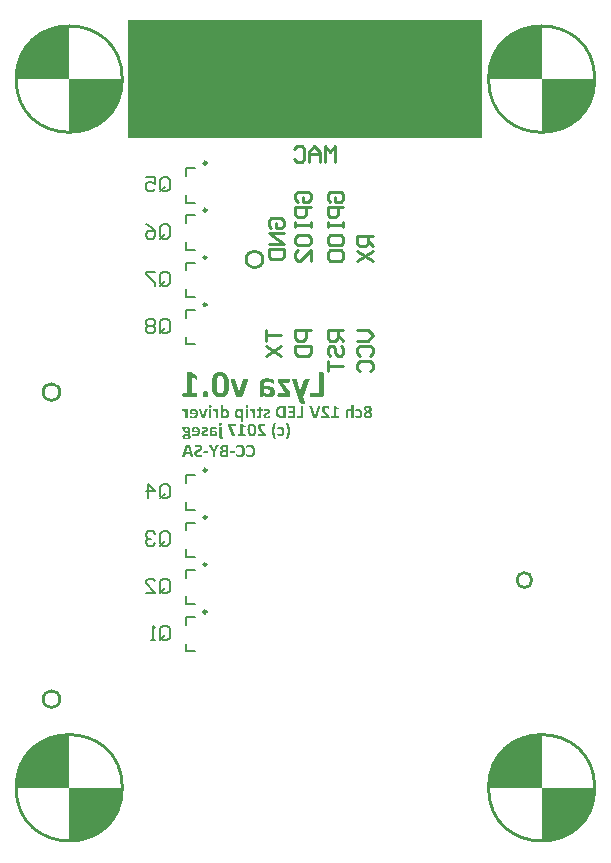
<source format=gbo>
G04 Layer_Color=32896*
%FSLAX25Y25*%
%MOIN*%
G70*
G01*
G75*
%ADD44C,0.01000*%
%ADD50C,0.00984*%
%ADD53C,0.00787*%
%ADD88R,1.18110X0.39370*%
G36*
X66772Y147164D02*
X66849Y147156D01*
X66910Y147141D01*
X66956Y147126D01*
X66995Y147103D01*
X67018Y147087D01*
X67033Y147080D01*
X67041Y147072D01*
X67071Y147033D01*
X67094Y146980D01*
X67118Y146872D01*
X67125Y146818D01*
X67133Y146780D01*
Y146749D01*
Y146742D01*
X67125Y146665D01*
X67118Y146596D01*
X67102Y146542D01*
X67087Y146496D01*
X67071Y146465D01*
X67056Y146442D01*
X67041Y146434D01*
Y146427D01*
X67002Y146396D01*
X66948Y146381D01*
X66826Y146350D01*
X66772D01*
X66726Y146342D01*
X66680D01*
X66588Y146350D01*
X66511Y146358D01*
X66449Y146373D01*
X66403Y146388D01*
X66365Y146404D01*
X66342Y146411D01*
X66326Y146427D01*
X66319D01*
X66288Y146465D01*
X66257Y146519D01*
X66234Y146626D01*
X66227Y146680D01*
X66219Y146719D01*
Y146749D01*
Y146757D01*
X66227Y146834D01*
X66234Y146903D01*
X66250Y146964D01*
X66265Y147003D01*
X66288Y147041D01*
X66303Y147064D01*
X66311Y147072D01*
X66319Y147080D01*
X66357Y147110D01*
X66411Y147133D01*
X66534Y147164D01*
X66588D01*
X66634Y147172D01*
X66680D01*
X66772Y147164D01*
D02*
G37*
G36*
X79014D02*
X79091Y147156D01*
X79152Y147141D01*
X79198Y147126D01*
X79237Y147103D01*
X79260Y147087D01*
X79275Y147080D01*
X79283Y147072D01*
X79313Y147033D01*
X79336Y146980D01*
X79359Y146872D01*
X79367Y146818D01*
X79375Y146780D01*
Y146749D01*
Y146742D01*
X79367Y146665D01*
X79359Y146596D01*
X79344Y146542D01*
X79329Y146496D01*
X79313Y146465D01*
X79298Y146442D01*
X79283Y146434D01*
Y146427D01*
X79244Y146396D01*
X79190Y146381D01*
X79067Y146350D01*
X79014D01*
X78968Y146342D01*
X78922D01*
X78829Y146350D01*
X78753Y146358D01*
X78691Y146373D01*
X78645Y146388D01*
X78607Y146404D01*
X78584Y146411D01*
X78568Y146427D01*
X78561D01*
X78530Y146465D01*
X78499Y146519D01*
X78476Y146626D01*
X78469Y146680D01*
X78461Y146719D01*
Y146749D01*
Y146757D01*
X78469Y146834D01*
X78476Y146903D01*
X78491Y146964D01*
X78507Y147003D01*
X78530Y147041D01*
X78545Y147064D01*
X78553Y147072D01*
X78561Y147080D01*
X78599Y147110D01*
X78653Y147133D01*
X78776Y147164D01*
X78829D01*
X78875Y147172D01*
X78922D01*
X79014Y147164D01*
D02*
G37*
G36*
X62832Y134053D02*
X62924Y134045D01*
X63001Y134030D01*
X63070Y134015D01*
X63116Y134007D01*
X63147Y133992D01*
X63162D01*
X63254Y133961D01*
X63331Y133930D01*
X63408Y133892D01*
X63469Y133861D01*
X63523Y133830D01*
X63562Y133800D01*
X63585Y133784D01*
X63592Y133777D01*
X63654Y133723D01*
X63715Y133661D01*
X63769Y133592D01*
X63807Y133538D01*
X63838Y133485D01*
X63861Y133446D01*
X63876Y133416D01*
X63884Y133408D01*
X63923Y133324D01*
X63946Y133231D01*
X63969Y133147D01*
X63976Y133070D01*
X63984Y133001D01*
X63992Y132940D01*
Y132909D01*
Y132893D01*
Y132801D01*
X63984Y132717D01*
X63969Y132640D01*
X63953Y132579D01*
X63946Y132525D01*
X63930Y132486D01*
X63923Y132463D01*
Y132456D01*
X63861Y132325D01*
X63823Y132271D01*
X63792Y132225D01*
X63769Y132187D01*
X63746Y132156D01*
X63731Y132141D01*
X63723Y132133D01*
X63631Y132041D01*
X63539Y131972D01*
X63500Y131941D01*
X63469Y131918D01*
X63454Y131910D01*
X63446Y131903D01*
X63331Y131841D01*
X63231Y131788D01*
X63193Y131764D01*
X63162Y131749D01*
X63139Y131734D01*
X63131D01*
X63016Y131680D01*
X62916Y131634D01*
X62870Y131611D01*
X62840Y131603D01*
X62824Y131588D01*
X62817D01*
X62709Y131542D01*
X62617Y131496D01*
X62586Y131480D01*
X62563Y131465D01*
X62548Y131450D01*
X62540D01*
X62456Y131388D01*
X62394Y131334D01*
X62356Y131288D01*
X62340Y131281D01*
Y131273D01*
X62294Y131196D01*
X62271Y131119D01*
X62264Y131081D01*
Y131058D01*
Y131043D01*
Y131035D01*
X62271Y130950D01*
X62287Y130881D01*
X62302Y130827D01*
X62310Y130820D01*
Y130812D01*
X62348Y130751D01*
X62394Y130697D01*
X62425Y130666D01*
X62433Y130651D01*
X62440D01*
X62510Y130613D01*
X62579Y130582D01*
X62602Y130566D01*
X62625Y130559D01*
X62640Y130551D01*
X62648D01*
X62740Y130536D01*
X62824Y130528D01*
X62855Y130520D01*
X62993D01*
X63070Y130528D01*
X63139Y130536D01*
X63201Y130543D01*
X63247Y130551D01*
X63285Y130559D01*
X63308Y130566D01*
X63316D01*
X63439Y130605D01*
X63485Y130628D01*
X63531Y130643D01*
X63569Y130658D01*
X63592Y130674D01*
X63608Y130682D01*
X63615D01*
X63700Y130728D01*
X63761Y130766D01*
X63807Y130789D01*
X63815Y130797D01*
X63823D01*
X63876Y130827D01*
X63915Y130843D01*
X63938Y130851D01*
X63969D01*
X63984Y130843D01*
X63992Y130835D01*
X63999Y130827D01*
X64015Y130812D01*
X64030Y130789D01*
X64038Y130774D01*
Y130766D01*
X64046Y130735D01*
X64053Y130697D01*
X64061Y130674D01*
Y130658D01*
Y130605D01*
Y130559D01*
Y130513D01*
Y130505D01*
Y130497D01*
Y130405D01*
X64053Y130336D01*
X64046Y130298D01*
Y130282D01*
X64030Y130228D01*
X64015Y130190D01*
X63999Y130167D01*
X63992Y130159D01*
X63953Y130129D01*
X63907Y130098D01*
X63869Y130075D01*
X63854Y130067D01*
X63777Y130029D01*
X63700Y129998D01*
X63669Y129983D01*
X63646Y129975D01*
X63631Y129967D01*
X63623D01*
X63516Y129937D01*
X63416Y129914D01*
X63370Y129906D01*
X63339Y129898D01*
X63316Y129891D01*
X63308D01*
X63170Y129867D01*
X63101Y129860D01*
X63039D01*
X62993Y129852D01*
X62801D01*
X62694Y129867D01*
X62594Y129875D01*
X62510Y129891D01*
X62433Y129906D01*
X62379Y129914D01*
X62348Y129929D01*
X62333D01*
X62233Y129967D01*
X62141Y130006D01*
X62064Y130044D01*
X61987Y130082D01*
X61933Y130121D01*
X61895Y130152D01*
X61864Y130167D01*
X61857Y130175D01*
X61780Y130236D01*
X61718Y130305D01*
X61657Y130374D01*
X61611Y130436D01*
X61572Y130490D01*
X61550Y130536D01*
X61534Y130566D01*
X61526Y130574D01*
X61488Y130666D01*
X61457Y130766D01*
X61434Y130866D01*
X61419Y130950D01*
X61411Y131027D01*
X61404Y131089D01*
Y131127D01*
Y131142D01*
Y131235D01*
X61419Y131311D01*
X61427Y131380D01*
X61442Y131450D01*
X61457Y131496D01*
X61465Y131534D01*
X61480Y131557D01*
Y131565D01*
X61542Y131695D01*
X61580Y131749D01*
X61611Y131795D01*
X61634Y131826D01*
X61657Y131857D01*
X61672Y131872D01*
X61680Y131880D01*
X61772Y131972D01*
X61864Y132049D01*
X61903Y132072D01*
X61933Y132095D01*
X61957Y132102D01*
X61964Y132110D01*
X62079Y132179D01*
X62179Y132233D01*
X62225Y132248D01*
X62256Y132264D01*
X62279Y132279D01*
X62287D01*
X62402Y132333D01*
X62510Y132379D01*
X62548Y132402D01*
X62579Y132410D01*
X62602Y132425D01*
X62609D01*
X62717Y132479D01*
X62801Y132525D01*
X62840Y132540D01*
X62863Y132555D01*
X62878Y132571D01*
X62886D01*
X62970Y132632D01*
X63032Y132686D01*
X63070Y132732D01*
X63086Y132740D01*
Y132747D01*
X63124Y132824D01*
X63147Y132901D01*
Y132940D01*
X63155Y132963D01*
Y132978D01*
Y132986D01*
X63147Y133047D01*
X63139Y133101D01*
X63131Y133139D01*
X63124Y133154D01*
X63093Y133208D01*
X63062Y133254D01*
X63032Y133285D01*
X63024Y133293D01*
X62970Y133331D01*
X62916Y133362D01*
X62870Y133377D01*
X62863Y133385D01*
X62855D01*
X62778Y133408D01*
X62701Y133416D01*
X62663Y133423D01*
X62617D01*
X62494Y133416D01*
X62440Y133408D01*
X62394Y133400D01*
X62356Y133393D01*
X62325Y133385D01*
X62310Y133377D01*
X62302D01*
X62202Y133339D01*
X62118Y133308D01*
X62087Y133300D01*
X62064Y133285D01*
X62056Y133277D01*
X62049D01*
X61972Y133247D01*
X61918Y133216D01*
X61880Y133193D01*
X61864Y133185D01*
X61811Y133162D01*
X61780Y133154D01*
X61757Y133147D01*
X61749D01*
X61711Y133154D01*
X61703Y133162D01*
X61688Y133178D01*
X61680Y133193D01*
X61672Y133208D01*
Y133216D01*
X61665Y133254D01*
X61657Y133285D01*
X61649Y133316D01*
Y133324D01*
X61642Y133377D01*
Y133423D01*
Y133462D01*
Y133477D01*
Y133531D01*
Y133577D01*
X61649Y133608D01*
Y133615D01*
Y133654D01*
Y133685D01*
X61657Y133700D01*
Y133707D01*
X61672Y133754D01*
X61680Y133761D01*
Y133769D01*
X61688Y133784D01*
X61703Y133807D01*
X61711Y133815D01*
X61718Y133823D01*
X61749Y133846D01*
X61795Y133877D01*
X61834Y133892D01*
X61841Y133899D01*
X61849D01*
X61926Y133930D01*
X61995Y133961D01*
X62026Y133969D01*
X62049Y133976D01*
X62064Y133984D01*
X62072D01*
X62164Y134007D01*
X62248Y134030D01*
X62287Y134038D01*
X62318D01*
X62333Y134045D01*
X62340D01*
X62448Y134061D01*
X62540Y134069D01*
X62632D01*
X62832Y134053D01*
D02*
G37*
G36*
X105295Y147041D02*
X105364Y147033D01*
X105418D01*
X105471Y147026D01*
X105510Y147018D01*
X105533Y147010D01*
X105541D01*
X105671Y146980D01*
X105725Y146964D01*
X105779Y146949D01*
X105817Y146941D01*
X105848Y146926D01*
X105871Y146918D01*
X105878D01*
X105986Y146880D01*
X106063Y146841D01*
X106094Y146826D01*
X106116Y146811D01*
X106132Y146803D01*
X106140D01*
X106201Y146765D01*
X106247Y146734D01*
X106278Y146719D01*
X106286Y146711D01*
X106308Y146688D01*
X106324Y146665D01*
X106339Y146649D01*
Y146642D01*
X106355Y146603D01*
X106362Y146588D01*
Y146580D01*
X106370Y146527D01*
X106378Y146503D01*
Y146496D01*
Y146457D01*
Y146419D01*
Y146388D01*
Y146373D01*
Y146296D01*
X106370Y146242D01*
Y146204D01*
Y146189D01*
X106362Y146143D01*
Y146104D01*
X106355Y146081D01*
Y146073D01*
X106339Y146043D01*
X106332Y146027D01*
X106324Y146012D01*
X106286Y145997D01*
X106270D01*
X106239Y146004D01*
X106201Y146020D01*
X106170Y146035D01*
X106163Y146043D01*
X106101Y146081D01*
X106040Y146112D01*
X105994Y146135D01*
X105986Y146143D01*
X105978D01*
X105886Y146189D01*
X105809Y146219D01*
X105771Y146235D01*
X105748Y146242D01*
X105733Y146250D01*
X105725D01*
X105610Y146281D01*
X105502Y146296D01*
X105464Y146304D01*
X105395D01*
X105302Y146296D01*
X105226Y146281D01*
X105180Y146265D01*
X105172Y146258D01*
X105164D01*
X105095Y146227D01*
X105049Y146189D01*
X105011Y146166D01*
X105003Y146150D01*
X104957Y146097D01*
X104926Y146043D01*
X104911Y146004D01*
X104903Y145997D01*
Y145989D01*
X104880Y145920D01*
X104872Y145858D01*
X104865Y145805D01*
Y145797D01*
Y145789D01*
X104872Y145705D01*
X104880Y145628D01*
X104888Y145597D01*
Y145574D01*
X104895Y145559D01*
Y145551D01*
X104918Y145459D01*
X104957Y145367D01*
X104972Y145328D01*
X104980Y145298D01*
X104995Y145282D01*
Y145275D01*
X105057Y145159D01*
X105118Y145052D01*
X105149Y145014D01*
X105172Y144975D01*
X105187Y144952D01*
X105195Y144945D01*
X105249Y144875D01*
X105302Y144806D01*
X105364Y144737D01*
X105418Y144676D01*
X105464Y144622D01*
X105502Y144583D01*
X105533Y144553D01*
X105541Y144545D01*
X106247Y143785D01*
X106286Y143739D01*
X106316Y143700D01*
X106339Y143670D01*
X106347Y143662D01*
X106370Y143623D01*
X106393Y143585D01*
X106408Y143554D01*
X106416Y143547D01*
X106431Y143501D01*
X106439Y143462D01*
X106447Y143431D01*
Y143416D01*
X106454Y143362D01*
Y143301D01*
Y143255D01*
Y143247D01*
Y143239D01*
Y143170D01*
X106447Y143109D01*
Y143078D01*
Y143063D01*
X106431Y143017D01*
X106416Y142986D01*
X106408Y142963D01*
X106401Y142955D01*
X106378Y142932D01*
X106347Y142925D01*
X106324Y142909D01*
X106316D01*
X106278Y142902D01*
X103851D01*
X103813Y142909D01*
X103797Y142917D01*
X103782Y142932D01*
X103766Y142948D01*
X103759Y142963D01*
Y142971D01*
X103751Y143009D01*
X103743Y143040D01*
X103736Y143071D01*
Y143078D01*
X103728Y143132D01*
X103720Y143178D01*
Y143217D01*
Y143232D01*
Y143293D01*
X103728Y143347D01*
X103736Y143378D01*
Y143385D01*
X103743Y143424D01*
X103751Y143462D01*
X103759Y143478D01*
X103766Y143485D01*
X103782Y143516D01*
X103797Y143531D01*
X103805Y143547D01*
X103813D01*
X103828Y143562D01*
X103851Y143570D01*
X105471D01*
X104995Y144054D01*
X104865Y144184D01*
X104750Y144307D01*
X104657Y144415D01*
X104573Y144507D01*
X104504Y144576D01*
X104458Y144637D01*
X104427Y144668D01*
X104419Y144683D01*
X104342Y144783D01*
X104273Y144875D01*
X104219Y144960D01*
X104166Y145029D01*
X104135Y145090D01*
X104104Y145136D01*
X104089Y145167D01*
X104081Y145175D01*
X104035Y145259D01*
X104005Y145336D01*
X103974Y145405D01*
X103951Y145467D01*
X103935Y145520D01*
X103928Y145559D01*
X103920Y145582D01*
Y145590D01*
X103897Y145736D01*
X103889Y145797D01*
Y145858D01*
X103882Y145905D01*
Y145951D01*
Y145974D01*
Y145981D01*
Y146066D01*
X103897Y146143D01*
X103905Y146212D01*
X103920Y146273D01*
X103935Y146327D01*
X103951Y146365D01*
X103958Y146388D01*
X103966Y146396D01*
X103997Y146465D01*
X104035Y146534D01*
X104074Y146596D01*
X104112Y146642D01*
X104150Y146688D01*
X104181Y146719D01*
X104197Y146734D01*
X104204Y146742D01*
X104266Y146795D01*
X104327Y146841D01*
X104458Y146911D01*
X104511Y146934D01*
X104558Y146949D01*
X104588Y146964D01*
X104596D01*
X104688Y146995D01*
X104780Y147010D01*
X104872Y147026D01*
X104964Y147041D01*
X105034D01*
X105095Y147049D01*
X105149D01*
X105295Y147041D01*
D02*
G37*
G36*
X103129Y146987D02*
X103198D01*
X103221Y146980D01*
X103236D01*
X103298Y146972D01*
X103336Y146957D01*
X103359Y146949D01*
X103367Y146941D01*
X103390Y146911D01*
X103398Y146880D01*
Y146857D01*
Y146841D01*
X103390Y146788D01*
X103375Y146734D01*
X103359Y146688D01*
X103352Y146672D01*
Y146665D01*
X102138Y143055D01*
X102123Y143009D01*
X102115Y142994D01*
Y142986D01*
X102092Y142955D01*
X102077Y142948D01*
Y142940D01*
X102031Y142917D01*
X102015Y142909D01*
X102008D01*
X101969Y142902D01*
X101900D01*
X101854Y142894D01*
X101754D01*
X101678Y142886D01*
X101424D01*
X101347Y142894D01*
X101278D01*
X101209Y142902D01*
X101163D01*
X101132Y142909D01*
X101125D01*
X101086Y142925D01*
X101063Y142940D01*
X101055Y142948D01*
X101048Y142955D01*
X101009Y143017D01*
X101002Y143040D01*
Y143047D01*
X99788Y146657D01*
X99765Y146734D01*
X99750Y146788D01*
X99742Y146818D01*
Y146834D01*
X99734Y146880D01*
X99742Y146911D01*
X99750Y146926D01*
X99757Y146934D01*
X99788Y146957D01*
X99827Y146972D01*
X99857Y146980D01*
X99873D01*
X99942Y146987D01*
X100011Y146995D01*
X100264D01*
X100310Y146987D01*
X100326D01*
X100380Y146980D01*
X100426Y146972D01*
X100449Y146964D01*
X100456Y146957D01*
X100487Y146941D01*
X100510Y146926D01*
X100518Y146911D01*
X100525Y146903D01*
X100533Y146880D01*
X100549Y146849D01*
X100556Y146826D01*
Y146818D01*
X101524Y143700D01*
X102522Y146834D01*
X102538Y146872D01*
X102545Y146895D01*
X102553Y146911D01*
X102561Y146918D01*
X102576Y146941D01*
X102599Y146957D01*
X102614Y146964D01*
X102622D01*
X102661Y146972D01*
X102699Y146980D01*
X102730Y146987D01*
X102745D01*
X102814Y146995D01*
X103083D01*
X103129Y146987D01*
D02*
G37*
G36*
X114257Y147272D02*
X114296Y147264D01*
X114311D01*
X114365Y147256D01*
X114403Y147248D01*
X114426Y147241D01*
X114434D01*
X114465Y147225D01*
X114480Y147210D01*
X114495Y147202D01*
Y147195D01*
X114511Y147156D01*
Y147149D01*
Y147141D01*
Y143009D01*
X114503Y142971D01*
X114495Y142963D01*
Y142955D01*
X114480Y142940D01*
X114457Y142925D01*
X114442Y142917D01*
X114434D01*
X114395Y142909D01*
X114357Y142902D01*
X114326Y142894D01*
X114311D01*
X114250Y142886D01*
X114042D01*
X113981Y142894D01*
X113927D01*
X113873Y142902D01*
X113835Y142909D01*
X113812Y142917D01*
X113804D01*
X113774Y142932D01*
X113758Y142940D01*
X113743Y142955D01*
X113727Y142971D01*
X113720Y142994D01*
Y143001D01*
Y143009D01*
Y144868D01*
X113658Y144945D01*
X113604Y145006D01*
X113551Y145067D01*
X113505Y145113D01*
X113459Y145144D01*
X113428Y145167D01*
X113412Y145183D01*
X113405Y145190D01*
X113351Y145229D01*
X113290Y145259D01*
X113243Y145275D01*
X113190Y145290D01*
X113151Y145298D01*
X113121Y145305D01*
X113098D01*
X113013Y145298D01*
X112944Y145282D01*
X112906Y145267D01*
X112890Y145259D01*
X112829Y145221D01*
X112783Y145175D01*
X112752Y145144D01*
X112744Y145136D01*
Y145129D01*
X112706Y145060D01*
X112675Y144998D01*
X112660Y144952D01*
X112652Y144937D01*
Y144929D01*
X112645Y144883D01*
X112637Y144829D01*
X112621Y144722D01*
Y144676D01*
Y144637D01*
Y144614D01*
Y144607D01*
Y143009D01*
X112614Y142971D01*
X112606Y142963D01*
Y142955D01*
X112591Y142940D01*
X112568Y142925D01*
X112552Y142917D01*
X112545D01*
X112506Y142909D01*
X112468Y142902D01*
X112437Y142894D01*
X112422D01*
X112360Y142886D01*
X112153D01*
X112092Y142894D01*
X112038D01*
X111984Y142902D01*
X111946Y142909D01*
X111923Y142917D01*
X111915D01*
X111884Y142932D01*
X111869Y142940D01*
X111854Y142955D01*
X111838Y142971D01*
X111830Y142994D01*
Y143001D01*
Y143009D01*
Y144729D01*
Y144837D01*
X111838Y144945D01*
X111846Y145029D01*
X111854Y145106D01*
X111869Y145167D01*
X111876Y145213D01*
X111884Y145244D01*
Y145252D01*
X111907Y145336D01*
X111938Y145405D01*
X111961Y145474D01*
X111992Y145528D01*
X112022Y145574D01*
X112038Y145605D01*
X112053Y145628D01*
X112061Y145636D01*
X112161Y145751D01*
X112214Y145789D01*
X112268Y145828D01*
X112314Y145858D01*
X112353Y145881D01*
X112376Y145889D01*
X112383Y145897D01*
X112460Y145928D01*
X112537Y145958D01*
X112621Y145974D01*
X112698Y145981D01*
X112767Y145989D01*
X112821Y145997D01*
X112867D01*
X112952Y145989D01*
X113029Y145981D01*
X113105Y145966D01*
X113167Y145951D01*
X113228Y145928D01*
X113267Y145912D01*
X113297Y145905D01*
X113305Y145897D01*
X113382Y145858D01*
X113459Y145805D01*
X113528Y145759D01*
X113589Y145712D01*
X113643Y145666D01*
X113681Y145628D01*
X113712Y145605D01*
X113720Y145597D01*
Y147141D01*
Y147164D01*
X113727Y147179D01*
X113735Y147195D01*
X113743D01*
X113758Y147218D01*
X113781Y147233D01*
X113796Y147241D01*
X113804D01*
X113843Y147248D01*
X113881Y147256D01*
X113912Y147264D01*
X113927D01*
X113988Y147272D01*
X114050Y147279D01*
X114196D01*
X114257Y147272D01*
D02*
G37*
G36*
X108336Y146995D02*
X108413D01*
X108436Y146987D01*
X108490D01*
X108497Y146980D01*
X108505D01*
X108536Y146964D01*
X108543Y146957D01*
X109419Y146388D01*
X109465Y146358D01*
X109473Y146350D01*
X109480Y146342D01*
X109503Y146304D01*
X109511Y146289D01*
Y146281D01*
X109526Y146235D01*
Y146212D01*
Y146204D01*
Y146166D01*
Y146127D01*
Y146097D01*
Y146081D01*
Y145997D01*
X109519Y145943D01*
Y145905D01*
Y145889D01*
X109511Y145851D01*
X109503Y145820D01*
X109488Y145805D01*
Y145797D01*
X109465Y145782D01*
X109411D01*
X109373Y145789D01*
X109334Y145805D01*
X109304Y145820D01*
X109296Y145828D01*
X108635Y146189D01*
Y143539D01*
X109419D01*
X109434Y143531D01*
X109442Y143524D01*
X109450Y143516D01*
X109465Y143501D01*
X109480Y143485D01*
X109488Y143470D01*
Y143462D01*
X109496Y143431D01*
X109503Y143401D01*
X109511Y143370D01*
Y143362D01*
X109519Y143316D01*
Y143263D01*
Y143224D01*
Y143217D01*
Y143209D01*
Y143147D01*
X109511Y143101D01*
Y143071D01*
Y143063D01*
X109503Y143025D01*
X109496Y142994D01*
X109488Y142971D01*
Y142963D01*
X109465Y142932D01*
X109450Y142917D01*
X109419Y142902D01*
X107153D01*
X107115Y142909D01*
X107099Y142917D01*
X107069Y142948D01*
X107061Y142955D01*
Y142963D01*
X107053Y142994D01*
X107046Y143025D01*
X107038Y143055D01*
Y143063D01*
X107030Y143109D01*
X107023Y143163D01*
Y143193D01*
Y143209D01*
Y143270D01*
X107030Y143324D01*
X107038Y143355D01*
Y143362D01*
X107046Y143401D01*
X107053Y143439D01*
X107061Y143455D01*
Y143462D01*
X107077Y143485D01*
X107084Y143501D01*
X107092Y143516D01*
X107099D01*
X107115Y143531D01*
X107138Y143539D01*
X107814D01*
Y146903D01*
X107822Y146934D01*
X107829Y146941D01*
X107844Y146957D01*
X107860Y146964D01*
X107875Y146972D01*
X107883D01*
X107914Y146980D01*
X107952Y146987D01*
X107983Y146995D01*
X107998D01*
X108060Y147003D01*
X108298D01*
X108336Y146995D01*
D02*
G37*
G36*
X59522Y134007D02*
X59560D01*
X59622Y133999D01*
X59668Y133992D01*
X59699Y133984D01*
X59706D01*
X59745Y133969D01*
X59768Y133953D01*
X59783Y133938D01*
X59791Y133930D01*
X59806Y133907D01*
X59821Y133877D01*
X59829Y133853D01*
Y133846D01*
X61089Y130236D01*
X61112Y130167D01*
X61127Y130106D01*
X61135Y130075D01*
Y130060D01*
Y130013D01*
X61127Y129983D01*
X61119Y129960D01*
X61112Y129952D01*
X61081Y129937D01*
X61043Y129921D01*
X61019Y129914D01*
X61004D01*
X60935Y129906D01*
X60682D01*
X60612Y129914D01*
X60559D01*
X60505Y129921D01*
X60459Y129929D01*
X60436Y129937D01*
X60428D01*
X60397Y129952D01*
X60382Y129960D01*
X60367Y129975D01*
X60336Y130029D01*
X60328Y130044D01*
Y130052D01*
X60075Y130851D01*
X58531D01*
X58270Y130029D01*
X58247Y129983D01*
X58239Y129967D01*
Y129960D01*
X58216Y129944D01*
X58193Y129937D01*
X58178Y129929D01*
X58170D01*
X58132Y129921D01*
X58086D01*
X58055Y129914D01*
X58040D01*
X57963Y129906D01*
X57686D01*
X57610Y129914D01*
X57548D01*
X57487Y129921D01*
X57448Y129937D01*
X57433Y129944D01*
X57425Y129952D01*
X57402Y129983D01*
X57395Y130013D01*
Y130036D01*
Y130044D01*
X57402Y130106D01*
X57418Y130159D01*
X57433Y130213D01*
X57441Y130221D01*
Y130228D01*
X58700Y133838D01*
X58715Y133877D01*
X58731Y133907D01*
X58739Y133923D01*
X58746Y133930D01*
X58769Y133953D01*
X58800Y133969D01*
X58823Y133984D01*
X58831D01*
X58885Y133992D01*
X58938Y133999D01*
X58984Y134007D01*
X59007D01*
X59100Y134015D01*
X59491D01*
X59522Y134007D01*
D02*
G37*
G36*
X74890Y131803D02*
X74920Y131780D01*
X74943Y131757D01*
X74951Y131741D01*
X74959Y131711D01*
X74966Y131672D01*
X74974Y131596D01*
X74982Y131557D01*
Y131526D01*
Y131503D01*
Y131496D01*
Y131434D01*
X74974Y131380D01*
Y131334D01*
X74966Y131304D01*
X74959Y131273D01*
Y131258D01*
X74951Y131250D01*
Y131242D01*
X74920Y131204D01*
X74882Y131181D01*
X74851Y131173D01*
X73523D01*
X73476Y131181D01*
X73446Y131211D01*
X73423Y131235D01*
X73415Y131242D01*
X73400Y131273D01*
X73392Y131311D01*
X73384Y131396D01*
X73377Y131434D01*
Y131465D01*
Y131488D01*
Y131496D01*
Y131557D01*
X73384Y131603D01*
X73392Y131634D01*
Y131642D01*
X73400Y131688D01*
X73407Y131718D01*
X73415Y131734D01*
Y131741D01*
X73430Y131764D01*
X73446Y131780D01*
X73453Y131795D01*
X73461D01*
X73476Y131810D01*
X73500Y131818D01*
X74836D01*
X74890Y131803D01*
D02*
G37*
G36*
X69253Y134007D02*
X69329D01*
X69352Y133999D01*
X69368D01*
X69429Y133992D01*
X69468Y133976D01*
X69491Y133969D01*
X69498Y133961D01*
X69521Y133930D01*
Y133899D01*
Y133877D01*
Y133861D01*
X69498Y133807D01*
X69468Y133754D01*
X69445Y133707D01*
X69437Y133692D01*
Y133685D01*
X68323Y131465D01*
Y130036D01*
X68316Y129998D01*
X68308Y129983D01*
Y129975D01*
X68292Y129960D01*
X68269Y129944D01*
X68254Y129937D01*
X68246D01*
X68200Y129929D01*
X68162Y129921D01*
X68131Y129914D01*
X68116D01*
X68047Y129906D01*
X67832D01*
X67770Y129914D01*
X67716D01*
X67663Y129921D01*
X67617Y129929D01*
X67594Y129937D01*
X67586D01*
X67555Y129952D01*
X67532Y129960D01*
X67524Y129975D01*
X67517D01*
X67501Y129998D01*
X67494Y130021D01*
Y130029D01*
Y130036D01*
Y131465D01*
X66380Y133685D01*
X66350Y133761D01*
X66326Y133815D01*
X66311Y133853D01*
Y133861D01*
X66303Y133907D01*
X66311Y133938D01*
X66319Y133953D01*
X66326Y133961D01*
X66365Y133984D01*
X66411Y133992D01*
X66449Y133999D01*
X66465D01*
X66503Y134007D01*
X66549D01*
X66634Y134015D01*
X66902D01*
X66948Y134007D01*
X66964D01*
X67018Y133999D01*
X67056Y133992D01*
X67079Y133984D01*
X67087Y133976D01*
X67118Y133961D01*
X67141Y133946D01*
X67148Y133938D01*
X67156Y133930D01*
X67187Y133884D01*
X67194Y133861D01*
Y133853D01*
X67640Y132855D01*
X67686Y132747D01*
X67724Y132648D01*
X67739Y132609D01*
X67755Y132579D01*
X67763Y132555D01*
Y132548D01*
X67809Y132433D01*
X67847Y132325D01*
X67862Y132279D01*
X67878Y132248D01*
X67886Y132225D01*
Y132218D01*
X67893D01*
X67939Y132348D01*
X67962Y132402D01*
X67985Y132456D01*
X68001Y132494D01*
X68016Y132525D01*
X68024Y132548D01*
Y132555D01*
X68070Y132671D01*
X68108Y132771D01*
X68131Y132809D01*
X68139Y132840D01*
X68154Y132855D01*
Y132863D01*
X68600Y133861D01*
X68615Y133892D01*
X68638Y133915D01*
X68646Y133923D01*
X68654Y133930D01*
X68677Y133953D01*
X68700Y133969D01*
X68723Y133976D01*
X68730D01*
X68769Y133992D01*
X68815Y133999D01*
X68845Y134007D01*
X68861D01*
X68930Y134015D01*
X69206D01*
X69253Y134007D01*
D02*
G37*
G36*
X59061Y140021D02*
X59146Y140013D01*
X59215Y139998D01*
X59268Y139983D01*
X59315Y139975D01*
X59345Y139960D01*
X59353D01*
X59430Y139929D01*
X59499Y139898D01*
X59560Y139867D01*
X59614Y139829D01*
X59660Y139798D01*
X59691Y139775D01*
X59714Y139760D01*
X59722Y139752D01*
X59821Y139645D01*
X59898Y139545D01*
X59921Y139499D01*
X59944Y139460D01*
X59952Y139437D01*
X59960Y139430D01*
X59990Y139353D01*
X60006Y139284D01*
X60021Y139207D01*
X60036Y139138D01*
Y139076D01*
X60044Y139030D01*
Y139000D01*
Y138992D01*
Y138907D01*
X60036Y138838D01*
X60021Y138769D01*
X60014Y138715D01*
X59998Y138669D01*
X59990Y138639D01*
X59983Y138616D01*
Y138608D01*
X59929Y138500D01*
X59868Y138424D01*
X59844Y138393D01*
X59821Y138370D01*
X59814Y138355D01*
X59806Y138347D01*
X59898Y138255D01*
X59960Y138163D01*
X59990Y138124D01*
X60006Y138093D01*
X60014Y138078D01*
X60021Y138070D01*
X60052Y138009D01*
X60067Y137955D01*
X60098Y137848D01*
Y137802D01*
X60106Y137763D01*
Y137740D01*
Y137732D01*
X60098Y137625D01*
X60067Y137540D01*
X60059Y137502D01*
X60044Y137479D01*
X60036Y137464D01*
Y137456D01*
X59975Y137371D01*
X59906Y137310D01*
X59875Y137287D01*
X59852Y137272D01*
X59837Y137256D01*
X59829D01*
X59891Y137203D01*
X59944Y137156D01*
X59983Y137118D01*
X59998Y137110D01*
Y137103D01*
X60052Y137049D01*
X60090Y136995D01*
X60121Y136964D01*
X60129Y136949D01*
X60159Y136888D01*
X60182Y136826D01*
X60198Y136788D01*
X60206Y136780D01*
Y136772D01*
X60221Y136696D01*
X60229Y136634D01*
Y136588D01*
Y136580D01*
Y136573D01*
X60221Y136458D01*
X60206Y136404D01*
X60190Y136358D01*
X60182Y136319D01*
X60167Y136289D01*
X60159Y136273D01*
Y136266D01*
X60129Y136212D01*
X60090Y136166D01*
X60014Y136089D01*
X59975Y136058D01*
X59944Y136035D01*
X59929Y136027D01*
X59921Y136020D01*
X59860Y135981D01*
X59791Y135951D01*
X59653Y135905D01*
X59599Y135889D01*
X59545Y135874D01*
X59514Y135866D01*
X59507D01*
X59407Y135843D01*
X59307Y135828D01*
X59199Y135820D01*
X59107Y135812D01*
X59023Y135805D01*
X58892D01*
X58762Y135812D01*
X58639Y135820D01*
X58531Y135835D01*
X58431Y135851D01*
X58362Y135866D01*
X58301Y135874D01*
X58270Y135889D01*
X58255D01*
X58155Y135920D01*
X58063Y135958D01*
X57986Y135989D01*
X57917Y136027D01*
X57863Y136058D01*
X57825Y136081D01*
X57802Y136097D01*
X57794Y136104D01*
X57732Y136158D01*
X57671Y136212D01*
X57625Y136258D01*
X57587Y136312D01*
X57556Y136358D01*
X57533Y136388D01*
X57525Y136411D01*
X57517Y136419D01*
X57487Y136488D01*
X57464Y136557D01*
X57448Y136627D01*
X57433Y136688D01*
Y136734D01*
X57425Y136772D01*
Y136803D01*
Y136811D01*
X57433Y136941D01*
X57448Y136995D01*
X57456Y137049D01*
X57471Y137087D01*
X57487Y137118D01*
X57494Y137133D01*
Y137141D01*
X57556Y137241D01*
X57617Y137325D01*
X57648Y137356D01*
X57671Y137379D01*
X57686Y137387D01*
X57694Y137394D01*
X57794Y137464D01*
X57894Y137517D01*
X57940Y137533D01*
X57978Y137548D01*
X58001Y137556D01*
X58009D01*
X58155Y137594D01*
X58224Y137602D01*
X58285Y137617D01*
X58347D01*
X58393Y137625D01*
X58431D01*
X59115Y137656D01*
X59215Y137663D01*
X59284Y137686D01*
X59330Y137709D01*
X59338Y137717D01*
X59345D01*
X59391Y137771D01*
X59414Y137817D01*
X59422Y137855D01*
Y137871D01*
X59414Y137917D01*
X59407Y137955D01*
X59399Y137986D01*
X59391Y137994D01*
X59368Y138032D01*
X59345Y138063D01*
X59330Y138086D01*
X59322Y138093D01*
X59261Y138063D01*
X59199Y138040D01*
X59153Y138024D01*
X59138Y138017D01*
X59130D01*
X59038Y138001D01*
X58954Y137994D01*
X58923Y137986D01*
X58777D01*
X58685Y137994D01*
X58608Y138009D01*
X58531Y138017D01*
X58477Y138032D01*
X58431Y138040D01*
X58401Y138047D01*
X58393D01*
X58316Y138078D01*
X58247Y138109D01*
X58186Y138139D01*
X58132Y138170D01*
X58086Y138201D01*
X58055Y138224D01*
X58040Y138239D01*
X58032Y138247D01*
X57932Y138355D01*
X57855Y138454D01*
X57832Y138500D01*
X57809Y138539D01*
X57794Y138562D01*
Y138569D01*
X57763Y138646D01*
X57748Y138715D01*
X57732Y138792D01*
X57717Y138861D01*
Y138923D01*
X57709Y138969D01*
Y139000D01*
Y139007D01*
X57717Y139076D01*
X57725Y139138D01*
X57732Y139184D01*
X57740Y139192D01*
Y139199D01*
X57771Y139268D01*
X57802Y139322D01*
X57825Y139360D01*
X57840Y139376D01*
X57510D01*
X57479Y139384D01*
X57456Y139414D01*
X57441Y139437D01*
X57433Y139445D01*
X57418Y139476D01*
X57410Y139506D01*
X57402Y139583D01*
X57395Y139614D01*
Y139645D01*
Y139660D01*
Y139668D01*
Y139722D01*
X57402Y139775D01*
Y139814D01*
X57410Y139844D01*
X57418Y139883D01*
X57425Y139898D01*
X57448Y139944D01*
X57479Y139967D01*
X57502Y139975D01*
X58401D01*
X58485Y139990D01*
X58554Y140006D01*
X58585D01*
X58608Y140013D01*
X58631D01*
X58715Y140029D01*
X58800Y140036D01*
X58969D01*
X59061Y140021D01*
D02*
G37*
G36*
X65958Y131803D02*
X65988Y131780D01*
X66012Y131757D01*
X66019Y131741D01*
X66027Y131711D01*
X66035Y131672D01*
X66042Y131596D01*
X66050Y131557D01*
Y131526D01*
Y131503D01*
Y131496D01*
Y131434D01*
X66042Y131380D01*
Y131334D01*
X66035Y131304D01*
X66027Y131273D01*
Y131258D01*
X66019Y131250D01*
Y131242D01*
X65988Y131204D01*
X65950Y131181D01*
X65919Y131173D01*
X64591D01*
X64545Y131181D01*
X64514Y131211D01*
X64491Y131235D01*
X64483Y131242D01*
X64468Y131273D01*
X64460Y131311D01*
X64452Y131396D01*
X64445Y131434D01*
Y131465D01*
Y131488D01*
Y131496D01*
Y131557D01*
X64452Y131603D01*
X64460Y131634D01*
Y131642D01*
X64468Y131688D01*
X64476Y131718D01*
X64483Y131734D01*
Y131741D01*
X64499Y131764D01*
X64514Y131780D01*
X64522Y131795D01*
X64529D01*
X64545Y131810D01*
X64568Y131818D01*
X65904D01*
X65958Y131803D01*
D02*
G37*
G36*
X72578Y133984D02*
X72632Y133961D01*
X72662Y133938D01*
X72678Y133930D01*
X72716Y133877D01*
X72739Y133807D01*
Y133777D01*
X72747Y133754D01*
Y133738D01*
Y133730D01*
Y130182D01*
Y130129D01*
X72739Y130090D01*
X72708Y130021D01*
X72685Y129990D01*
X72678Y129975D01*
X72624Y129944D01*
X72570Y129929D01*
X72524Y129921D01*
X71334D01*
X71249Y129929D01*
X71180D01*
X71111Y129937D01*
X71057D01*
X71019Y129944D01*
X70981D01*
X70835Y129975D01*
X70773Y129990D01*
X70719Y130006D01*
X70673Y130013D01*
X70635Y130029D01*
X70612Y130036D01*
X70604D01*
X70481Y130090D01*
X70428Y130121D01*
X70374Y130144D01*
X70335Y130167D01*
X70305Y130182D01*
X70289Y130190D01*
X70282Y130198D01*
X70182Y130274D01*
X70097Y130351D01*
X70067Y130382D01*
X70043Y130405D01*
X70036Y130420D01*
X70028Y130428D01*
X69959Y130536D01*
X69905Y130635D01*
X69882Y130682D01*
X69867Y130712D01*
X69859Y130735D01*
Y130743D01*
X69821Y130881D01*
X69813Y130950D01*
X69806Y131012D01*
X69798Y131066D01*
Y131104D01*
Y131135D01*
Y131142D01*
X69806Y131288D01*
X69821Y131350D01*
X69828Y131404D01*
X69844Y131450D01*
X69859Y131480D01*
X69867Y131503D01*
Y131511D01*
X69921Y131626D01*
X69944Y131680D01*
X69974Y131718D01*
X69998Y131757D01*
X70021Y131780D01*
X70028Y131795D01*
X70036Y131803D01*
X70120Y131887D01*
X70205Y131949D01*
X70243Y131972D01*
X70274Y131987D01*
X70289Y132002D01*
X70297D01*
X70404Y132056D01*
X70512Y132095D01*
X70550Y132102D01*
X70581Y132110D01*
X70604Y132118D01*
X70612D01*
X70520Y132164D01*
X70443Y132202D01*
X70412Y132218D01*
X70389Y132233D01*
X70381Y132248D01*
X70374D01*
X70297Y132317D01*
X70243Y132379D01*
X70213Y132425D01*
X70197Y132433D01*
Y132440D01*
X70143Y132525D01*
X70113Y132602D01*
X70097Y132632D01*
X70090Y132655D01*
X70082Y132671D01*
Y132678D01*
X70059Y132778D01*
X70051Y132863D01*
X70043Y132901D01*
Y132932D01*
Y132947D01*
Y132955D01*
X70051Y133047D01*
X70059Y133139D01*
X70074Y133216D01*
X70090Y133277D01*
X70113Y133331D01*
X70128Y133377D01*
X70136Y133400D01*
X70143Y133408D01*
X70182Y133477D01*
X70220Y133546D01*
X70266Y133600D01*
X70312Y133646D01*
X70351Y133685D01*
X70381Y133707D01*
X70404Y133723D01*
X70412Y133730D01*
X70481Y133777D01*
X70558Y133815D01*
X70627Y133846D01*
X70696Y133877D01*
X70758Y133899D01*
X70804Y133915D01*
X70835Y133923D01*
X70850D01*
X70950Y133946D01*
X71057Y133961D01*
X71165Y133976D01*
X71265Y133984D01*
X71357Y133992D01*
X72509D01*
X72578Y133984D01*
D02*
G37*
G36*
X76602Y134053D02*
X76740Y134038D01*
X76871Y134015D01*
X76986Y133992D01*
X77086Y133961D01*
X77155Y133938D01*
X77201Y133923D01*
X77209Y133915D01*
X77217D01*
X77340Y133861D01*
X77455Y133792D01*
X77555Y133723D01*
X77639Y133654D01*
X77708Y133592D01*
X77762Y133546D01*
X77800Y133516D01*
X77808Y133500D01*
X77893Y133393D01*
X77969Y133277D01*
X78038Y133162D01*
X78092Y133055D01*
X78138Y132963D01*
X78169Y132886D01*
X78177Y132855D01*
X78184Y132832D01*
X78192Y132824D01*
Y132817D01*
X78238Y132663D01*
X78269Y132509D01*
X78299Y132356D01*
X78315Y132210D01*
X78323Y132087D01*
Y132033D01*
X78330Y131987D01*
Y131957D01*
Y131926D01*
Y131910D01*
Y131903D01*
X78323Y131718D01*
X78307Y131542D01*
X78292Y131396D01*
X78269Y131258D01*
X78246Y131150D01*
X78223Y131073D01*
X78215Y131043D01*
Y131019D01*
X78207Y131012D01*
Y131004D01*
X78154Y130866D01*
X78100Y130743D01*
X78038Y130628D01*
X77977Y130536D01*
X77931Y130459D01*
X77885Y130405D01*
X77854Y130374D01*
X77846Y130359D01*
X77754Y130267D01*
X77654Y130190D01*
X77562Y130129D01*
X77470Y130075D01*
X77393Y130029D01*
X77332Y129998D01*
X77293Y129983D01*
X77278Y129975D01*
X77148Y129937D01*
X77017Y129906D01*
X76886Y129883D01*
X76771Y129867D01*
X76671Y129860D01*
X76587Y129852D01*
X76518D01*
X76364Y129860D01*
X76295Y129867D01*
X76234Y129875D01*
X76187D01*
X76149Y129883D01*
X76126Y129891D01*
X76118D01*
X75988Y129914D01*
X75934Y129929D01*
X75888Y129944D01*
X75850Y129952D01*
X75819Y129960D01*
X75804Y129967D01*
X75796D01*
X75696Y130006D01*
X75619Y130044D01*
X75589Y130052D01*
X75565Y130067D01*
X75558Y130075D01*
X75550D01*
X75489Y130113D01*
X75450Y130144D01*
X75427Y130159D01*
X75419Y130167D01*
X75397Y130190D01*
X75381Y130213D01*
X75366Y130221D01*
Y130228D01*
X75350Y130274D01*
X75343Y130290D01*
Y130298D01*
X75335Y130359D01*
X75327Y130382D01*
Y130390D01*
X75320Y130436D01*
Y130482D01*
Y130513D01*
Y130528D01*
Y130605D01*
Y130658D01*
X75327Y130697D01*
Y130705D01*
X75335Y130751D01*
X75343Y130781D01*
X75350Y130805D01*
Y130812D01*
X75358Y130835D01*
X75366Y130851D01*
X75374Y130866D01*
X75381D01*
X75412Y130881D01*
X75427D01*
X75466Y130874D01*
X75504Y130858D01*
X75535Y130835D01*
X75550Y130827D01*
X75612Y130789D01*
X75665Y130751D01*
X75711Y130720D01*
X75727Y130712D01*
X75734D01*
X75827Y130666D01*
X75919Y130635D01*
X75957Y130620D01*
X75980Y130605D01*
X76003Y130597D01*
X76011D01*
X76142Y130574D01*
X76264Y130559D01*
X76318Y130551D01*
X76395D01*
X76564Y130566D01*
X76641Y130574D01*
X76702Y130589D01*
X76756Y130605D01*
X76794Y130613D01*
X76825Y130628D01*
X76833D01*
X76902Y130666D01*
X76963Y130705D01*
X77025Y130743D01*
X77071Y130789D01*
X77109Y130820D01*
X77140Y130851D01*
X77155Y130874D01*
X77163Y130881D01*
X77209Y130950D01*
X77247Y131027D01*
X77286Y131096D01*
X77316Y131165D01*
X77340Y131227D01*
X77355Y131273D01*
X77370Y131311D01*
Y131319D01*
X77393Y131419D01*
X77409Y131526D01*
X77424Y131634D01*
X77432Y131726D01*
Y131810D01*
X77439Y131880D01*
Y131926D01*
Y131933D01*
Y131941D01*
Y132064D01*
X77432Y132171D01*
X77416Y132271D01*
X77401Y132363D01*
X77393Y132433D01*
X77378Y132486D01*
X77370Y132517D01*
Y132533D01*
X77340Y132625D01*
X77309Y132709D01*
X77278Y132786D01*
X77247Y132855D01*
X77217Y132909D01*
X77194Y132947D01*
X77178Y132970D01*
X77171Y132978D01*
X77117Y133047D01*
X77063Y133101D01*
X77009Y133147D01*
X76963Y133193D01*
X76917Y133224D01*
X76879Y133247D01*
X76856Y133254D01*
X76848Y133262D01*
X76771Y133293D01*
X76702Y133324D01*
X76625Y133339D01*
X76564Y133346D01*
X76502Y133354D01*
X76456Y133362D01*
X76341D01*
X76264Y133354D01*
X76203Y133346D01*
X76149Y133331D01*
X76103Y133324D01*
X76072Y133308D01*
X76049Y133300D01*
X76042D01*
X75926Y133262D01*
X75842Y133216D01*
X75811Y133201D01*
X75788Y133193D01*
X75773Y133178D01*
X75765D01*
X75688Y133132D01*
X75627Y133101D01*
X75596Y133070D01*
X75581Y133062D01*
X75527Y133032D01*
X75489Y133016D01*
X75466Y133009D01*
X75458D01*
X75419Y133016D01*
X75404Y133024D01*
X75389Y133039D01*
X75374Y133055D01*
X75366Y133070D01*
Y133078D01*
X75358Y133116D01*
X75350Y133147D01*
X75343Y133178D01*
Y133185D01*
X75335Y133239D01*
Y133293D01*
Y133339D01*
Y133346D01*
Y133354D01*
Y133416D01*
Y133462D01*
X75343Y133493D01*
Y133500D01*
X75350Y133538D01*
Y133577D01*
X75358Y133592D01*
Y133600D01*
X75366Y133631D01*
X75374Y133654D01*
X75381Y133669D01*
Y133677D01*
X75397Y133700D01*
X75419Y133723D01*
X75435Y133738D01*
X75443Y133746D01*
X75481Y133784D01*
X75527Y133815D01*
X75573Y133838D01*
X75581Y133846D01*
X75589D01*
X75673Y133892D01*
X75750Y133923D01*
X75788Y133938D01*
X75811Y133946D01*
X75827Y133953D01*
X75834D01*
X75934Y133984D01*
X76026Y134007D01*
X76065Y134015D01*
X76095Y134022D01*
X76118Y134030D01*
X76126D01*
X76241Y134045D01*
X76341Y134061D01*
X76449D01*
X76602Y134053D01*
D02*
G37*
G36*
X80012D02*
X80150Y134038D01*
X80281Y134015D01*
X80396Y133992D01*
X80496Y133961D01*
X80565Y133938D01*
X80611Y133923D01*
X80619Y133915D01*
X80627D01*
X80749Y133861D01*
X80865Y133792D01*
X80964Y133723D01*
X81049Y133654D01*
X81118Y133592D01*
X81172Y133546D01*
X81210Y133516D01*
X81218Y133500D01*
X81302Y133393D01*
X81379Y133277D01*
X81448Y133162D01*
X81502Y133055D01*
X81548Y132963D01*
X81579Y132886D01*
X81587Y132855D01*
X81594Y132832D01*
X81602Y132824D01*
Y132817D01*
X81648Y132663D01*
X81679Y132509D01*
X81709Y132356D01*
X81725Y132210D01*
X81732Y132087D01*
Y132033D01*
X81740Y131987D01*
Y131957D01*
Y131926D01*
Y131910D01*
Y131903D01*
X81732Y131718D01*
X81717Y131542D01*
X81702Y131396D01*
X81679Y131258D01*
X81656Y131150D01*
X81633Y131073D01*
X81625Y131043D01*
Y131019D01*
X81617Y131012D01*
Y131004D01*
X81564Y130866D01*
X81510Y130743D01*
X81448Y130628D01*
X81387Y130536D01*
X81341Y130459D01*
X81295Y130405D01*
X81264Y130374D01*
X81256Y130359D01*
X81164Y130267D01*
X81064Y130190D01*
X80972Y130129D01*
X80880Y130075D01*
X80803Y130029D01*
X80742Y129998D01*
X80703Y129983D01*
X80688Y129975D01*
X80558Y129937D01*
X80427Y129906D01*
X80296Y129883D01*
X80181Y129867D01*
X80081Y129860D01*
X79997Y129852D01*
X79928D01*
X79774Y129860D01*
X79705Y129867D01*
X79643Y129875D01*
X79598D01*
X79559Y129883D01*
X79536Y129891D01*
X79528D01*
X79398Y129914D01*
X79344Y129929D01*
X79298Y129944D01*
X79260Y129952D01*
X79229Y129960D01*
X79214Y129967D01*
X79206D01*
X79106Y130006D01*
X79029Y130044D01*
X78998Y130052D01*
X78975Y130067D01*
X78968Y130075D01*
X78960D01*
X78899Y130113D01*
X78860Y130144D01*
X78837Y130159D01*
X78829Y130167D01*
X78806Y130190D01*
X78791Y130213D01*
X78776Y130221D01*
Y130228D01*
X78760Y130274D01*
X78753Y130290D01*
Y130298D01*
X78745Y130359D01*
X78737Y130382D01*
Y130390D01*
X78730Y130436D01*
Y130482D01*
Y130513D01*
Y130528D01*
Y130605D01*
Y130658D01*
X78737Y130697D01*
Y130705D01*
X78745Y130751D01*
X78753Y130781D01*
X78760Y130805D01*
Y130812D01*
X78768Y130835D01*
X78776Y130851D01*
X78783Y130866D01*
X78791D01*
X78822Y130881D01*
X78837D01*
X78875Y130874D01*
X78914Y130858D01*
X78945Y130835D01*
X78960Y130827D01*
X79022Y130789D01*
X79075Y130751D01*
X79121Y130720D01*
X79137Y130712D01*
X79144D01*
X79237Y130666D01*
X79329Y130635D01*
X79367Y130620D01*
X79390Y130605D01*
X79413Y130597D01*
X79421D01*
X79551Y130574D01*
X79674Y130559D01*
X79728Y130551D01*
X79805D01*
X79974Y130566D01*
X80051Y130574D01*
X80112Y130589D01*
X80166Y130605D01*
X80204Y130613D01*
X80235Y130628D01*
X80243D01*
X80312Y130666D01*
X80373Y130705D01*
X80435Y130743D01*
X80481Y130789D01*
X80519Y130820D01*
X80550Y130851D01*
X80565Y130874D01*
X80573Y130881D01*
X80619Y130950D01*
X80657Y131027D01*
X80696Y131096D01*
X80726Y131165D01*
X80749Y131227D01*
X80765Y131273D01*
X80780Y131311D01*
Y131319D01*
X80803Y131419D01*
X80819Y131526D01*
X80834Y131634D01*
X80842Y131726D01*
Y131810D01*
X80849Y131880D01*
Y131926D01*
Y131933D01*
Y131941D01*
Y132064D01*
X80842Y132171D01*
X80826Y132271D01*
X80811Y132363D01*
X80803Y132433D01*
X80788Y132486D01*
X80780Y132517D01*
Y132533D01*
X80749Y132625D01*
X80719Y132709D01*
X80688Y132786D01*
X80657Y132855D01*
X80627Y132909D01*
X80603Y132947D01*
X80588Y132970D01*
X80581Y132978D01*
X80527Y133047D01*
X80473Y133101D01*
X80419Y133147D01*
X80373Y133193D01*
X80327Y133224D01*
X80289Y133247D01*
X80266Y133254D01*
X80258Y133262D01*
X80181Y133293D01*
X80112Y133324D01*
X80035Y133339D01*
X79974Y133346D01*
X79912Y133354D01*
X79866Y133362D01*
X79751D01*
X79674Y133354D01*
X79613Y133346D01*
X79559Y133331D01*
X79513Y133324D01*
X79482Y133308D01*
X79459Y133300D01*
X79452D01*
X79336Y133262D01*
X79252Y133216D01*
X79221Y133201D01*
X79198Y133193D01*
X79183Y133178D01*
X79175D01*
X79098Y133132D01*
X79037Y133101D01*
X79006Y133070D01*
X78991Y133062D01*
X78937Y133032D01*
X78899Y133016D01*
X78875Y133009D01*
X78868D01*
X78829Y133016D01*
X78814Y133024D01*
X78799Y133039D01*
X78783Y133055D01*
X78776Y133070D01*
Y133078D01*
X78768Y133116D01*
X78760Y133147D01*
X78753Y133178D01*
Y133185D01*
X78745Y133239D01*
Y133293D01*
Y133339D01*
Y133346D01*
Y133354D01*
Y133416D01*
Y133462D01*
X78753Y133493D01*
Y133500D01*
X78760Y133538D01*
Y133577D01*
X78768Y133592D01*
Y133600D01*
X78776Y133631D01*
X78783Y133654D01*
X78791Y133669D01*
Y133677D01*
X78806Y133700D01*
X78829Y133723D01*
X78845Y133738D01*
X78852Y133746D01*
X78891Y133784D01*
X78937Y133815D01*
X78983Y133838D01*
X78991Y133846D01*
X78998D01*
X79083Y133892D01*
X79160Y133923D01*
X79198Y133938D01*
X79221Y133946D01*
X79237Y133953D01*
X79244D01*
X79344Y133984D01*
X79436Y134007D01*
X79475Y134015D01*
X79505Y134022D01*
X79528Y134030D01*
X79536D01*
X79651Y134045D01*
X79751Y134061D01*
X79859D01*
X80012Y134053D01*
D02*
G37*
G36*
X65612Y145935D02*
X65627D01*
X65681Y145928D01*
X65720Y145920D01*
X65743Y145912D01*
X65750D01*
X65797Y145889D01*
X65804Y145881D01*
X65812Y145874D01*
X65827Y145835D01*
Y145828D01*
Y145820D01*
Y145789D01*
Y145782D01*
Y145774D01*
Y145751D01*
X65820Y145728D01*
Y145705D01*
Y145697D01*
X65804Y145659D01*
X65797Y145628D01*
X65781Y145597D01*
Y145590D01*
X64936Y143055D01*
X64921Y143017D01*
X64913Y142986D01*
X64898Y142971D01*
Y142963D01*
X64875Y142940D01*
X64844Y142932D01*
X64821Y142917D01*
X64814D01*
X64760Y142909D01*
X64706Y142902D01*
X64660Y142894D01*
X64644D01*
X64552Y142886D01*
X64207D01*
X64168Y142894D01*
X64099D01*
X64030Y142902D01*
X63976Y142909D01*
X63938Y142917D01*
X63930D01*
X63892Y142932D01*
X63861Y142948D01*
X63854Y142955D01*
X63846Y142963D01*
X63807Y143025D01*
X63800Y143047D01*
Y143055D01*
X62955Y145590D01*
X62947Y145620D01*
Y145643D01*
X62940Y145659D01*
Y145666D01*
X62932Y145712D01*
X62924Y145720D01*
Y145728D01*
X62916Y145766D01*
Y145774D01*
Y145805D01*
Y145820D01*
X62924Y145858D01*
X62932Y145874D01*
X62947Y145889D01*
X62970Y145905D01*
X62986Y145912D01*
X62993D01*
X63024Y145920D01*
X63062Y145928D01*
X63093Y145935D01*
X63108D01*
X63170Y145943D01*
X63377D01*
X63439Y145935D01*
X63477Y145928D01*
X63493D01*
X63539Y145920D01*
X63577Y145912D01*
X63600Y145905D01*
X63608D01*
X63631Y145897D01*
X63654Y145881D01*
X63661Y145874D01*
X63669Y145866D01*
X63692Y145828D01*
X63700Y145812D01*
Y145805D01*
X64330Y143746D01*
X64345Y143662D01*
X64360Y143746D01*
X65005Y145805D01*
X65029Y145851D01*
X65036Y145858D01*
X65044Y145866D01*
X65059Y145889D01*
X65082Y145897D01*
X65098Y145905D01*
X65105D01*
X65144Y145912D01*
X65182Y145920D01*
X65213Y145928D01*
X65228D01*
X65290Y145935D01*
X65359Y145943D01*
X65574D01*
X65612Y145935D01*
D02*
G37*
G36*
X57848Y145989D02*
X57902Y145981D01*
X57947Y145974D01*
X57955Y145966D01*
X57963D01*
X58024Y145943D01*
X58086Y145912D01*
X58124Y145889D01*
X58132Y145881D01*
X58139D01*
X58201Y145835D01*
X58262Y145782D01*
X58309Y145736D01*
X58316Y145728D01*
X58324Y145720D01*
X58393Y145636D01*
X58462Y145559D01*
X58493Y145520D01*
X58508Y145490D01*
X58523Y145474D01*
X58531Y145467D01*
Y145812D01*
X58539Y145851D01*
X58547Y145866D01*
X58562Y145881D01*
X58577Y145897D01*
X58593Y145905D01*
X58600D01*
X58631Y145912D01*
X58662Y145920D01*
X58685Y145928D01*
X58700D01*
X58754Y145935D01*
X58800Y145943D01*
X58931D01*
X58984Y145935D01*
X59015Y145928D01*
X59030D01*
X59069Y145920D01*
X59100Y145912D01*
X59123Y145905D01*
X59130D01*
X59153Y145889D01*
X59169Y145881D01*
X59184Y145874D01*
Y145866D01*
X59199Y145828D01*
Y145820D01*
Y145812D01*
Y143009D01*
X59192Y142971D01*
X59184Y142963D01*
Y142955D01*
X59169Y142940D01*
X59146Y142925D01*
X59130Y142917D01*
X59123D01*
X59084Y142909D01*
X59046Y142902D01*
X59015Y142894D01*
X59000D01*
X58938Y142886D01*
X58731D01*
X58670Y142894D01*
X58616D01*
X58562Y142902D01*
X58523Y142909D01*
X58500Y142917D01*
X58493D01*
X58462Y142932D01*
X58447Y142940D01*
X58431Y142955D01*
X58416Y142971D01*
X58408Y142994D01*
Y143001D01*
Y143009D01*
Y144760D01*
X58347Y144852D01*
X58293Y144921D01*
X58262Y144967D01*
X58247Y144975D01*
Y144983D01*
X58193Y145052D01*
X58147Y145098D01*
X58117Y145129D01*
X58101Y145136D01*
X58047Y145175D01*
X58001Y145206D01*
X57971Y145213D01*
X57963Y145221D01*
X57909Y145236D01*
X57871Y145252D01*
X57786D01*
X57756Y145244D01*
X57732Y145236D01*
X57725D01*
X57694Y145229D01*
X57663Y145221D01*
X57648Y145213D01*
X57640D01*
X57610Y145206D01*
X57587Y145198D01*
X57571Y145190D01*
X57564D01*
X57525Y145183D01*
X57510D01*
X57471Y145190D01*
X57456Y145198D01*
X57441Y145213D01*
X57433Y145229D01*
X57425Y145244D01*
Y145252D01*
X57418Y145282D01*
X57410Y145321D01*
X57402Y145352D01*
Y145359D01*
X57395Y145421D01*
Y145482D01*
Y145536D01*
Y145544D01*
Y145551D01*
Y145628D01*
Y145682D01*
X57402Y145720D01*
Y145728D01*
Y145774D01*
Y145805D01*
X57410Y145820D01*
Y145828D01*
X57418Y145851D01*
Y145866D01*
X57425Y145881D01*
X57441Y145912D01*
X57448Y145920D01*
X57456D01*
X57471Y145928D01*
X57487Y145935D01*
X57502Y145943D01*
X57510D01*
X57533Y145951D01*
X57564Y145958D01*
X57587Y145966D01*
X57594D01*
X57633Y145974D01*
X57663Y145981D01*
X57686Y145989D01*
X57694D01*
X57725Y145997D01*
X57779D01*
X57848Y145989D01*
D02*
G37*
G36*
X66818Y145935D02*
X66856Y145928D01*
X66872D01*
X66926Y145920D01*
X66964Y145912D01*
X66987Y145905D01*
X66995D01*
X67025Y145889D01*
X67041Y145874D01*
X67056Y145866D01*
Y145858D01*
X67071Y145820D01*
Y145812D01*
Y145805D01*
Y143009D01*
X67064Y142971D01*
X67056Y142963D01*
Y142955D01*
X67041Y142940D01*
X67018Y142925D01*
X67002Y142917D01*
X66995D01*
X66956Y142909D01*
X66918Y142902D01*
X66887Y142894D01*
X66872D01*
X66810Y142886D01*
X66603D01*
X66541Y142894D01*
X66488D01*
X66434Y142902D01*
X66395Y142909D01*
X66373Y142917D01*
X66365D01*
X66334Y142932D01*
X66319Y142940D01*
X66303Y142955D01*
X66288Y142971D01*
X66280Y142994D01*
Y143001D01*
Y143009D01*
Y145805D01*
Y145828D01*
X66288Y145843D01*
X66296Y145858D01*
X66303D01*
X66319Y145881D01*
X66342Y145897D01*
X66357Y145905D01*
X66365D01*
X66403Y145912D01*
X66442Y145920D01*
X66472Y145928D01*
X66488D01*
X66549Y145935D01*
X66611Y145943D01*
X66756D01*
X66818Y145935D01*
D02*
G37*
G36*
X68008Y145989D02*
X68062Y145981D01*
X68108Y145974D01*
X68116Y145966D01*
X68124D01*
X68185Y145943D01*
X68246Y145912D01*
X68285Y145889D01*
X68292Y145881D01*
X68300D01*
X68362Y145835D01*
X68423Y145782D01*
X68469Y145736D01*
X68477Y145728D01*
X68484Y145720D01*
X68554Y145636D01*
X68623Y145559D01*
X68654Y145520D01*
X68669Y145490D01*
X68684Y145474D01*
X68692Y145467D01*
Y145812D01*
X68700Y145851D01*
X68707Y145866D01*
X68723Y145881D01*
X68738Y145897D01*
X68753Y145905D01*
X68761D01*
X68792Y145912D01*
X68822Y145920D01*
X68845Y145928D01*
X68861D01*
X68915Y145935D01*
X68961Y145943D01*
X69091D01*
X69145Y145935D01*
X69176Y145928D01*
X69191D01*
X69230Y145920D01*
X69260Y145912D01*
X69283Y145905D01*
X69291D01*
X69314Y145889D01*
X69329Y145881D01*
X69345Y145874D01*
Y145866D01*
X69360Y145828D01*
Y145820D01*
Y145812D01*
Y143009D01*
X69352Y142971D01*
X69345Y142963D01*
Y142955D01*
X69329Y142940D01*
X69306Y142925D01*
X69291Y142917D01*
X69283D01*
X69245Y142909D01*
X69206Y142902D01*
X69176Y142894D01*
X69160D01*
X69099Y142886D01*
X68892D01*
X68830Y142894D01*
X68776D01*
X68723Y142902D01*
X68684Y142909D01*
X68661Y142917D01*
X68654D01*
X68623Y142932D01*
X68607Y142940D01*
X68592Y142955D01*
X68577Y142971D01*
X68569Y142994D01*
Y143001D01*
Y143009D01*
Y144760D01*
X68507Y144852D01*
X68454Y144921D01*
X68423Y144967D01*
X68408Y144975D01*
Y144983D01*
X68354Y145052D01*
X68308Y145098D01*
X68277Y145129D01*
X68262Y145136D01*
X68208Y145175D01*
X68162Y145206D01*
X68131Y145213D01*
X68124Y145221D01*
X68070Y145236D01*
X68031Y145252D01*
X67947D01*
X67916Y145244D01*
X67893Y145236D01*
X67886D01*
X67855Y145229D01*
X67824Y145221D01*
X67809Y145213D01*
X67801D01*
X67770Y145206D01*
X67747Y145198D01*
X67732Y145190D01*
X67724D01*
X67686Y145183D01*
X67670D01*
X67632Y145190D01*
X67617Y145198D01*
X67601Y145213D01*
X67594Y145229D01*
X67586Y145244D01*
Y145252D01*
X67578Y145282D01*
X67571Y145321D01*
X67563Y145352D01*
Y145359D01*
X67555Y145421D01*
Y145482D01*
Y145536D01*
Y145544D01*
Y145551D01*
Y145628D01*
Y145682D01*
X67563Y145720D01*
Y145728D01*
Y145774D01*
Y145805D01*
X67571Y145820D01*
Y145828D01*
X67578Y145851D01*
Y145866D01*
X67586Y145881D01*
X67601Y145912D01*
X67609Y145920D01*
X67617D01*
X67632Y145928D01*
X67647Y145935D01*
X67663Y145943D01*
X67670D01*
X67694Y145951D01*
X67724Y145958D01*
X67747Y145966D01*
X67755D01*
X67793Y145974D01*
X67824Y145981D01*
X67847Y145989D01*
X67855D01*
X67886Y145997D01*
X67939D01*
X68008Y145989D01*
D02*
G37*
G36*
X119434Y147033D02*
X119534Y147026D01*
X119618Y147010D01*
X119695Y146995D01*
X119748Y146980D01*
X119779Y146972D01*
X119795Y146964D01*
X119887Y146934D01*
X119971Y146895D01*
X120040Y146857D01*
X120102Y146826D01*
X120156Y146795D01*
X120194Y146765D01*
X120217Y146749D01*
X120225Y146742D01*
X120286Y146688D01*
X120332Y146626D01*
X120378Y146565D01*
X120417Y146511D01*
X120440Y146465D01*
X120463Y146427D01*
X120470Y146404D01*
X120478Y146396D01*
X120509Y146319D01*
X120524Y146242D01*
X120539Y146166D01*
X120555Y146097D01*
Y146043D01*
X120563Y145989D01*
Y145958D01*
Y145951D01*
X120555Y145828D01*
X120547Y145774D01*
X120539Y145728D01*
X120532Y145689D01*
X120524Y145659D01*
X120517Y145643D01*
Y145636D01*
X120478Y145536D01*
X120432Y145444D01*
X120409Y145413D01*
X120394Y145390D01*
X120378Y145375D01*
Y145367D01*
X120309Y145282D01*
X120232Y145213D01*
X120209Y145183D01*
X120186Y145159D01*
X120171Y145152D01*
X120163Y145144D01*
X120063Y145075D01*
X119971Y145014D01*
X119933Y144991D01*
X119902Y144967D01*
X119879Y144960D01*
X119871Y144952D01*
X120010Y144875D01*
X120071Y144837D01*
X120125Y144806D01*
X120163Y144775D01*
X120194Y144760D01*
X120217Y144745D01*
X120225Y144737D01*
X120325Y144653D01*
X120409Y144568D01*
X120440Y144537D01*
X120455Y144514D01*
X120470Y144499D01*
X120478Y144491D01*
X120547Y144392D01*
X120593Y144299D01*
X120609Y144261D01*
X120624Y144230D01*
X120632Y144215D01*
Y144207D01*
X120655Y144092D01*
X120670Y143992D01*
X120678Y143946D01*
Y143915D01*
Y143892D01*
Y143885D01*
X120670Y143792D01*
X120662Y143708D01*
X120647Y143631D01*
X120632Y143562D01*
X120616Y143508D01*
X120609Y143470D01*
X120593Y143439D01*
Y143431D01*
X120555Y143362D01*
X120517Y143293D01*
X120470Y143239D01*
X120432Y143193D01*
X120394Y143155D01*
X120363Y143124D01*
X120340Y143109D01*
X120332Y143101D01*
X120263Y143055D01*
X120186Y143017D01*
X120117Y142978D01*
X120048Y142955D01*
X119987Y142932D01*
X119940Y142917D01*
X119902Y142902D01*
X119894D01*
X119795Y142879D01*
X119687Y142863D01*
X119587Y142848D01*
X119495Y142840D01*
X119411D01*
X119349Y142833D01*
X119157D01*
X119034Y142848D01*
X118919Y142856D01*
X118827Y142871D01*
X118750Y142886D01*
X118689Y142894D01*
X118658Y142909D01*
X118643D01*
X118543Y142940D01*
X118451Y142978D01*
X118374Y143017D01*
X118305Y143047D01*
X118251Y143078D01*
X118212Y143109D01*
X118190Y143124D01*
X118182Y143132D01*
X118113Y143193D01*
X118059Y143255D01*
X118005Y143316D01*
X117967Y143378D01*
X117936Y143424D01*
X117913Y143462D01*
X117905Y143493D01*
X117898Y143501D01*
X117867Y143585D01*
X117836Y143670D01*
X117821Y143754D01*
X117813Y143831D01*
X117806Y143892D01*
X117798Y143946D01*
Y143977D01*
Y143992D01*
X117806Y144115D01*
X117813Y144169D01*
X117829Y144223D01*
X117836Y144261D01*
X117851Y144292D01*
X117859Y144307D01*
Y144315D01*
X117905Y144422D01*
X117959Y144507D01*
X117982Y144545D01*
X118005Y144568D01*
X118013Y144583D01*
X118020Y144591D01*
X118105Y144683D01*
X118182Y144760D01*
X118220Y144791D01*
X118251Y144814D01*
X118266Y144829D01*
X118274Y144837D01*
X118389Y144921D01*
X118497Y144991D01*
X118543Y145014D01*
X118581Y145037D01*
X118604Y145044D01*
X118612Y145052D01*
X118497Y145121D01*
X118404Y145190D01*
X118366Y145213D01*
X118343Y145236D01*
X118328Y145244D01*
X118320Y145252D01*
X118228Y145336D01*
X118166Y145413D01*
X118136Y145444D01*
X118120Y145467D01*
X118105Y145482D01*
Y145490D01*
X118043Y145590D01*
X117998Y145674D01*
X117982Y145705D01*
X117974Y145736D01*
X117967Y145751D01*
Y145759D01*
X117936Y145858D01*
X117921Y145951D01*
X117913Y145989D01*
Y146020D01*
Y146035D01*
Y146043D01*
X117928Y146204D01*
X117936Y146273D01*
X117951Y146327D01*
X117967Y146381D01*
X117974Y146419D01*
X117990Y146442D01*
Y146450D01*
X118059Y146580D01*
X118097Y146634D01*
X118136Y146680D01*
X118166Y146711D01*
X118197Y146742D01*
X118212Y146757D01*
X118220Y146765D01*
X118282Y146811D01*
X118351Y146857D01*
X118474Y146918D01*
X118535Y146941D01*
X118581Y146957D01*
X118612Y146972D01*
X118620D01*
X118712Y146995D01*
X118812Y147018D01*
X118904Y147033D01*
X118996Y147041D01*
X119073Y147049D01*
X119318D01*
X119434Y147033D01*
D02*
G37*
G36*
X76157Y145989D02*
X76249Y145981D01*
X76287Y145974D01*
X76310Y145966D01*
X76326Y145958D01*
X76333D01*
X76426Y145928D01*
X76510Y145905D01*
X76541Y145889D01*
X76564Y145874D01*
X76579Y145866D01*
X76587D01*
X76679Y145812D01*
X76748Y145766D01*
X76779Y145743D01*
X76802Y145720D01*
X76817Y145712D01*
X76825Y145705D01*
X76910Y145628D01*
X76986Y145559D01*
X77017Y145528D01*
X77040Y145505D01*
X77055Y145490D01*
X77063Y145482D01*
Y145812D01*
Y145835D01*
X77071Y145851D01*
X77078Y145866D01*
X77086D01*
X77101Y145881D01*
X77117Y145897D01*
X77132Y145905D01*
X77140D01*
X77171Y145912D01*
X77201Y145920D01*
X77232Y145928D01*
X77240D01*
X77293Y145935D01*
X77340Y145943D01*
X77462D01*
X77516Y145935D01*
X77547Y145928D01*
X77562D01*
X77601Y145920D01*
X77631Y145912D01*
X77654Y145905D01*
X77662D01*
X77685Y145889D01*
X77701Y145881D01*
X77716Y145874D01*
Y145866D01*
X77731Y145828D01*
Y145820D01*
Y145812D01*
Y141895D01*
X77723Y141857D01*
X77716Y141849D01*
Y141842D01*
X77701Y141819D01*
X77678Y141811D01*
X77662Y141796D01*
X77654D01*
X77616Y141788D01*
X77578Y141780D01*
X77547Y141773D01*
X77531D01*
X77470Y141765D01*
X77409Y141757D01*
X77263D01*
X77201Y141765D01*
X77163Y141773D01*
X77148D01*
X77094Y141780D01*
X77055Y141788D01*
X77032Y141796D01*
X77025D01*
X76994Y141811D01*
X76979Y141826D01*
X76963Y141834D01*
Y141842D01*
X76948Y141857D01*
X76940Y141880D01*
Y141888D01*
Y141895D01*
Y143217D01*
X76871Y143147D01*
X76810Y143094D01*
X76763Y143055D01*
X76756Y143040D01*
X76748D01*
X76679Y142994D01*
X76618Y142955D01*
X76579Y142932D01*
X76572Y142925D01*
X76564D01*
X76487Y142902D01*
X76426Y142879D01*
X76380Y142871D01*
X76372Y142863D01*
X76364D01*
X76280Y142848D01*
X76211Y142840D01*
X76180Y142833D01*
X76134D01*
X76026Y142840D01*
X75926Y142848D01*
X75842Y142863D01*
X75765Y142886D01*
X75696Y142909D01*
X75650Y142925D01*
X75619Y142932D01*
X75612Y142940D01*
X75527Y142986D01*
X75450Y143040D01*
X75389Y143094D01*
X75335Y143147D01*
X75289Y143193D01*
X75258Y143232D01*
X75235Y143255D01*
X75227Y143263D01*
X75174Y143347D01*
X75120Y143431D01*
X75082Y143524D01*
X75051Y143600D01*
X75020Y143670D01*
X75005Y143731D01*
X74989Y143762D01*
Y143777D01*
X74959Y143892D01*
X74943Y144008D01*
X74928Y144123D01*
X74913Y144230D01*
Y144315D01*
X74905Y144392D01*
Y144438D01*
Y144445D01*
Y144453D01*
Y144568D01*
X74913Y144676D01*
X74928Y144775D01*
X74936Y144868D01*
X74951Y144937D01*
X74966Y144998D01*
X74974Y145029D01*
Y145044D01*
X74997Y145144D01*
X75028Y145244D01*
X75066Y145328D01*
X75097Y145398D01*
X75128Y145459D01*
X75151Y145497D01*
X75166Y145528D01*
X75174Y145536D01*
X75227Y145613D01*
X75289Y145682D01*
X75343Y145736D01*
X75404Y145789D01*
X75450Y145820D01*
X75489Y145851D01*
X75519Y145866D01*
X75527Y145874D01*
X75612Y145912D01*
X75696Y145943D01*
X75788Y145966D01*
X75865Y145981D01*
X75942Y145989D01*
X75995Y145997D01*
X76049D01*
X76157Y145989D01*
D02*
G37*
G36*
X70696Y147264D02*
X70735Y147256D01*
X70750D01*
X70796Y147248D01*
X70835Y147241D01*
X70858Y147233D01*
X70865D01*
X70896Y147218D01*
X70911Y147202D01*
X70927Y147195D01*
Y147187D01*
X70942Y147149D01*
Y147141D01*
Y147133D01*
Y145613D01*
X71011Y145682D01*
X71080Y145736D01*
X71149Y145789D01*
X71203Y145828D01*
X71257Y145858D01*
X71295Y145881D01*
X71318Y145889D01*
X71326Y145897D01*
X71403Y145928D01*
X71472Y145958D01*
X71549Y145974D01*
X71610Y145981D01*
X71672Y145989D01*
X71718Y145997D01*
X71756D01*
X71864Y145989D01*
X71964Y145981D01*
X72056Y145958D01*
X72132Y145943D01*
X72194Y145920D01*
X72248Y145897D01*
X72278Y145889D01*
X72286Y145881D01*
X72363Y145835D01*
X72440Y145782D01*
X72509Y145728D01*
X72563Y145674D01*
X72609Y145628D01*
X72639Y145590D01*
X72662Y145559D01*
X72670Y145551D01*
X72724Y145467D01*
X72770Y145382D01*
X72808Y145298D01*
X72839Y145221D01*
X72870Y145152D01*
X72885Y145098D01*
X72893Y145060D01*
X72900Y145044D01*
X72947Y144814D01*
X72962Y144699D01*
X72970Y144599D01*
Y144507D01*
X72977Y144438D01*
Y144392D01*
Y144384D01*
Y144376D01*
Y144261D01*
X72970Y144153D01*
X72954Y144046D01*
X72947Y143961D01*
X72931Y143885D01*
X72923Y143823D01*
X72916Y143792D01*
Y143777D01*
X72893Y143677D01*
X72862Y143585D01*
X72824Y143501D01*
X72793Y143431D01*
X72762Y143370D01*
X72739Y143324D01*
X72724Y143293D01*
X72716Y143286D01*
X72662Y143209D01*
X72601Y143147D01*
X72540Y143094D01*
X72486Y143040D01*
X72432Y143009D01*
X72394Y142978D01*
X72363Y142963D01*
X72355Y142955D01*
X72271Y142917D01*
X72179Y142886D01*
X72086Y142863D01*
X72002Y142848D01*
X71925Y142840D01*
X71864Y142833D01*
X71810D01*
X71702Y142840D01*
X71603Y142856D01*
X71518Y142871D01*
X71441Y142894D01*
X71372Y142917D01*
X71326Y142940D01*
X71295Y142948D01*
X71288Y142955D01*
X71196Y143009D01*
X71119Y143071D01*
X71034Y143124D01*
X70965Y143186D01*
X70911Y143239D01*
X70865Y143278D01*
X70835Y143309D01*
X70827Y143316D01*
Y143009D01*
X70819Y142963D01*
X70811Y142955D01*
Y142948D01*
X70796Y142932D01*
X70781Y142917D01*
X70766Y142909D01*
X70758D01*
X70727Y142902D01*
X70696D01*
X70666Y142894D01*
X70658D01*
X70604Y142886D01*
X70428D01*
X70374Y142894D01*
X70335D01*
X70289Y142902D01*
X70259D01*
X70243Y142909D01*
X70236D01*
X70213Y142925D01*
X70197Y142932D01*
X70182Y142948D01*
X70166Y142971D01*
X70159Y142986D01*
Y143001D01*
Y143009D01*
Y147133D01*
Y147156D01*
X70166Y147172D01*
X70174Y147187D01*
X70182D01*
X70197Y147210D01*
X70220Y147225D01*
X70236Y147233D01*
X70243D01*
X70282Y147241D01*
X70320Y147248D01*
X70351Y147256D01*
X70366D01*
X70428Y147264D01*
X70481Y147272D01*
X70635D01*
X70696Y147264D01*
D02*
G37*
G36*
X85611Y145989D02*
X85688Y145974D01*
X85764Y145966D01*
X85818Y145951D01*
X85864Y145935D01*
X85895Y145928D01*
X85903D01*
X86049Y145866D01*
X86110Y145835D01*
X86164Y145805D01*
X86202Y145782D01*
X86233Y145759D01*
X86256Y145743D01*
X86264Y145736D01*
X86364Y145643D01*
X86433Y145551D01*
X86456Y145513D01*
X86471Y145482D01*
X86486Y145459D01*
Y145451D01*
X86532Y145321D01*
X86548Y145259D01*
X86555Y145206D01*
Y145152D01*
X86563Y145113D01*
Y145090D01*
Y145083D01*
X86555Y144945D01*
X86548Y144883D01*
X86532Y144837D01*
X86525Y144791D01*
X86517Y144760D01*
X86510Y144745D01*
Y144737D01*
X86456Y144645D01*
X86410Y144568D01*
X86387Y144537D01*
X86371Y144514D01*
X86356Y144507D01*
Y144499D01*
X86279Y144430D01*
X86210Y144376D01*
X86179Y144361D01*
X86164Y144345D01*
X86149Y144330D01*
X86141D01*
X86049Y144284D01*
X85964Y144246D01*
X85934Y144230D01*
X85910Y144215D01*
X85895Y144207D01*
X85887D01*
X85795Y144169D01*
X85718Y144138D01*
X85688Y144123D01*
X85665Y144115D01*
X85649Y144107D01*
X85642D01*
X85557Y144077D01*
X85488Y144046D01*
X85442Y144023D01*
X85434Y144015D01*
X85427D01*
X85357Y143977D01*
X85311Y143938D01*
X85273Y143915D01*
X85265Y143900D01*
X85227Y143846D01*
X85211Y143792D01*
X85204Y143754D01*
Y143746D01*
Y143739D01*
X85211Y143677D01*
X85219Y143631D01*
X85235Y143600D01*
X85242Y143593D01*
X85273Y143547D01*
X85296Y143516D01*
X85327Y143493D01*
X85334Y143485D01*
X85381Y143462D01*
X85427Y143439D01*
X85465Y143431D01*
X85473Y143424D01*
X85480D01*
X85542Y143416D01*
X85603Y143409D01*
X85665D01*
X85787Y143416D01*
X85841Y143424D01*
X85887Y143431D01*
X85918D01*
X85949Y143439D01*
X85964Y143447D01*
X85972D01*
X86064Y143478D01*
X86141Y143501D01*
X86172Y143516D01*
X86195Y143524D01*
X86202Y143531D01*
X86210D01*
X86279Y143562D01*
X86333Y143593D01*
X86364Y143608D01*
X86379Y143616D01*
X86417Y143647D01*
X86448Y143654D01*
X86471Y143662D01*
X86479D01*
X86517Y143654D01*
X86525Y143647D01*
X86532D01*
X86540Y143639D01*
X86555Y143623D01*
X86563Y143608D01*
Y143600D01*
X86571Y143577D01*
Y143547D01*
X86579Y143524D01*
Y143516D01*
Y143470D01*
Y143424D01*
Y143385D01*
Y143378D01*
Y143370D01*
Y143278D01*
X86571Y143217D01*
X86563Y143178D01*
Y143163D01*
X86548Y143117D01*
X86532Y143086D01*
X86525Y143063D01*
X86517Y143055D01*
X86486Y143032D01*
X86448Y143009D01*
X86417Y142994D01*
X86402Y142986D01*
X86340Y142963D01*
X86279Y142940D01*
X86225Y142925D01*
X86218Y142917D01*
X86210D01*
X86118Y142894D01*
X86041Y142879D01*
X86003Y142871D01*
X85979D01*
X85964Y142863D01*
X85957D01*
X85849Y142848D01*
X85749Y142840D01*
X85711Y142833D01*
X85557D01*
X85473Y142840D01*
X85388Y142856D01*
X85319Y142863D01*
X85258Y142879D01*
X85211Y142886D01*
X85181Y142894D01*
X85173D01*
X85089Y142917D01*
X85012Y142948D01*
X84950Y142971D01*
X84889Y143001D01*
X84843Y143032D01*
X84812Y143047D01*
X84789Y143063D01*
X84781Y143071D01*
X84674Y143170D01*
X84597Y143270D01*
X84566Y143316D01*
X84543Y143347D01*
X84536Y143370D01*
X84528Y143378D01*
X84497Y143447D01*
X84474Y143524D01*
X84459Y143593D01*
X84443Y143662D01*
Y143716D01*
X84436Y143762D01*
Y143792D01*
Y143800D01*
X84443Y143931D01*
X84451Y143992D01*
X84467Y144038D01*
X84474Y144077D01*
X84490Y144107D01*
X84497Y144123D01*
Y144130D01*
X84551Y144223D01*
X84597Y144299D01*
X84620Y144330D01*
X84643Y144353D01*
X84651Y144361D01*
X84659Y144369D01*
X84735Y144445D01*
X84804Y144499D01*
X84835Y144514D01*
X84858Y144530D01*
X84874Y144545D01*
X84881D01*
X84974Y144591D01*
X85050Y144630D01*
X85089Y144645D01*
X85112Y144653D01*
X85127Y144660D01*
X85135D01*
X85227Y144699D01*
X85304Y144729D01*
X85334Y144745D01*
X85357Y144753D01*
X85373Y144760D01*
X85381D01*
X85465Y144791D01*
X85534Y144822D01*
X85588Y144845D01*
X85596Y144852D01*
X85603D01*
X85672Y144891D01*
X85718Y144929D01*
X85757Y144960D01*
X85764Y144967D01*
X85795Y145021D01*
X85811Y145075D01*
X85818Y145121D01*
Y145129D01*
Y145136D01*
X85811Y145183D01*
X85803Y145221D01*
X85795Y145244D01*
Y145252D01*
X85772Y145290D01*
X85749Y145321D01*
X85734Y145336D01*
X85726Y145344D01*
X85680Y145375D01*
X85642Y145398D01*
X85611Y145405D01*
X85596Y145413D01*
X85526Y145428D01*
X85465Y145436D01*
X85404D01*
X85296Y145428D01*
X85211Y145421D01*
X85181Y145413D01*
X85158Y145405D01*
X85142Y145398D01*
X85135D01*
X85050Y145375D01*
X84989Y145352D01*
X84943Y145336D01*
X84935Y145328D01*
X84927D01*
X84866Y145305D01*
X84820Y145282D01*
X84789Y145267D01*
X84781Y145259D01*
X84743Y145244D01*
X84712Y145236D01*
X84697Y145229D01*
X84689D01*
X84659Y145236D01*
X84651D01*
X84636Y145244D01*
X84628Y145259D01*
X84620Y145267D01*
Y145275D01*
X84605Y145336D01*
X84597Y145359D01*
Y145367D01*
X84589Y145413D01*
Y145459D01*
Y145490D01*
Y145505D01*
Y145551D01*
Y145590D01*
X84597Y145613D01*
Y145620D01*
X84605Y145659D01*
Y145682D01*
X84613Y145697D01*
Y145705D01*
X84620Y145743D01*
X84628Y145759D01*
X84659Y145797D01*
X84666Y145812D01*
X84674D01*
X84697Y145828D01*
X84735Y145851D01*
X84758Y145858D01*
X84774Y145866D01*
X84828Y145889D01*
X84881Y145912D01*
X84927Y145920D01*
X84935Y145928D01*
X84943D01*
X85019Y145951D01*
X85089Y145966D01*
X85119D01*
X85142Y145974D01*
X85166D01*
X85258Y145989D01*
X85334Y145997D01*
X85519D01*
X85611Y145989D01*
D02*
G37*
G36*
X79060Y145935D02*
X79098Y145928D01*
X79114D01*
X79167Y145920D01*
X79206Y145912D01*
X79229Y145905D01*
X79237D01*
X79267Y145889D01*
X79283Y145874D01*
X79298Y145866D01*
Y145858D01*
X79313Y145820D01*
Y145812D01*
Y145805D01*
Y143009D01*
X79306Y142971D01*
X79298Y142963D01*
Y142955D01*
X79283Y142940D01*
X79260Y142925D01*
X79244Y142917D01*
X79237D01*
X79198Y142909D01*
X79160Y142902D01*
X79129Y142894D01*
X79114D01*
X79052Y142886D01*
X78845D01*
X78783Y142894D01*
X78730D01*
X78676Y142902D01*
X78637Y142909D01*
X78614Y142917D01*
X78607D01*
X78576Y142932D01*
X78561Y142940D01*
X78545Y142955D01*
X78530Y142971D01*
X78522Y142994D01*
Y143001D01*
Y143009D01*
Y145805D01*
Y145828D01*
X78530Y145843D01*
X78538Y145858D01*
X78545D01*
X78561Y145881D01*
X78584Y145897D01*
X78599Y145905D01*
X78607D01*
X78645Y145912D01*
X78684Y145920D01*
X78714Y145928D01*
X78730D01*
X78791Y145935D01*
X78852Y145943D01*
X78998D01*
X79060Y145935D01*
D02*
G37*
G36*
X61304Y145989D02*
X61411Y145981D01*
X61519Y145958D01*
X61603Y145943D01*
X61680Y145920D01*
X61734Y145897D01*
X61765Y145889D01*
X61780Y145881D01*
X61880Y145835D01*
X61964Y145789D01*
X62041Y145736D01*
X62110Y145682D01*
X62164Y145636D01*
X62202Y145597D01*
X62225Y145567D01*
X62233Y145559D01*
X62294Y145474D01*
X62356Y145390D01*
X62402Y145305D01*
X62440Y145229D01*
X62479Y145159D01*
X62502Y145106D01*
X62510Y145067D01*
X62517Y145052D01*
X62548Y144937D01*
X62571Y144822D01*
X62586Y144706D01*
X62594Y144599D01*
X62602Y144514D01*
X62609Y144438D01*
Y144392D01*
Y144384D01*
Y144376D01*
X62602Y144238D01*
X62594Y144107D01*
X62579Y143984D01*
X62563Y143885D01*
X62548Y143808D01*
X62533Y143746D01*
X62517Y143708D01*
Y143693D01*
X62479Y143585D01*
X62433Y143493D01*
X62387Y143409D01*
X62340Y143339D01*
X62302Y143286D01*
X62271Y143247D01*
X62248Y143217D01*
X62241Y143209D01*
X62164Y143140D01*
X62087Y143086D01*
X62010Y143032D01*
X61933Y142994D01*
X61872Y142963D01*
X61818Y142940D01*
X61787Y142932D01*
X61772Y142925D01*
X61665Y142894D01*
X61550Y142871D01*
X61434Y142856D01*
X61334Y142848D01*
X61242Y142840D01*
X61173Y142833D01*
X61112D01*
X60966Y142840D01*
X60897D01*
X60835Y142848D01*
X60789Y142856D01*
X60751D01*
X60728Y142863D01*
X60720D01*
X60589Y142879D01*
X60536Y142894D01*
X60490Y142902D01*
X60451Y142909D01*
X60421D01*
X60405Y142917D01*
X60397D01*
X60298Y142948D01*
X60229Y142971D01*
X60182Y142986D01*
X60167Y142994D01*
X60113Y143017D01*
X60075Y143032D01*
X60059Y143047D01*
X60052D01*
X60029Y143078D01*
X60021Y143094D01*
X60006Y143132D01*
X59998Y143147D01*
Y143155D01*
X59990Y143209D01*
Y143232D01*
Y143239D01*
X59983Y143278D01*
Y143316D01*
Y143347D01*
Y143355D01*
Y143409D01*
Y143455D01*
X59990Y143478D01*
Y143485D01*
X59998Y143524D01*
X60006Y143547D01*
X60014Y143562D01*
Y143570D01*
X60021Y143593D01*
X60029Y143600D01*
X60036Y143608D01*
X60044D01*
X60075Y143623D01*
X60090D01*
X60129Y143616D01*
X60167Y143608D01*
X60198Y143600D01*
X60213Y143593D01*
X60275Y143570D01*
X60328Y143547D01*
X60374Y143531D01*
X60390Y143524D01*
X60397D01*
X60490Y143501D01*
X60582Y143478D01*
X60620Y143470D01*
X60643Y143462D01*
X60666Y143455D01*
X60674D01*
X60797Y143439D01*
X60912Y143431D01*
X61112D01*
X61181Y143439D01*
X61235Y143447D01*
X61288Y143455D01*
X61334Y143462D01*
X61365Y143470D01*
X61380Y143478D01*
X61388D01*
X61488Y143524D01*
X61565Y143577D01*
X61588Y143600D01*
X61611Y143616D01*
X61619Y143623D01*
X61626Y143631D01*
X61688Y143716D01*
X61726Y143800D01*
X61742Y143831D01*
X61757Y143862D01*
X61765Y143877D01*
Y143885D01*
X61787Y144000D01*
X61795Y144107D01*
X61803Y144146D01*
Y144184D01*
Y144207D01*
Y144215D01*
X60098D01*
X60021Y144223D01*
X59967Y144253D01*
X59929Y144276D01*
X59921Y144284D01*
X59883Y144345D01*
X59860Y144415D01*
X59852Y144445D01*
Y144468D01*
Y144484D01*
Y144491D01*
Y144622D01*
Y144729D01*
X59868Y144829D01*
X59875Y144921D01*
X59891Y145006D01*
X59906Y145075D01*
X59914Y145121D01*
X59929Y145159D01*
Y145167D01*
X59960Y145259D01*
X59998Y145344D01*
X60036Y145421D01*
X60075Y145482D01*
X60113Y145536D01*
X60144Y145574D01*
X60159Y145597D01*
X60167Y145605D01*
X60229Y145674D01*
X60298Y145728D01*
X60367Y145774D01*
X60436Y145820D01*
X60490Y145851D01*
X60536Y145874D01*
X60574Y145881D01*
X60582Y145889D01*
X60682Y145928D01*
X60782Y145951D01*
X60881Y145974D01*
X60974Y145981D01*
X61058Y145989D01*
X61119Y145997D01*
X61181D01*
X61304Y145989D01*
D02*
G37*
G36*
X116077Y145981D02*
X116185Y145974D01*
X116285Y145958D01*
X116369Y145943D01*
X116438Y145920D01*
X116492Y145905D01*
X116523Y145897D01*
X116538Y145889D01*
X116630Y145851D01*
X116715Y145797D01*
X116792Y145751D01*
X116853Y145705D01*
X116907Y145659D01*
X116953Y145620D01*
X116976Y145597D01*
X116984Y145590D01*
X117045Y145513D01*
X117107Y145428D01*
X117160Y145344D01*
X117199Y145259D01*
X117229Y145190D01*
X117253Y145136D01*
X117268Y145098D01*
X117276Y145083D01*
X117306Y144960D01*
X117329Y144837D01*
X117352Y144714D01*
X117360Y144607D01*
X117368Y144507D01*
X117375Y144422D01*
Y144392D01*
Y144369D01*
Y144361D01*
Y144353D01*
X117368Y144223D01*
X117360Y144100D01*
X117345Y143992D01*
X117329Y143892D01*
X117314Y143816D01*
X117306Y143762D01*
X117291Y143723D01*
Y143708D01*
X117253Y143608D01*
X117214Y143516D01*
X117176Y143431D01*
X117130Y143362D01*
X117099Y143301D01*
X117068Y143263D01*
X117045Y143232D01*
X117037Y143224D01*
X116968Y143155D01*
X116899Y143101D01*
X116830Y143047D01*
X116761Y143009D01*
X116707Y142971D01*
X116654Y142948D01*
X116623Y142940D01*
X116615Y142932D01*
X116515Y142902D01*
X116415Y142879D01*
X116323Y142856D01*
X116231Y142848D01*
X116154Y142840D01*
X116093Y142833D01*
X116039D01*
X115931Y142840D01*
X115847Y142848D01*
X115809Y142856D01*
X115786D01*
X115770Y142863D01*
X115763D01*
X115663Y142886D01*
X115586Y142902D01*
X115555Y142909D01*
X115532Y142917D01*
X115517Y142925D01*
X115509D01*
X115425Y142955D01*
X115356Y142978D01*
X115310Y143001D01*
X115302Y143009D01*
X115294D01*
X115233Y143047D01*
X115194Y143078D01*
X115179Y143094D01*
X115171Y143101D01*
X115148Y143124D01*
X115133Y143147D01*
X115125Y143155D01*
Y143163D01*
X115110Y143201D01*
X115102Y143217D01*
Y143224D01*
X115094Y143286D01*
X115087Y143309D01*
Y143316D01*
X115079Y143362D01*
Y143409D01*
Y143439D01*
Y143455D01*
Y143524D01*
Y143570D01*
X115087Y143608D01*
Y143616D01*
X115094Y143662D01*
X115102Y143693D01*
X115110Y143716D01*
Y143723D01*
X115118Y143754D01*
X115125Y143769D01*
X115133Y143785D01*
X115140D01*
X115156Y143800D01*
X115171Y143808D01*
X115187D01*
X115217Y143800D01*
X115248Y143785D01*
X115279Y143762D01*
X115286Y143754D01*
X115332Y143716D01*
X115379Y143685D01*
X115417Y143654D01*
X115425Y143647D01*
X115432D01*
X115501Y143600D01*
X115571Y143570D01*
X115594Y143554D01*
X115617Y143547D01*
X115632Y143539D01*
X115640D01*
X115732Y143516D01*
X115824Y143501D01*
X115862Y143493D01*
X115916D01*
X116031Y143501D01*
X116116Y143524D01*
X116154Y143531D01*
X116177Y143539D01*
X116193Y143547D01*
X116200D01*
X116285Y143600D01*
X116346Y143662D01*
X116392Y143708D01*
X116400Y143716D01*
X116408Y143723D01*
X116462Y143816D01*
X116492Y143908D01*
X116507Y143946D01*
X116515Y143977D01*
X116523Y144000D01*
Y144008D01*
X116546Y144146D01*
X116554Y144215D01*
Y144276D01*
X116561Y144330D01*
Y144369D01*
Y144399D01*
Y144407D01*
X116554Y144568D01*
X116538Y144714D01*
X116507Y144829D01*
X116477Y144929D01*
X116454Y145006D01*
X116423Y145060D01*
X116408Y145098D01*
X116400Y145106D01*
X116331Y145183D01*
X116262Y145244D01*
X116177Y145282D01*
X116108Y145313D01*
X116039Y145328D01*
X115985Y145344D01*
X115931D01*
X115824Y145336D01*
X115740Y145321D01*
X115709Y145313D01*
X115678Y145305D01*
X115670Y145298D01*
X115663D01*
X115586Y145259D01*
X115517Y145229D01*
X115478Y145206D01*
X115463Y145198D01*
X115409Y145159D01*
X115363Y145129D01*
X115332Y145106D01*
X115325Y145098D01*
X115279Y145075D01*
X115240Y145067D01*
X115217Y145060D01*
X115210D01*
X115171Y145067D01*
X115148Y145098D01*
X115133Y145121D01*
X115125Y145129D01*
X115118Y145159D01*
X115110Y145206D01*
X115094Y145290D01*
Y145328D01*
Y145359D01*
Y145382D01*
Y145390D01*
Y145444D01*
Y145482D01*
X115102Y145513D01*
Y145520D01*
Y145559D01*
Y145590D01*
X115110Y145605D01*
Y145613D01*
X115125Y145659D01*
X115133Y145666D01*
Y145674D01*
X115148Y145697D01*
X115164Y145720D01*
X115179Y145728D01*
X115187Y145736D01*
X115217Y145766D01*
X115256Y145789D01*
X115286Y145812D01*
X115294Y145820D01*
X115302D01*
X115371Y145851D01*
X115432Y145881D01*
X115478Y145897D01*
X115486Y145905D01*
X115494D01*
X115571Y145928D01*
X115640Y145951D01*
X115670Y145958D01*
X115693D01*
X115709Y145966D01*
X115717D01*
X115809Y145981D01*
X115885Y145989D01*
X115962D01*
X116077Y145981D01*
D02*
G37*
G36*
X83453Y146672D02*
X83491Y146665D01*
X83507D01*
X83560Y146657D01*
X83599Y146649D01*
X83622Y146642D01*
X83630D01*
X83660Y146626D01*
X83675Y146611D01*
X83691Y146603D01*
Y146596D01*
X83706Y146557D01*
Y146550D01*
Y146542D01*
Y145920D01*
X84067D01*
X84083Y145912D01*
X84090Y145905D01*
X84098Y145897D01*
X84113Y145881D01*
X84129Y145866D01*
X84136Y145851D01*
Y145843D01*
X84144Y145812D01*
X84152Y145782D01*
X84159Y145759D01*
Y145743D01*
X84167Y145697D01*
Y145651D01*
Y145613D01*
Y145605D01*
Y145597D01*
Y145536D01*
X84159Y145482D01*
Y145436D01*
X84152Y145405D01*
X84144Y145375D01*
Y145359D01*
X84136Y145352D01*
Y145344D01*
X84106Y145305D01*
X84075Y145282D01*
X84052Y145275D01*
X83706D01*
Y143839D01*
Y143746D01*
X83699Y143654D01*
X83691Y143577D01*
X83683Y143516D01*
X83675Y143462D01*
X83668Y143416D01*
X83660Y143393D01*
Y143385D01*
X83614Y143263D01*
X83583Y143209D01*
X83553Y143163D01*
X83530Y143124D01*
X83507Y143101D01*
X83499Y143086D01*
X83491Y143078D01*
X83399Y143001D01*
X83307Y142948D01*
X83268Y142925D01*
X83238Y142909D01*
X83215Y142902D01*
X83207D01*
X83069Y142863D01*
X83000Y142856D01*
X82931Y142848D01*
X82877Y142840D01*
X82731D01*
X82677Y142848D01*
X82639Y142856D01*
X82623D01*
X82562Y142863D01*
X82508Y142871D01*
X82477Y142879D01*
X82462D01*
X82408Y142894D01*
X82370Y142902D01*
X82339Y142917D01*
X82332D01*
X82293Y142932D01*
X82262Y142948D01*
X82255Y142963D01*
X82247D01*
X82224Y142994D01*
X82209Y143025D01*
X82201Y143055D01*
Y143063D01*
X82186Y143132D01*
X82178Y143201D01*
Y143232D01*
Y143255D01*
Y143270D01*
Y143278D01*
Y143339D01*
X82186Y143385D01*
X82193Y143416D01*
Y143424D01*
X82201Y143462D01*
Y143485D01*
X82209Y143501D01*
Y143508D01*
X82216Y143531D01*
X82224Y143547D01*
X82232Y143554D01*
X82239D01*
X82262Y143570D01*
X82270D01*
X82309Y143562D01*
X82316Y143554D01*
X82324D01*
X82362Y143539D01*
X82378Y143531D01*
X82385D01*
X82447Y143516D01*
X82470Y143508D01*
X82477D01*
X82516Y143501D01*
X82585D01*
X82654Y143508D01*
X82708Y143516D01*
X82754Y143531D01*
X82785Y143554D01*
X82815Y143577D01*
X82831Y143593D01*
X82846Y143600D01*
Y143608D01*
X82869Y143654D01*
X82885Y143708D01*
X82907Y143823D01*
Y143877D01*
X82915Y143915D01*
Y143946D01*
Y143954D01*
Y145275D01*
X82301D01*
X82262Y145282D01*
X82239Y145313D01*
X82224Y145336D01*
X82216Y145344D01*
X82201Y145375D01*
X82193Y145413D01*
X82186Y145497D01*
X82178Y145536D01*
Y145567D01*
Y145590D01*
Y145597D01*
Y145659D01*
X82186Y145705D01*
X82193Y145736D01*
Y145743D01*
X82201Y145789D01*
X82209Y145820D01*
X82216Y145835D01*
Y145843D01*
X82232Y145866D01*
X82239Y145881D01*
X82247Y145897D01*
X82255D01*
X82270Y145912D01*
X82293Y145920D01*
X82915D01*
Y146542D01*
Y146565D01*
X82923Y146580D01*
X82931Y146596D01*
X82938D01*
X82954Y146619D01*
X82977Y146634D01*
X82992Y146642D01*
X83000D01*
X83038Y146649D01*
X83077Y146657D01*
X83107Y146665D01*
X83123D01*
X83184Y146672D01*
X83245Y146680D01*
X83391D01*
X83453Y146672D01*
D02*
G37*
G36*
X97484Y146987D02*
X97530Y146980D01*
X97546D01*
X97599Y146972D01*
X97638Y146964D01*
X97661Y146957D01*
X97668D01*
X97699Y146941D01*
X97722Y146926D01*
X97730Y146918D01*
X97738Y146911D01*
X97753Y146872D01*
Y146864D01*
Y146857D01*
Y143163D01*
Y143109D01*
X97745Y143071D01*
X97715Y143001D01*
X97692Y142971D01*
X97684Y142955D01*
X97630Y142925D01*
X97576Y142909D01*
X97530Y142902D01*
X95649D01*
X95610Y142909D01*
X95595Y142917D01*
X95579Y142932D01*
X95564Y142955D01*
X95556Y142971D01*
Y142978D01*
X95549Y143017D01*
X95541Y143047D01*
X95534Y143078D01*
Y143086D01*
X95526Y143140D01*
X95518Y143193D01*
Y143232D01*
Y143239D01*
Y143247D01*
Y143309D01*
X95526Y143362D01*
X95534Y143393D01*
Y143401D01*
X95541Y143447D01*
X95549Y143478D01*
X95556Y143501D01*
Y143508D01*
X95572Y143531D01*
X95579Y143547D01*
X95587Y143562D01*
X95595D01*
X95610Y143577D01*
X95633Y143585D01*
X96924D01*
Y146857D01*
Y146880D01*
X96931Y146895D01*
X96939Y146911D01*
X96947D01*
X96970Y146934D01*
X96993Y146949D01*
X97008Y146957D01*
X97016D01*
X97054Y146964D01*
X97100Y146972D01*
X97131Y146980D01*
X97146D01*
X97208Y146987D01*
X97269Y146995D01*
X97423D01*
X97484Y146987D01*
D02*
G37*
G36*
X80250Y145989D02*
X80304Y145981D01*
X80350Y145974D01*
X80358Y145966D01*
X80366D01*
X80427Y145943D01*
X80488Y145912D01*
X80527Y145889D01*
X80534Y145881D01*
X80542D01*
X80603Y145835D01*
X80665Y145782D01*
X80711Y145736D01*
X80719Y145728D01*
X80726Y145720D01*
X80796Y145636D01*
X80865Y145559D01*
X80895Y145520D01*
X80911Y145490D01*
X80926Y145474D01*
X80934Y145467D01*
Y145812D01*
X80941Y145851D01*
X80949Y145866D01*
X80964Y145881D01*
X80980Y145897D01*
X80995Y145905D01*
X81003D01*
X81034Y145912D01*
X81064Y145920D01*
X81087Y145928D01*
X81103D01*
X81156Y145935D01*
X81203Y145943D01*
X81333D01*
X81387Y145935D01*
X81418Y145928D01*
X81433D01*
X81471Y145920D01*
X81502Y145912D01*
X81525Y145905D01*
X81533D01*
X81556Y145889D01*
X81571Y145881D01*
X81587Y145874D01*
Y145866D01*
X81602Y145828D01*
Y145820D01*
Y145812D01*
Y143009D01*
X81594Y142971D01*
X81587Y142963D01*
Y142955D01*
X81571Y142940D01*
X81548Y142925D01*
X81533Y142917D01*
X81525D01*
X81487Y142909D01*
X81448Y142902D01*
X81418Y142894D01*
X81402D01*
X81341Y142886D01*
X81134D01*
X81072Y142894D01*
X81018D01*
X80964Y142902D01*
X80926Y142909D01*
X80903Y142917D01*
X80895D01*
X80865Y142932D01*
X80849Y142940D01*
X80834Y142955D01*
X80819Y142971D01*
X80811Y142994D01*
Y143001D01*
Y143009D01*
Y144760D01*
X80749Y144852D01*
X80696Y144921D01*
X80665Y144967D01*
X80650Y144975D01*
Y144983D01*
X80596Y145052D01*
X80550Y145098D01*
X80519Y145129D01*
X80504Y145136D01*
X80450Y145175D01*
X80404Y145206D01*
X80373Y145213D01*
X80366Y145221D01*
X80312Y145236D01*
X80273Y145252D01*
X80189D01*
X80158Y145244D01*
X80135Y145236D01*
X80127D01*
X80097Y145229D01*
X80066Y145221D01*
X80051Y145213D01*
X80043D01*
X80012Y145206D01*
X79989Y145198D01*
X79974Y145190D01*
X79966D01*
X79928Y145183D01*
X79912D01*
X79874Y145190D01*
X79859Y145198D01*
X79843Y145213D01*
X79835Y145229D01*
X79828Y145244D01*
Y145252D01*
X79820Y145282D01*
X79813Y145321D01*
X79805Y145352D01*
Y145359D01*
X79797Y145421D01*
Y145482D01*
Y145536D01*
Y145544D01*
Y145551D01*
Y145628D01*
Y145682D01*
X79805Y145720D01*
Y145728D01*
Y145774D01*
Y145805D01*
X79813Y145820D01*
Y145828D01*
X79820Y145851D01*
Y145866D01*
X79828Y145881D01*
X79843Y145912D01*
X79851Y145920D01*
X79859D01*
X79874Y145928D01*
X79889Y145935D01*
X79905Y145943D01*
X79912D01*
X79935Y145951D01*
X79966Y145958D01*
X79989Y145966D01*
X79997D01*
X80035Y145974D01*
X80066Y145981D01*
X80089Y145989D01*
X80097D01*
X80127Y145997D01*
X80181D01*
X80250Y145989D01*
D02*
G37*
G36*
X91716Y146964D02*
X91770Y146941D01*
X91801Y146918D01*
X91816Y146911D01*
X91855Y146857D01*
X91878Y146788D01*
Y146757D01*
X91886Y146734D01*
Y146719D01*
Y146711D01*
Y143163D01*
Y143109D01*
X91878Y143071D01*
X91847Y143001D01*
X91824Y142971D01*
X91816Y142955D01*
X91763Y142925D01*
X91709Y142909D01*
X91663Y142902D01*
X90672D01*
X90480Y142909D01*
X90303Y142917D01*
X90142Y142940D01*
X90004Y142963D01*
X89896Y142978D01*
X89850Y142994D01*
X89812Y143001D01*
X89781Y143009D01*
X89758D01*
X89750Y143017D01*
X89743D01*
X89605Y143063D01*
X89474Y143124D01*
X89359Y143186D01*
X89267Y143247D01*
X89190Y143301D01*
X89128Y143347D01*
X89098Y143378D01*
X89082Y143385D01*
X88982Y143485D01*
X88898Y143593D01*
X88829Y143700D01*
X88767Y143800D01*
X88721Y143892D01*
X88683Y143969D01*
X88668Y144015D01*
X88660Y144023D01*
Y144031D01*
X88606Y144184D01*
X88568Y144353D01*
X88545Y144507D01*
X88522Y144660D01*
X88514Y144791D01*
Y144852D01*
X88506Y144898D01*
Y144937D01*
Y144967D01*
Y144983D01*
Y144991D01*
X88514Y145167D01*
X88529Y145328D01*
X88552Y145474D01*
X88575Y145597D01*
X88598Y145705D01*
X88621Y145782D01*
X88629Y145805D01*
X88637Y145828D01*
X88644Y145835D01*
Y145843D01*
X88698Y145974D01*
X88767Y146097D01*
X88829Y146196D01*
X88898Y146289D01*
X88952Y146358D01*
X88998Y146411D01*
X89029Y146450D01*
X89044Y146457D01*
X89144Y146550D01*
X89251Y146626D01*
X89359Y146688D01*
X89459Y146742D01*
X89543Y146788D01*
X89620Y146818D01*
X89666Y146834D01*
X89674Y146841D01*
X89681D01*
X89827Y146888D01*
X89981Y146918D01*
X90134Y146941D01*
X90280Y146957D01*
X90411Y146964D01*
X90465Y146972D01*
X91647D01*
X91716Y146964D01*
D02*
G37*
G36*
X94858D02*
X94911Y146941D01*
X94942Y146918D01*
X94958Y146911D01*
X94996Y146857D01*
X95019Y146788D01*
Y146757D01*
X95027Y146734D01*
Y146719D01*
Y146711D01*
Y143163D01*
Y143109D01*
X95019Y143071D01*
X94988Y143001D01*
X94965Y142971D01*
X94958Y142955D01*
X94904Y142925D01*
X94850Y142909D01*
X94804Y142902D01*
X92738D01*
X92707Y142909D01*
X92692Y142917D01*
X92677Y142932D01*
X92661Y142948D01*
X92654Y142963D01*
Y142971D01*
X92646Y143001D01*
X92638Y143032D01*
X92630Y143063D01*
Y143071D01*
X92623Y143124D01*
X92615Y143170D01*
Y143209D01*
Y143224D01*
Y143286D01*
X92623Y143332D01*
X92630Y143362D01*
Y143370D01*
X92638Y143409D01*
X92646Y143447D01*
X92654Y143462D01*
Y143470D01*
X92669Y143493D01*
X92677Y143508D01*
X92684Y143524D01*
X92692D01*
X92707Y143539D01*
X92723Y143547D01*
X94205D01*
Y144699D01*
X92976D01*
X92945Y144706D01*
X92930Y144714D01*
X92899Y144745D01*
X92892Y144753D01*
Y144760D01*
X92876Y144822D01*
X92869Y144845D01*
Y144852D01*
X92861Y144906D01*
X92853Y144952D01*
Y144991D01*
Y145006D01*
Y145067D01*
X92861Y145121D01*
X92869Y145152D01*
Y145159D01*
X92876Y145198D01*
X92884Y145229D01*
X92892Y145244D01*
Y145252D01*
X92907Y145275D01*
X92915Y145290D01*
X92922Y145305D01*
X92930D01*
X92945Y145321D01*
X92961Y145328D01*
X94205D01*
Y146327D01*
X92753D01*
X92715Y146335D01*
X92707Y146342D01*
X92692Y146358D01*
X92677Y146373D01*
X92669Y146388D01*
Y146396D01*
X92661Y146427D01*
X92654Y146457D01*
X92646Y146488D01*
Y146496D01*
X92638Y146542D01*
X92630Y146596D01*
Y146626D01*
Y146642D01*
Y146703D01*
X92638Y146757D01*
X92646Y146788D01*
Y146795D01*
X92654Y146834D01*
X92661Y146872D01*
X92669Y146888D01*
Y146895D01*
X92684Y146918D01*
X92692Y146934D01*
X92699Y146949D01*
X92707D01*
X92723Y146964D01*
X92738Y146972D01*
X94788D01*
X94858Y146964D01*
D02*
G37*
G36*
X65249Y151860D02*
X65402Y151844D01*
X65541Y151814D01*
X65633Y151768D01*
X65710Y151721D01*
X65756Y151691D01*
X65787Y151675D01*
X65802Y151660D01*
X65864Y151568D01*
X65910Y151460D01*
X65971Y151199D01*
X65986Y151076D01*
X66002Y150968D01*
Y150907D01*
Y150876D01*
X65986Y150676D01*
X65971Y150523D01*
X65940Y150384D01*
X65894Y150277D01*
X65864Y150200D01*
X65833Y150154D01*
X65817Y150123D01*
X65802Y150108D01*
X65710Y150046D01*
X65602Y150000D01*
X65372Y149954D01*
X65249Y149938D01*
X65156Y149923D01*
X65080D01*
X64895Y149938D01*
X64741Y149954D01*
X64603Y149985D01*
X64511Y150031D01*
X64434Y150062D01*
X64388Y150092D01*
X64357Y150108D01*
X64342Y150123D01*
X64280Y150215D01*
X64219Y150323D01*
X64173Y150584D01*
X64157Y150707D01*
X64142Y150815D01*
Y150876D01*
Y150907D01*
X64157Y151107D01*
X64173Y151260D01*
X64204Y151399D01*
X64234Y151506D01*
X64280Y151583D01*
X64311Y151629D01*
X64326Y151660D01*
X64342Y151675D01*
X64434Y151737D01*
X64542Y151798D01*
X64772Y151844D01*
X64895Y151860D01*
X64972Y151875D01*
X65064D01*
X65249Y151860D01*
D02*
G37*
G36*
X70275Y158284D02*
X70536Y158254D01*
X70782Y158208D01*
X70982Y158146D01*
X71135Y158085D01*
X71258Y158038D01*
X71335Y158008D01*
X71366Y157992D01*
X71566Y157869D01*
X71750Y157731D01*
X71919Y157593D01*
X72042Y157454D01*
X72150Y157332D01*
X72242Y157239D01*
X72288Y157178D01*
X72303Y157147D01*
X72426Y156932D01*
X72534Y156701D01*
X72626Y156471D01*
X72688Y156271D01*
X72749Y156071D01*
X72780Y155933D01*
X72795Y155871D01*
Y155825D01*
X72811Y155810D01*
Y155795D01*
X72857Y155487D01*
X72903Y155195D01*
X72934Y154903D01*
X72949Y154626D01*
Y154396D01*
X72964Y154288D01*
Y154211D01*
Y154135D01*
Y154088D01*
Y154058D01*
Y154042D01*
Y153689D01*
X72949Y153351D01*
X72918Y153059D01*
X72903Y152797D01*
X72872Y152582D01*
X72857Y152413D01*
Y152352D01*
X72841Y152305D01*
Y152290D01*
Y152275D01*
X72780Y151998D01*
X72719Y151752D01*
X72642Y151522D01*
X72565Y151337D01*
X72503Y151183D01*
X72442Y151060D01*
X72411Y150999D01*
X72396Y150968D01*
X72273Y150784D01*
X72119Y150615D01*
X71981Y150476D01*
X71842Y150354D01*
X71719Y150261D01*
X71627Y150200D01*
X71566Y150154D01*
X71535Y150138D01*
X71320Y150046D01*
X71089Y149985D01*
X70843Y149923D01*
X70628Y149892D01*
X70428Y149877D01*
X70275Y149862D01*
X70136D01*
X69844Y149877D01*
X69568Y149908D01*
X69322Y149954D01*
X69122Y150015D01*
X68968Y150062D01*
X68845Y150108D01*
X68768Y150138D01*
X68738Y150154D01*
X68538Y150277D01*
X68353Y150415D01*
X68200Y150553D01*
X68061Y150692D01*
X67954Y150815D01*
X67877Y150907D01*
X67831Y150968D01*
X67815Y150999D01*
X67693Y151214D01*
X67585Y151445D01*
X67493Y151660D01*
X67431Y151875D01*
X67370Y152060D01*
X67339Y152213D01*
X67324Y152259D01*
X67308Y152305D01*
Y152321D01*
Y152336D01*
X67247Y152644D01*
X67216Y152951D01*
X67185Y153243D01*
X67155Y153520D01*
Y153750D01*
X67139Y153858D01*
Y153935D01*
Y154012D01*
Y154058D01*
Y154088D01*
Y154104D01*
Y154457D01*
X67155Y154795D01*
X67185Y155087D01*
X67201Y155349D01*
X67231Y155564D01*
X67262Y155718D01*
Y155779D01*
X67277Y155825D01*
Y155841D01*
Y155856D01*
X67339Y156133D01*
X67400Y156394D01*
X67477Y156624D01*
X67539Y156809D01*
X67616Y156963D01*
X67677Y157086D01*
X67708Y157147D01*
X67723Y157178D01*
X67846Y157362D01*
X68000Y157531D01*
X68138Y157670D01*
X68277Y157793D01*
X68400Y157885D01*
X68507Y157962D01*
X68569Y157992D01*
X68599Y158008D01*
X68814Y158100D01*
X69045Y158177D01*
X69276Y158223D01*
X69491Y158269D01*
X69691Y158284D01*
X69844Y158300D01*
X69983D01*
X70275Y158284D01*
D02*
G37*
G36*
X103950Y158177D02*
X104042Y158161D01*
X104073D01*
X104181Y158146D01*
X104258Y158131D01*
X104304Y158115D01*
X104319D01*
X104381Y158085D01*
X104427Y158054D01*
X104442Y158038D01*
X104457Y158023D01*
X104488Y157946D01*
Y157931D01*
Y157915D01*
Y150523D01*
Y150415D01*
X104473Y150338D01*
X104411Y150200D01*
X104365Y150138D01*
X104350Y150108D01*
X104242Y150046D01*
X104135Y150015D01*
X104042Y150000D01*
X100277D01*
X100200Y150015D01*
X100169Y150031D01*
X100138Y150062D01*
X100108Y150108D01*
X100092Y150138D01*
Y150154D01*
X100077Y150231D01*
X100062Y150292D01*
X100046Y150354D01*
Y150369D01*
X100031Y150476D01*
X100016Y150584D01*
Y150661D01*
Y150676D01*
Y150692D01*
Y150815D01*
X100031Y150922D01*
X100046Y150984D01*
Y150999D01*
X100062Y151091D01*
X100077Y151153D01*
X100092Y151199D01*
Y151214D01*
X100123Y151260D01*
X100138Y151291D01*
X100154Y151322D01*
X100169D01*
X100200Y151353D01*
X100246Y151368D01*
X102828D01*
Y157915D01*
Y157962D01*
X102844Y157992D01*
X102859Y158023D01*
X102874D01*
X102920Y158069D01*
X102967Y158100D01*
X102997Y158115D01*
X103013D01*
X103090Y158131D01*
X103182Y158146D01*
X103243Y158161D01*
X103274D01*
X103397Y158177D01*
X103520Y158192D01*
X103827D01*
X103950Y158177D01*
D02*
G37*
G36*
X93130Y156025D02*
X93145Y156010D01*
X93161Y155994D01*
X93191Y155964D01*
X93222Y155933D01*
X93237Y155902D01*
Y155887D01*
X93253Y155825D01*
X93268Y155779D01*
X93283Y155718D01*
Y155702D01*
X93299Y155610D01*
Y155502D01*
Y155426D01*
Y155410D01*
Y155395D01*
Y155272D01*
X93283Y155180D01*
Y155087D01*
X93268Y155026D01*
X93253Y154964D01*
Y154934D01*
X93237Y154903D01*
X93176Y154826D01*
X93115Y154780D01*
X93053Y154765D01*
X91040D01*
X93145Y151522D01*
X93191Y151445D01*
X93237Y151383D01*
X93268Y151337D01*
X93283Y151322D01*
X93314Y151260D01*
X93345Y151199D01*
X93360Y151153D01*
Y151137D01*
X93376Y151030D01*
X93391Y150984D01*
Y150968D01*
Y150891D01*
Y150830D01*
Y150784D01*
Y150768D01*
Y150476D01*
X93376Y150307D01*
X93345Y150200D01*
X93330Y150123D01*
X93314Y150108D01*
X93237Y150046D01*
X93145Y150015D01*
X93084Y150000D01*
X89380D01*
X89303Y150015D01*
X89272D01*
X89226Y150046D01*
X89195Y150077D01*
X89180Y150108D01*
Y150123D01*
X89164Y150184D01*
X89149Y150246D01*
X89134Y150307D01*
Y150323D01*
X89118Y150430D01*
X89103Y150538D01*
Y150615D01*
Y150630D01*
Y150645D01*
Y150768D01*
X89118Y150876D01*
X89134Y150938D01*
Y150953D01*
X89149Y151030D01*
X89164Y151091D01*
X89180Y151122D01*
Y151137D01*
X89210Y151183D01*
X89241Y151214D01*
X89257Y151245D01*
X89272D01*
X89349Y151276D01*
X91578D01*
X89503Y154503D01*
X89456Y154565D01*
X89426Y154626D01*
X89395Y154673D01*
Y154688D01*
X89349Y154749D01*
X89333Y154811D01*
X89318Y154841D01*
Y154857D01*
X89303Y154918D01*
X89287Y154980D01*
X89272Y155026D01*
Y155041D01*
X89257Y155118D01*
Y155195D01*
Y155256D01*
Y155272D01*
Y155579D01*
Y155672D01*
X89272Y155733D01*
X89287Y155779D01*
Y155795D01*
X89303Y155856D01*
X89318Y155902D01*
X89333Y155917D01*
X89349Y155933D01*
X89380Y155979D01*
X89426Y155994D01*
X89441Y156010D01*
X89456D01*
X89549Y156040D01*
X93084D01*
X93130Y156025D01*
D02*
G37*
G36*
X77278Y141050D02*
X77355D01*
X77378Y141042D01*
X77432D01*
X77439Y141035D01*
X77447D01*
X77478Y141019D01*
X77486Y141012D01*
X78361Y140443D01*
X78407Y140413D01*
X78415Y140405D01*
X78422Y140397D01*
X78446Y140359D01*
X78453Y140344D01*
Y140336D01*
X78469Y140290D01*
Y140267D01*
Y140259D01*
Y140221D01*
Y140182D01*
Y140152D01*
Y140136D01*
Y140052D01*
X78461Y139998D01*
Y139960D01*
Y139944D01*
X78453Y139906D01*
X78446Y139875D01*
X78430Y139860D01*
Y139852D01*
X78407Y139837D01*
X78353D01*
X78315Y139844D01*
X78276Y139860D01*
X78246Y139875D01*
X78238Y139883D01*
X77578Y140244D01*
Y137594D01*
X78361D01*
X78376Y137586D01*
X78384Y137579D01*
X78392Y137571D01*
X78407Y137556D01*
X78422Y137540D01*
X78430Y137525D01*
Y137517D01*
X78438Y137487D01*
X78446Y137456D01*
X78453Y137425D01*
Y137417D01*
X78461Y137371D01*
Y137318D01*
Y137279D01*
Y137272D01*
Y137264D01*
Y137203D01*
X78453Y137156D01*
Y137126D01*
Y137118D01*
X78446Y137080D01*
X78438Y137049D01*
X78430Y137026D01*
Y137018D01*
X78407Y136987D01*
X78392Y136972D01*
X78361Y136957D01*
X76095D01*
X76057Y136964D01*
X76042Y136972D01*
X76011Y137003D01*
X76003Y137011D01*
Y137018D01*
X75995Y137049D01*
X75988Y137080D01*
X75980Y137110D01*
Y137118D01*
X75972Y137164D01*
X75965Y137218D01*
Y137249D01*
Y137264D01*
Y137325D01*
X75972Y137379D01*
X75980Y137410D01*
Y137417D01*
X75988Y137456D01*
X75995Y137494D01*
X76003Y137510D01*
Y137517D01*
X76019Y137540D01*
X76026Y137556D01*
X76034Y137571D01*
X76042D01*
X76057Y137586D01*
X76080Y137594D01*
X76756D01*
Y140958D01*
X76763Y140989D01*
X76771Y140996D01*
X76787Y141012D01*
X76802Y141019D01*
X76817Y141027D01*
X76825D01*
X76856Y141035D01*
X76894Y141042D01*
X76925Y141050D01*
X76940D01*
X77002Y141058D01*
X77240D01*
X77278Y141050D01*
D02*
G37*
G36*
X67893Y140044D02*
X67955D01*
X68008Y140036D01*
X68054Y140029D01*
X68093D01*
X68116Y140021D01*
X68124D01*
X68246Y139998D01*
X68300Y139983D01*
X68354Y139975D01*
X68392Y139960D01*
X68423Y139952D01*
X68438Y139944D01*
X68446D01*
X68546Y139906D01*
X68630Y139875D01*
X68661Y139867D01*
X68684Y139852D01*
X68700Y139844D01*
X68707D01*
X68776Y139806D01*
X68822Y139775D01*
X68853Y139752D01*
X68861Y139745D01*
X68884Y139706D01*
X68899Y139675D01*
X68915Y139645D01*
Y139637D01*
X68922Y139591D01*
X68930Y139537D01*
Y139499D01*
Y139491D01*
Y139483D01*
Y139437D01*
X68922Y139391D01*
Y139360D01*
Y139353D01*
X68915Y139307D01*
X68907Y139276D01*
X68899Y139253D01*
Y139245D01*
X68876Y139199D01*
X68861Y139192D01*
Y139184D01*
X68815Y139169D01*
X68792D01*
X68746Y139176D01*
X68707Y139192D01*
X68677Y139199D01*
X68661Y139207D01*
X68600Y139245D01*
X68531Y139276D01*
X68484Y139299D01*
X68469Y139307D01*
X68462D01*
X68369Y139345D01*
X68277Y139376D01*
X68239Y139391D01*
X68208Y139399D01*
X68193Y139407D01*
X68185D01*
X68062Y139437D01*
X67947Y139445D01*
X67901Y139453D01*
X67832D01*
X67724Y139445D01*
X67647Y139437D01*
X67617Y139430D01*
X67594Y139422D01*
X67586Y139414D01*
X67578D01*
X67509Y139384D01*
X67455Y139353D01*
X67417Y139330D01*
X67409Y139314D01*
X67371Y139261D01*
X67340Y139215D01*
X67333Y139169D01*
X67325Y139161D01*
Y139153D01*
X67309Y139076D01*
X67294Y139000D01*
Y138969D01*
Y138946D01*
Y138930D01*
Y138923D01*
Y138754D01*
X67709D01*
X67832Y138746D01*
X67947Y138739D01*
X68039Y138723D01*
X68124Y138715D01*
X68177Y138700D01*
X68216Y138692D01*
X68231D01*
X68331Y138669D01*
X68423Y138639D01*
X68507Y138616D01*
X68577Y138585D01*
X68630Y138554D01*
X68669Y138539D01*
X68700Y138523D01*
X68707Y138516D01*
X68769Y138470D01*
X68830Y138424D01*
X68876Y138370D01*
X68915Y138324D01*
X68953Y138278D01*
X68976Y138247D01*
X68984Y138224D01*
X68991Y138216D01*
X69022Y138147D01*
X69045Y138078D01*
X69060Y138009D01*
X69068Y137940D01*
X69076Y137878D01*
X69083Y137832D01*
Y137802D01*
Y137794D01*
Y137717D01*
X69076Y137640D01*
X69060Y137571D01*
X69045Y137517D01*
X69037Y137471D01*
X69022Y137433D01*
X69014Y137410D01*
Y137402D01*
X68945Y137287D01*
X68915Y137241D01*
X68876Y137195D01*
X68845Y137164D01*
X68822Y137141D01*
X68807Y137126D01*
X68799Y137118D01*
X68692Y137041D01*
X68584Y136987D01*
X68546Y136972D01*
X68507Y136957D01*
X68484Y136949D01*
X68477D01*
X68331Y136911D01*
X68262Y136903D01*
X68200Y136895D01*
X68139Y136888D01*
X68062D01*
X67962Y136895D01*
X67870Y136903D01*
X67786Y136918D01*
X67716Y136941D01*
X67655Y136957D01*
X67609Y136972D01*
X67578Y136980D01*
X67571Y136987D01*
X67486Y137033D01*
X67417Y137080D01*
X67348Y137126D01*
X67294Y137172D01*
X67240Y137218D01*
X67210Y137249D01*
X67187Y137272D01*
X67179Y137279D01*
Y137057D01*
X67171Y137026D01*
X67163Y137003D01*
X67156Y136987D01*
Y136980D01*
X67125Y136964D01*
X67094Y136957D01*
X67071Y136949D01*
X67064D01*
X67002Y136941D01*
X66764D01*
X66703Y136949D01*
X66657D01*
X66611Y136957D01*
X66580Y136964D01*
X66565Y136980D01*
X66557D01*
X66534Y137003D01*
X66526Y137033D01*
X66518Y137049D01*
Y137057D01*
Y138938D01*
Y139046D01*
X66534Y139138D01*
X66541Y139222D01*
X66557Y139299D01*
X66572Y139353D01*
X66580Y139399D01*
X66595Y139430D01*
Y139437D01*
X66626Y139514D01*
X66657Y139583D01*
X66695Y139645D01*
X66733Y139691D01*
X66764Y139729D01*
X66795Y139760D01*
X66810Y139775D01*
X66818Y139783D01*
X66879Y139829D01*
X66941Y139875D01*
X67064Y139937D01*
X67118Y139960D01*
X67163Y139975D01*
X67194Y139983D01*
X67202D01*
X67294Y140006D01*
X67386Y140021D01*
X67478Y140036D01*
X67571Y140044D01*
X67647Y140052D01*
X67763D01*
X67893Y140044D01*
D02*
G37*
G36*
X70189Y141219D02*
X70266Y141211D01*
X70328Y141196D01*
X70374Y141181D01*
X70412Y141158D01*
X70435Y141142D01*
X70451Y141135D01*
X70458Y141127D01*
X70489Y141089D01*
X70512Y141035D01*
X70535Y140927D01*
X70543Y140874D01*
X70550Y140835D01*
Y140804D01*
Y140797D01*
X70543Y140720D01*
X70535Y140651D01*
X70520Y140597D01*
X70504Y140551D01*
X70489Y140520D01*
X70474Y140497D01*
X70458Y140489D01*
Y140482D01*
X70420Y140451D01*
X70366Y140436D01*
X70243Y140405D01*
X70189D01*
X70143Y140397D01*
X70097D01*
X70005Y140405D01*
X69928Y140413D01*
X69867Y140428D01*
X69821Y140443D01*
X69782Y140459D01*
X69759Y140466D01*
X69744Y140482D01*
X69736D01*
X69706Y140520D01*
X69675Y140574D01*
X69652Y140682D01*
X69644Y140735D01*
X69636Y140774D01*
Y140804D01*
Y140812D01*
X69644Y140889D01*
X69652Y140958D01*
X69667Y141019D01*
X69683Y141058D01*
X69706Y141096D01*
X69721Y141119D01*
X69729Y141127D01*
X69736Y141135D01*
X69775Y141165D01*
X69828Y141188D01*
X69951Y141219D01*
X70005D01*
X70051Y141227D01*
X70097D01*
X70189Y141219D01*
D02*
G37*
G36*
X84029Y141096D02*
X84098Y141089D01*
X84152D01*
X84206Y141081D01*
X84244Y141073D01*
X84267Y141066D01*
X84275D01*
X84405Y141035D01*
X84459Y141019D01*
X84513Y141004D01*
X84551Y140996D01*
X84582Y140981D01*
X84605Y140973D01*
X84613D01*
X84720Y140935D01*
X84797Y140897D01*
X84828Y140881D01*
X84851Y140866D01*
X84866Y140858D01*
X84874D01*
X84935Y140820D01*
X84981Y140789D01*
X85012Y140774D01*
X85019Y140766D01*
X85043Y140743D01*
X85058Y140720D01*
X85073Y140705D01*
Y140697D01*
X85089Y140658D01*
X85096Y140643D01*
Y140635D01*
X85104Y140582D01*
X85112Y140559D01*
Y140551D01*
Y140513D01*
Y140474D01*
Y140443D01*
Y140428D01*
Y140351D01*
X85104Y140297D01*
Y140259D01*
Y140244D01*
X85096Y140198D01*
Y140159D01*
X85089Y140136D01*
Y140129D01*
X85073Y140098D01*
X85066Y140083D01*
X85058Y140067D01*
X85019Y140052D01*
X85004D01*
X84974Y140059D01*
X84935Y140075D01*
X84904Y140090D01*
X84897Y140098D01*
X84835Y140136D01*
X84774Y140167D01*
X84728Y140190D01*
X84720Y140198D01*
X84712D01*
X84620Y140244D01*
X84543Y140275D01*
X84505Y140290D01*
X84482Y140297D01*
X84467Y140305D01*
X84459D01*
X84344Y140336D01*
X84236Y140351D01*
X84198Y140359D01*
X84129D01*
X84036Y140351D01*
X83960Y140336D01*
X83914Y140321D01*
X83906Y140313D01*
X83898D01*
X83829Y140282D01*
X83783Y140244D01*
X83745Y140221D01*
X83737Y140205D01*
X83691Y140152D01*
X83660Y140098D01*
X83645Y140059D01*
X83637Y140052D01*
Y140044D01*
X83614Y139975D01*
X83606Y139913D01*
X83599Y139860D01*
Y139852D01*
Y139844D01*
X83606Y139760D01*
X83614Y139683D01*
X83622Y139652D01*
Y139629D01*
X83630Y139614D01*
Y139606D01*
X83653Y139514D01*
X83691Y139422D01*
X83706Y139384D01*
X83714Y139353D01*
X83729Y139338D01*
Y139330D01*
X83791Y139215D01*
X83852Y139107D01*
X83883Y139069D01*
X83906Y139030D01*
X83921Y139007D01*
X83929Y139000D01*
X83983Y138930D01*
X84036Y138861D01*
X84098Y138792D01*
X84152Y138731D01*
X84198Y138677D01*
X84236Y138639D01*
X84267Y138608D01*
X84275Y138600D01*
X84981Y137840D01*
X85019Y137794D01*
X85050Y137755D01*
X85073Y137725D01*
X85081Y137717D01*
X85104Y137679D01*
X85127Y137640D01*
X85142Y137610D01*
X85150Y137602D01*
X85166Y137556D01*
X85173Y137517D01*
X85181Y137487D01*
Y137471D01*
X85189Y137417D01*
Y137356D01*
Y137310D01*
Y137302D01*
Y137295D01*
Y137225D01*
X85181Y137164D01*
Y137133D01*
Y137118D01*
X85166Y137072D01*
X85150Y137041D01*
X85142Y137018D01*
X85135Y137011D01*
X85112Y136987D01*
X85081Y136980D01*
X85058Y136964D01*
X85050D01*
X85012Y136957D01*
X82585D01*
X82547Y136964D01*
X82531Y136972D01*
X82516Y136987D01*
X82500Y137003D01*
X82493Y137018D01*
Y137026D01*
X82485Y137064D01*
X82477Y137095D01*
X82470Y137126D01*
Y137133D01*
X82462Y137187D01*
X82454Y137233D01*
Y137272D01*
Y137287D01*
Y137348D01*
X82462Y137402D01*
X82470Y137433D01*
Y137441D01*
X82477Y137479D01*
X82485Y137517D01*
X82493Y137533D01*
X82500Y137540D01*
X82516Y137571D01*
X82531Y137586D01*
X82539Y137602D01*
X82547D01*
X82562Y137617D01*
X82585Y137625D01*
X84206D01*
X83729Y138109D01*
X83599Y138239D01*
X83483Y138362D01*
X83391Y138470D01*
X83307Y138562D01*
X83238Y138631D01*
X83192Y138692D01*
X83161Y138723D01*
X83153Y138739D01*
X83077Y138838D01*
X83007Y138930D01*
X82954Y139015D01*
X82900Y139084D01*
X82869Y139146D01*
X82838Y139192D01*
X82823Y139222D01*
X82815Y139230D01*
X82769Y139314D01*
X82739Y139391D01*
X82708Y139460D01*
X82685Y139522D01*
X82670Y139576D01*
X82662Y139614D01*
X82654Y139637D01*
Y139645D01*
X82631Y139791D01*
X82623Y139852D01*
Y139913D01*
X82616Y139960D01*
Y140006D01*
Y140029D01*
Y140036D01*
Y140121D01*
X82631Y140198D01*
X82639Y140267D01*
X82654Y140328D01*
X82670Y140382D01*
X82685Y140420D01*
X82692Y140443D01*
X82700Y140451D01*
X82731Y140520D01*
X82769Y140589D01*
X82808Y140651D01*
X82846Y140697D01*
X82885Y140743D01*
X82915Y140774D01*
X82931Y140789D01*
X82938Y140797D01*
X83000Y140850D01*
X83061Y140897D01*
X83192Y140966D01*
X83245Y140989D01*
X83292Y141004D01*
X83322Y141019D01*
X83330D01*
X83422Y141050D01*
X83514Y141066D01*
X83606Y141081D01*
X83699Y141096D01*
X83768D01*
X83829Y141104D01*
X83883D01*
X84029Y141096D01*
D02*
G37*
G36*
X177165Y37402D02*
D01*
X177165Y19685D01*
X194882Y19685D01*
X194882Y18524D01*
X194579Y16221D01*
X193978Y13978D01*
X193089Y11832D01*
X191928Y9821D01*
X190514Y7979D01*
X188872Y6336D01*
X187029Y4923D01*
X185018Y3761D01*
X182872Y2873D01*
X180629Y2272D01*
X178326Y1969D01*
X177165Y1969D01*
X177165D01*
X177165Y19685D01*
X159449D01*
X159449Y20846D01*
X159752Y23149D01*
X160353Y25392D01*
X161242Y27538D01*
X162403Y29549D01*
X163817Y31391D01*
X165459Y33034D01*
X167301Y34447D01*
X169313Y35609D01*
X171458Y36497D01*
X173702Y37099D01*
X176004Y37402D01*
X177165Y37402D01*
Y37402D01*
Y37402D01*
D02*
G37*
G36*
X19685D02*
D01*
X19685Y19685D01*
X37402Y19685D01*
X37402Y18524D01*
X37098Y16221D01*
X36497Y13978D01*
X35609Y11832D01*
X34447Y9821D01*
X33034Y7979D01*
X31391Y6336D01*
X29549Y4923D01*
X27538Y3761D01*
X25392Y2873D01*
X23149Y2272D01*
X20846Y1969D01*
X19685Y1969D01*
X19685D01*
X19685Y19685D01*
X1969D01*
X1969Y20846D01*
X2272Y23149D01*
X2873Y25392D01*
X3761Y27538D01*
X4923Y29549D01*
X6336Y31391D01*
X7979Y33034D01*
X9821Y34447D01*
X11832Y35609D01*
X13978Y36497D01*
X16221Y37099D01*
X18524Y37402D01*
X19685Y37402D01*
Y37402D01*
Y37402D01*
D02*
G37*
G36*
X177165Y273622D02*
D01*
X177165Y255906D01*
X194882Y255906D01*
X194882Y254744D01*
X194579Y252442D01*
X193978Y250199D01*
X193089Y248053D01*
X191928Y246042D01*
X190514Y244199D01*
X188872Y242557D01*
X187029Y241143D01*
X185018Y239982D01*
X182872Y239093D01*
X180629Y238492D01*
X178326Y238189D01*
X177165Y238189D01*
X177165D01*
X177165Y255906D01*
X159449D01*
X159449Y257067D01*
X159752Y259369D01*
X160353Y261613D01*
X161242Y263758D01*
X162403Y265769D01*
X163817Y267612D01*
X165459Y269254D01*
X167301Y270668D01*
X169313Y271829D01*
X171458Y272718D01*
X173702Y273319D01*
X176004Y273622D01*
X177165Y273622D01*
Y273622D01*
Y273622D01*
D02*
G37*
G36*
X19685D02*
D01*
X19685Y255906D01*
X37402Y255906D01*
X37402Y254744D01*
X37098Y252442D01*
X36497Y250199D01*
X35609Y248053D01*
X34447Y246042D01*
X33034Y244199D01*
X31391Y242557D01*
X29549Y241143D01*
X27538Y239982D01*
X25392Y239093D01*
X23149Y238492D01*
X20846Y238189D01*
X19685Y238189D01*
X19685D01*
X19685Y255906D01*
X1969D01*
X1969Y257067D01*
X2272Y259369D01*
X2873Y261613D01*
X3761Y263758D01*
X4923Y265769D01*
X6336Y267612D01*
X7979Y269254D01*
X9821Y270668D01*
X11832Y271829D01*
X13978Y272718D01*
X16221Y273319D01*
X18524Y273622D01*
X19685Y273622D01*
Y273622D01*
Y273622D01*
D02*
G37*
G36*
X99355Y156071D02*
X99401D01*
X99447Y156056D01*
X99478D01*
X99585Y156025D01*
X99662Y155994D01*
X99708Y155979D01*
X99724Y155964D01*
X99770Y155902D01*
X99785Y155856D01*
X99800Y155795D01*
Y155779D01*
X99785Y155672D01*
X99754Y155564D01*
X99739Y155472D01*
X99724Y155456D01*
Y155441D01*
X97787Y150277D01*
X97756Y150215D01*
X97725Y150154D01*
X97710Y150123D01*
X97695Y150108D01*
X97633Y150062D01*
X97587Y150031D01*
X97556Y150000D01*
X97541D01*
X98279Y148125D01*
X98309Y148048D01*
X98325Y147986D01*
Y147956D01*
Y147940D01*
X98309Y147894D01*
X98279Y147848D01*
X98263Y147833D01*
X98248Y147817D01*
X98187Y147787D01*
X98110Y147756D01*
X98048Y147741D01*
X98018D01*
X97895Y147725D01*
X97756Y147710D01*
X97449D01*
X97295Y147725D01*
X97172Y147741D01*
X97065Y147756D01*
X96988D01*
X96926Y147771D01*
X96895Y147787D01*
X96880D01*
X96788Y147817D01*
X96726Y147848D01*
X96665Y147894D01*
X96619Y147925D01*
X96573Y147986D01*
X96557Y148017D01*
X95896Y150000D01*
X94021Y155502D01*
X93990Y155610D01*
X93975Y155687D01*
Y155748D01*
Y155764D01*
X93990Y155841D01*
X94021Y155902D01*
X94052Y155933D01*
X94067Y155948D01*
X94144Y155994D01*
X94221Y156025D01*
X94298Y156056D01*
X94329D01*
X94467Y156071D01*
X94621Y156087D01*
X95005D01*
X95082Y156071D01*
X95205D01*
X95236Y156056D01*
X95266D01*
X95359Y156025D01*
X95420Y155994D01*
X95451Y155979D01*
X95466Y155964D01*
X95512Y155917D01*
X95527Y155841D01*
X95558Y155795D01*
Y155764D01*
X96757Y151921D01*
X96772D01*
X98110Y155687D01*
X98140Y155779D01*
X98171Y155841D01*
X98187Y155887D01*
X98202Y155902D01*
X98248Y155948D01*
X98294Y155979D01*
X98325Y156010D01*
X98340D01*
X98402Y156040D01*
X98479Y156056D01*
X98540Y156071D01*
X98571D01*
X98709Y156087D01*
X99201D01*
X99355Y156071D01*
D02*
G37*
G36*
X78866D02*
X78897D01*
X79005Y156056D01*
X79082Y156040D01*
X79128Y156025D01*
X79143D01*
X79235Y155979D01*
X79251Y155964D01*
X79266Y155948D01*
X79297Y155871D01*
Y155856D01*
Y155841D01*
Y155779D01*
Y155764D01*
Y155748D01*
Y155702D01*
X79282Y155656D01*
Y155610D01*
Y155595D01*
X79251Y155518D01*
X79235Y155456D01*
X79205Y155395D01*
Y155379D01*
X77514Y150307D01*
X77483Y150231D01*
X77468Y150169D01*
X77437Y150138D01*
Y150123D01*
X77391Y150077D01*
X77329Y150062D01*
X77283Y150031D01*
X77268D01*
X77160Y150015D01*
X77053Y150000D01*
X76961Y149985D01*
X76930D01*
X76745Y149969D01*
X76054D01*
X75977Y149985D01*
X75839D01*
X75700Y150000D01*
X75593Y150015D01*
X75516Y150031D01*
X75500D01*
X75424Y150062D01*
X75362Y150092D01*
X75347Y150108D01*
X75331Y150123D01*
X75254Y150246D01*
X75239Y150292D01*
Y150307D01*
X73549Y155379D01*
X73533Y155441D01*
Y155487D01*
X73518Y155518D01*
Y155533D01*
X73502Y155625D01*
X73487Y155641D01*
Y155656D01*
X73472Y155733D01*
Y155748D01*
Y155810D01*
Y155841D01*
X73487Y155917D01*
X73502Y155948D01*
X73533Y155979D01*
X73579Y156010D01*
X73610Y156025D01*
X73625D01*
X73687Y156040D01*
X73764Y156056D01*
X73825Y156071D01*
X73856D01*
X73979Y156087D01*
X74394D01*
X74517Y156071D01*
X74594Y156056D01*
X74624D01*
X74717Y156040D01*
X74793Y156025D01*
X74840Y156010D01*
X74855D01*
X74901Y155994D01*
X74947Y155964D01*
X74963Y155948D01*
X74978Y155933D01*
X75024Y155856D01*
X75039Y155825D01*
Y155810D01*
X76300Y151691D01*
X76330Y151522D01*
X76361Y151691D01*
X77652Y155810D01*
X77698Y155902D01*
X77714Y155917D01*
X77729Y155933D01*
X77760Y155979D01*
X77806Y155994D01*
X77837Y156010D01*
X77852D01*
X77929Y156025D01*
X78006Y156040D01*
X78067Y156056D01*
X78098D01*
X78221Y156071D01*
X78359Y156087D01*
X78790D01*
X78866Y156071D01*
D02*
G37*
G36*
X60023Y158192D02*
X60176D01*
X60223Y158177D01*
X60330D01*
X60346Y158161D01*
X60361D01*
X60422Y158131D01*
X60438Y158115D01*
X62190Y156978D01*
X62282Y156916D01*
X62298Y156901D01*
X62313Y156886D01*
X62359Y156809D01*
X62375Y156778D01*
Y156763D01*
X62405Y156671D01*
Y156624D01*
Y156609D01*
Y156532D01*
Y156455D01*
Y156394D01*
Y156363D01*
Y156194D01*
X62390Y156087D01*
Y156010D01*
Y155979D01*
X62375Y155902D01*
X62359Y155841D01*
X62328Y155810D01*
Y155795D01*
X62282Y155764D01*
X62175D01*
X62098Y155779D01*
X62021Y155810D01*
X61959Y155841D01*
X61944Y155856D01*
X60622Y156578D01*
Y151276D01*
X62190D01*
X62221Y151260D01*
X62236Y151245D01*
X62252Y151230D01*
X62282Y151199D01*
X62313Y151168D01*
X62328Y151137D01*
Y151122D01*
X62344Y151060D01*
X62359Y150999D01*
X62375Y150938D01*
Y150922D01*
X62390Y150830D01*
Y150722D01*
Y150645D01*
Y150630D01*
Y150615D01*
Y150492D01*
X62375Y150400D01*
Y150338D01*
Y150323D01*
X62359Y150246D01*
X62344Y150184D01*
X62328Y150138D01*
Y150123D01*
X62282Y150062D01*
X62252Y150031D01*
X62190Y150000D01*
X57656D01*
X57579Y150015D01*
X57548Y150031D01*
X57487Y150092D01*
X57471Y150108D01*
Y150123D01*
X57456Y150184D01*
X57441Y150246D01*
X57425Y150307D01*
Y150323D01*
X57410Y150415D01*
X57395Y150523D01*
Y150584D01*
Y150615D01*
Y150738D01*
X57410Y150845D01*
X57425Y150907D01*
Y150922D01*
X57441Y150999D01*
X57456Y151076D01*
X57471Y151107D01*
Y151122D01*
X57502Y151168D01*
X57517Y151199D01*
X57533Y151230D01*
X57548D01*
X57579Y151260D01*
X57625Y151276D01*
X58978D01*
Y158008D01*
X58993Y158069D01*
X59008Y158085D01*
X59039Y158115D01*
X59070Y158131D01*
X59101Y158146D01*
X59116D01*
X59178Y158161D01*
X59254Y158177D01*
X59316Y158192D01*
X59347D01*
X59469Y158208D01*
X59946D01*
X60023Y158192D01*
D02*
G37*
G36*
X85875Y156179D02*
X85998D01*
X86106Y156163D01*
X86198Y156148D01*
X86275D01*
X86321Y156133D01*
X86336D01*
X86582Y156087D01*
X86690Y156056D01*
X86797Y156040D01*
X86874Y156010D01*
X86936Y155994D01*
X86967Y155979D01*
X86982D01*
X87182Y155902D01*
X87351Y155841D01*
X87412Y155825D01*
X87458Y155795D01*
X87489Y155779D01*
X87504D01*
X87643Y155702D01*
X87735Y155641D01*
X87796Y155595D01*
X87812Y155579D01*
X87858Y155502D01*
X87889Y155441D01*
X87919Y155379D01*
Y155364D01*
X87935Y155272D01*
X87950Y155164D01*
Y155087D01*
Y155072D01*
Y155057D01*
Y154964D01*
X87935Y154872D01*
Y154811D01*
Y154795D01*
X87919Y154703D01*
X87904Y154642D01*
X87889Y154596D01*
Y154580D01*
X87843Y154488D01*
X87812Y154473D01*
Y154457D01*
X87720Y154427D01*
X87673D01*
X87581Y154442D01*
X87504Y154473D01*
X87443Y154488D01*
X87412Y154503D01*
X87289Y154580D01*
X87151Y154642D01*
X87059Y154688D01*
X87028Y154703D01*
X87013D01*
X86828Y154780D01*
X86644Y154841D01*
X86567Y154872D01*
X86505Y154888D01*
X86475Y154903D01*
X86459D01*
X86213Y154964D01*
X85983Y154980D01*
X85891Y154995D01*
X85752D01*
X85537Y154980D01*
X85383Y154964D01*
X85322Y154949D01*
X85276Y154934D01*
X85260Y154918D01*
X85245D01*
X85107Y154857D01*
X84999Y154795D01*
X84922Y154749D01*
X84907Y154719D01*
X84830Y154611D01*
X84769Y154519D01*
X84753Y154427D01*
X84738Y154411D01*
Y154396D01*
X84707Y154242D01*
X84676Y154088D01*
Y154027D01*
Y153981D01*
Y153950D01*
Y153935D01*
Y153597D01*
X85506D01*
X85752Y153581D01*
X85983Y153566D01*
X86167Y153535D01*
X86336Y153520D01*
X86444Y153489D01*
X86521Y153474D01*
X86551D01*
X86751Y153428D01*
X86936Y153366D01*
X87105Y153320D01*
X87243Y153258D01*
X87351Y153197D01*
X87428Y153166D01*
X87489Y153136D01*
X87504Y153120D01*
X87627Y153028D01*
X87750Y152936D01*
X87843Y152828D01*
X87919Y152736D01*
X87996Y152644D01*
X88042Y152582D01*
X88058Y152536D01*
X88073Y152521D01*
X88135Y152382D01*
X88181Y152244D01*
X88211Y152106D01*
X88227Y151967D01*
X88242Y151844D01*
X88257Y151752D01*
Y151691D01*
Y151675D01*
Y151522D01*
X88242Y151368D01*
X88211Y151230D01*
X88181Y151122D01*
X88165Y151030D01*
X88135Y150953D01*
X88119Y150907D01*
Y150891D01*
X87981Y150661D01*
X87919Y150569D01*
X87843Y150476D01*
X87781Y150415D01*
X87735Y150369D01*
X87704Y150338D01*
X87689Y150323D01*
X87474Y150169D01*
X87258Y150062D01*
X87182Y150031D01*
X87105Y150000D01*
X87059Y149985D01*
X87043D01*
X86751Y149908D01*
X86613Y149892D01*
X86490Y149877D01*
X86367Y149862D01*
X86213D01*
X86014Y149877D01*
X85829Y149892D01*
X85660Y149923D01*
X85522Y149969D01*
X85399Y150000D01*
X85307Y150031D01*
X85245Y150046D01*
X85230Y150062D01*
X85061Y150154D01*
X84922Y150246D01*
X84784Y150338D01*
X84676Y150430D01*
X84569Y150523D01*
X84507Y150584D01*
X84461Y150630D01*
X84446Y150645D01*
Y150200D01*
X84430Y150138D01*
X84415Y150092D01*
X84400Y150062D01*
Y150046D01*
X84338Y150015D01*
X84277Y150000D01*
X84231Y149985D01*
X84215D01*
X84092Y149969D01*
X83616D01*
X83493Y149985D01*
X83401D01*
X83308Y150000D01*
X83247Y150015D01*
X83216Y150046D01*
X83201D01*
X83155Y150092D01*
X83139Y150154D01*
X83124Y150184D01*
Y150200D01*
Y153965D01*
Y154181D01*
X83155Y154365D01*
X83170Y154534D01*
X83201Y154688D01*
X83232Y154795D01*
X83247Y154888D01*
X83278Y154949D01*
Y154964D01*
X83339Y155118D01*
X83401Y155256D01*
X83477Y155379D01*
X83554Y155472D01*
X83616Y155549D01*
X83677Y155610D01*
X83708Y155641D01*
X83723Y155656D01*
X83846Y155748D01*
X83969Y155841D01*
X84215Y155964D01*
X84323Y156010D01*
X84415Y156040D01*
X84477Y156056D01*
X84492D01*
X84676Y156102D01*
X84861Y156133D01*
X85045Y156163D01*
X85230Y156179D01*
X85383Y156194D01*
X85614D01*
X85875Y156179D01*
D02*
G37*
G36*
X64929Y140044D02*
X65005Y140029D01*
X65082Y140021D01*
X65136Y140006D01*
X65182Y139990D01*
X65213Y139983D01*
X65220D01*
X65366Y139921D01*
X65428Y139891D01*
X65482Y139860D01*
X65520Y139837D01*
X65551Y139814D01*
X65574Y139798D01*
X65582Y139791D01*
X65681Y139699D01*
X65750Y139606D01*
X65773Y139568D01*
X65789Y139537D01*
X65804Y139514D01*
Y139506D01*
X65850Y139376D01*
X65866Y139314D01*
X65873Y139261D01*
Y139207D01*
X65881Y139169D01*
Y139146D01*
Y139138D01*
X65873Y139000D01*
X65866Y138938D01*
X65850Y138892D01*
X65843Y138846D01*
X65835Y138815D01*
X65827Y138800D01*
Y138792D01*
X65773Y138700D01*
X65727Y138623D01*
X65704Y138593D01*
X65689Y138569D01*
X65674Y138562D01*
Y138554D01*
X65597Y138485D01*
X65528Y138431D01*
X65497Y138416D01*
X65482Y138400D01*
X65466Y138385D01*
X65459D01*
X65366Y138339D01*
X65282Y138301D01*
X65251Y138285D01*
X65228Y138270D01*
X65213Y138262D01*
X65205D01*
X65113Y138224D01*
X65036Y138193D01*
X65005Y138178D01*
X64982Y138170D01*
X64967Y138163D01*
X64959D01*
X64875Y138132D01*
X64806Y138101D01*
X64760Y138078D01*
X64752Y138070D01*
X64744D01*
X64675Y138032D01*
X64629Y137994D01*
X64591Y137970D01*
X64583Y137955D01*
X64545Y137901D01*
X64529Y137848D01*
X64522Y137809D01*
Y137802D01*
Y137794D01*
X64529Y137732D01*
X64537Y137686D01*
X64552Y137656D01*
X64560Y137648D01*
X64591Y137602D01*
X64614Y137571D01*
X64644Y137548D01*
X64652Y137540D01*
X64698Y137517D01*
X64744Y137494D01*
X64783Y137487D01*
X64790Y137479D01*
X64798D01*
X64859Y137471D01*
X64921Y137464D01*
X64982D01*
X65105Y137471D01*
X65159Y137479D01*
X65205Y137487D01*
X65236D01*
X65267Y137494D01*
X65282Y137502D01*
X65290D01*
X65382Y137533D01*
X65459Y137556D01*
X65489Y137571D01*
X65512Y137579D01*
X65520Y137586D01*
X65528D01*
X65597Y137617D01*
X65651Y137648D01*
X65681Y137663D01*
X65697Y137671D01*
X65735Y137702D01*
X65766Y137709D01*
X65789Y137717D01*
X65797D01*
X65835Y137709D01*
X65843Y137702D01*
X65850D01*
X65858Y137694D01*
X65873Y137679D01*
X65881Y137663D01*
Y137656D01*
X65889Y137633D01*
Y137602D01*
X65896Y137579D01*
Y137571D01*
Y137525D01*
Y137479D01*
Y137441D01*
Y137433D01*
Y137425D01*
Y137333D01*
X65889Y137272D01*
X65881Y137233D01*
Y137218D01*
X65866Y137172D01*
X65850Y137141D01*
X65843Y137118D01*
X65835Y137110D01*
X65804Y137087D01*
X65766Y137064D01*
X65735Y137049D01*
X65720Y137041D01*
X65658Y137018D01*
X65597Y136995D01*
X65543Y136980D01*
X65535Y136972D01*
X65528D01*
X65435Y136949D01*
X65359Y136934D01*
X65320Y136926D01*
X65297D01*
X65282Y136918D01*
X65274D01*
X65167Y136903D01*
X65067Y136895D01*
X65029Y136888D01*
X64875D01*
X64790Y136895D01*
X64706Y136911D01*
X64637Y136918D01*
X64575Y136934D01*
X64529Y136941D01*
X64499Y136949D01*
X64491D01*
X64406Y136972D01*
X64330Y137003D01*
X64268Y137026D01*
X64207Y137057D01*
X64161Y137087D01*
X64130Y137103D01*
X64107Y137118D01*
X64099Y137126D01*
X63992Y137225D01*
X63915Y137325D01*
X63884Y137371D01*
X63861Y137402D01*
X63854Y137425D01*
X63846Y137433D01*
X63815Y137502D01*
X63792Y137579D01*
X63777Y137648D01*
X63761Y137717D01*
Y137771D01*
X63754Y137817D01*
Y137848D01*
Y137855D01*
X63761Y137986D01*
X63769Y138047D01*
X63784Y138093D01*
X63792Y138132D01*
X63807Y138163D01*
X63815Y138178D01*
Y138186D01*
X63869Y138278D01*
X63915Y138355D01*
X63938Y138385D01*
X63961Y138408D01*
X63969Y138416D01*
X63976Y138424D01*
X64053Y138500D01*
X64122Y138554D01*
X64153Y138569D01*
X64176Y138585D01*
X64191Y138600D01*
X64199D01*
X64291Y138646D01*
X64368Y138685D01*
X64406Y138700D01*
X64429Y138708D01*
X64445Y138715D01*
X64452D01*
X64545Y138754D01*
X64622Y138785D01*
X64652Y138800D01*
X64675Y138808D01*
X64691Y138815D01*
X64698D01*
X64783Y138846D01*
X64852Y138877D01*
X64906Y138900D01*
X64913Y138907D01*
X64921D01*
X64990Y138946D01*
X65036Y138984D01*
X65075Y139015D01*
X65082Y139023D01*
X65113Y139076D01*
X65128Y139130D01*
X65136Y139176D01*
Y139184D01*
Y139192D01*
X65128Y139238D01*
X65121Y139276D01*
X65113Y139299D01*
Y139307D01*
X65090Y139345D01*
X65067Y139376D01*
X65052Y139391D01*
X65044Y139399D01*
X64998Y139430D01*
X64959Y139453D01*
X64929Y139460D01*
X64913Y139468D01*
X64844Y139483D01*
X64783Y139491D01*
X64721D01*
X64614Y139483D01*
X64529Y139476D01*
X64499Y139468D01*
X64476Y139460D01*
X64460Y139453D01*
X64452D01*
X64368Y139430D01*
X64307Y139407D01*
X64261Y139391D01*
X64253Y139384D01*
X64245D01*
X64184Y139360D01*
X64138Y139338D01*
X64107Y139322D01*
X64099Y139314D01*
X64061Y139299D01*
X64030Y139291D01*
X64015Y139284D01*
X64007D01*
X63976Y139291D01*
X63969D01*
X63953Y139299D01*
X63946Y139314D01*
X63938Y139322D01*
Y139330D01*
X63923Y139391D01*
X63915Y139414D01*
Y139422D01*
X63907Y139468D01*
Y139514D01*
Y139545D01*
Y139560D01*
Y139606D01*
Y139645D01*
X63915Y139668D01*
Y139675D01*
X63923Y139714D01*
Y139737D01*
X63930Y139752D01*
Y139760D01*
X63938Y139798D01*
X63946Y139814D01*
X63976Y139852D01*
X63984Y139867D01*
X63992D01*
X64015Y139883D01*
X64053Y139906D01*
X64076Y139913D01*
X64091Y139921D01*
X64145Y139944D01*
X64199Y139967D01*
X64245Y139975D01*
X64253Y139983D01*
X64261D01*
X64337Y140006D01*
X64406Y140021D01*
X64437D01*
X64460Y140029D01*
X64483D01*
X64575Y140044D01*
X64652Y140052D01*
X64837D01*
X64929Y140044D01*
D02*
G37*
G36*
X92431Y141427D02*
X92446D01*
X92484Y141419D01*
X92515Y141411D01*
X92538Y141403D01*
X92546D01*
X92592Y141388D01*
X92600Y141380D01*
X92607D01*
X92623Y141365D01*
Y141357D01*
X92738Y141112D01*
X92792Y141004D01*
X92830Y140897D01*
X92869Y140812D01*
X92892Y140751D01*
X92907Y140705D01*
X92915Y140697D01*
Y140689D01*
X92999Y140443D01*
X93037Y140336D01*
X93060Y140228D01*
X93091Y140144D01*
X93107Y140083D01*
X93114Y140036D01*
X93122Y140029D01*
Y140021D01*
X93176Y139775D01*
X93199Y139660D01*
X93222Y139552D01*
X93230Y139468D01*
X93245Y139399D01*
X93252Y139353D01*
Y139345D01*
Y139338D01*
X93268Y139207D01*
X93275Y139084D01*
X93283Y138969D01*
Y138861D01*
X93291Y138777D01*
Y138708D01*
Y138662D01*
Y138654D01*
Y138646D01*
Y138516D01*
X93283Y138385D01*
X93275Y138262D01*
X93268Y138155D01*
Y138070D01*
X93260Y138001D01*
X93252Y137955D01*
Y137947D01*
Y137940D01*
X93237Y137817D01*
X93214Y137694D01*
X93199Y137579D01*
X93176Y137479D01*
X93160Y137387D01*
X93145Y137325D01*
X93130Y137279D01*
Y137272D01*
Y137264D01*
X93099Y137141D01*
X93060Y137018D01*
X93030Y136903D01*
X92991Y136803D01*
X92968Y136719D01*
X92945Y136650D01*
X92930Y136611D01*
X92922Y136603D01*
Y136596D01*
X92876Y136473D01*
X92822Y136350D01*
X92776Y136242D01*
X92723Y136143D01*
X92684Y136058D01*
X92654Y135989D01*
X92630Y135951D01*
X92623Y135943D01*
Y135935D01*
X92607Y135912D01*
X92592Y135905D01*
X92554Y135881D01*
X92538Y135874D01*
X92531D01*
X92492Y135866D01*
X92462Y135859D01*
X92431Y135851D01*
X92423D01*
X92369Y135843D01*
X92185D01*
X92124Y135851D01*
X92093Y135859D01*
X92077D01*
X92031Y135874D01*
X91993Y135881D01*
X91978Y135897D01*
X91970D01*
X91947Y135920D01*
X91939Y135935D01*
X91931Y135951D01*
Y135958D01*
X91939Y136012D01*
X91947Y136035D01*
Y136043D01*
X92039Y136273D01*
X92116Y136504D01*
X92185Y136719D01*
X92246Y136911D01*
X92269Y136995D01*
X92285Y137072D01*
X92308Y137141D01*
X92323Y137203D01*
X92331Y137249D01*
X92339Y137279D01*
X92346Y137302D01*
Y137310D01*
X92392Y137556D01*
X92423Y137794D01*
X92446Y138017D01*
X92462Y138224D01*
X92469Y138316D01*
Y138393D01*
Y138470D01*
X92477Y138531D01*
Y138577D01*
Y138616D01*
Y138639D01*
Y138646D01*
X92469Y138900D01*
X92454Y139146D01*
X92438Y139376D01*
X92423Y139483D01*
X92408Y139576D01*
X92400Y139668D01*
X92385Y139745D01*
X92377Y139821D01*
X92369Y139875D01*
X92362Y139929D01*
X92354Y139960D01*
X92346Y139983D01*
Y139990D01*
X92292Y140236D01*
X92231Y140466D01*
X92162Y140682D01*
X92101Y140866D01*
X92070Y140950D01*
X92039Y141027D01*
X92016Y141096D01*
X91993Y141150D01*
X91970Y141196D01*
X91962Y141227D01*
X91947Y141250D01*
Y141258D01*
X91939Y141288D01*
Y141304D01*
Y141319D01*
Y141327D01*
X91947Y141350D01*
X91962Y141373D01*
X91978Y141380D01*
X91985Y141388D01*
X92016Y141403D01*
X92047Y141411D01*
X92077Y141419D01*
X92093D01*
X92154Y141427D01*
X92208Y141434D01*
X92400D01*
X92431Y141427D01*
D02*
G37*
G36*
X62018Y140044D02*
X62125Y140036D01*
X62233Y140013D01*
X62318Y139998D01*
X62394Y139975D01*
X62448Y139952D01*
X62479Y139944D01*
X62494Y139937D01*
X62594Y139891D01*
X62678Y139844D01*
X62755Y139791D01*
X62824Y139737D01*
X62878Y139691D01*
X62916Y139652D01*
X62940Y139622D01*
X62947Y139614D01*
X63009Y139530D01*
X63070Y139445D01*
X63116Y139360D01*
X63155Y139284D01*
X63193Y139215D01*
X63216Y139161D01*
X63224Y139122D01*
X63231Y139107D01*
X63262Y138992D01*
X63285Y138877D01*
X63301Y138761D01*
X63308Y138654D01*
X63316Y138569D01*
X63323Y138493D01*
Y138447D01*
Y138439D01*
Y138431D01*
X63316Y138293D01*
X63308Y138163D01*
X63293Y138040D01*
X63278Y137940D01*
X63262Y137863D01*
X63247Y137802D01*
X63231Y137763D01*
Y137748D01*
X63193Y137640D01*
X63147Y137548D01*
X63101Y137464D01*
X63055Y137394D01*
X63016Y137341D01*
X62986Y137302D01*
X62963Y137272D01*
X62955Y137264D01*
X62878Y137195D01*
X62801Y137141D01*
X62725Y137087D01*
X62648Y137049D01*
X62586Y137018D01*
X62533Y136995D01*
X62502Y136987D01*
X62486Y136980D01*
X62379Y136949D01*
X62264Y136926D01*
X62148Y136911D01*
X62049Y136903D01*
X61957Y136895D01*
X61887Y136888D01*
X61826D01*
X61680Y136895D01*
X61611D01*
X61550Y136903D01*
X61503Y136911D01*
X61465D01*
X61442Y136918D01*
X61434D01*
X61304Y136934D01*
X61250Y136949D01*
X61204Y136957D01*
X61165Y136964D01*
X61135D01*
X61119Y136972D01*
X61112D01*
X61012Y137003D01*
X60943Y137026D01*
X60897Y137041D01*
X60881Y137049D01*
X60827Y137072D01*
X60789Y137087D01*
X60774Y137103D01*
X60766D01*
X60743Y137133D01*
X60735Y137149D01*
X60720Y137187D01*
X60712Y137203D01*
Y137210D01*
X60705Y137264D01*
Y137287D01*
Y137295D01*
X60697Y137333D01*
Y137371D01*
Y137402D01*
Y137410D01*
Y137464D01*
Y137510D01*
X60705Y137533D01*
Y137540D01*
X60712Y137579D01*
X60720Y137602D01*
X60728Y137617D01*
Y137625D01*
X60735Y137648D01*
X60743Y137656D01*
X60751Y137663D01*
X60758D01*
X60789Y137679D01*
X60804D01*
X60843Y137671D01*
X60881Y137663D01*
X60912Y137656D01*
X60927Y137648D01*
X60989Y137625D01*
X61043Y137602D01*
X61089Y137586D01*
X61104Y137579D01*
X61112D01*
X61204Y137556D01*
X61296Y137533D01*
X61334Y137525D01*
X61357Y137517D01*
X61380Y137510D01*
X61388D01*
X61511Y137494D01*
X61626Y137487D01*
X61826D01*
X61895Y137494D01*
X61949Y137502D01*
X62003Y137510D01*
X62049Y137517D01*
X62079Y137525D01*
X62095Y137533D01*
X62102D01*
X62202Y137579D01*
X62279Y137633D01*
X62302Y137656D01*
X62325Y137671D01*
X62333Y137679D01*
X62340Y137686D01*
X62402Y137771D01*
X62440Y137855D01*
X62456Y137886D01*
X62471Y137917D01*
X62479Y137932D01*
Y137940D01*
X62502Y138055D01*
X62510Y138163D01*
X62517Y138201D01*
Y138239D01*
Y138262D01*
Y138270D01*
X60812D01*
X60735Y138278D01*
X60682Y138308D01*
X60643Y138331D01*
X60636Y138339D01*
X60597Y138400D01*
X60574Y138470D01*
X60566Y138500D01*
Y138523D01*
Y138539D01*
Y138547D01*
Y138677D01*
Y138785D01*
X60582Y138884D01*
X60589Y138977D01*
X60605Y139061D01*
X60620Y139130D01*
X60628Y139176D01*
X60643Y139215D01*
Y139222D01*
X60674Y139314D01*
X60712Y139399D01*
X60751Y139476D01*
X60789Y139537D01*
X60827Y139591D01*
X60858Y139629D01*
X60874Y139652D01*
X60881Y139660D01*
X60943Y139729D01*
X61012Y139783D01*
X61081Y139829D01*
X61150Y139875D01*
X61204Y139906D01*
X61250Y139929D01*
X61288Y139937D01*
X61296Y139944D01*
X61396Y139983D01*
X61496Y140006D01*
X61595Y140029D01*
X61688Y140036D01*
X61772Y140044D01*
X61834Y140052D01*
X61895D01*
X62018Y140044D01*
D02*
G37*
G36*
X80680Y141096D02*
X80811Y141081D01*
X80934Y141058D01*
X81034Y141027D01*
X81110Y140996D01*
X81172Y140973D01*
X81210Y140958D01*
X81226Y140950D01*
X81326Y140889D01*
X81418Y140820D01*
X81502Y140751D01*
X81564Y140682D01*
X81617Y140620D01*
X81663Y140574D01*
X81686Y140543D01*
X81694Y140528D01*
X81756Y140420D01*
X81809Y140305D01*
X81855Y140190D01*
X81886Y140090D01*
X81917Y139990D01*
X81932Y139921D01*
X81940Y139891D01*
Y139867D01*
X81947Y139860D01*
Y139852D01*
X81971Y139699D01*
X81994Y139552D01*
X82009Y139407D01*
X82017Y139268D01*
Y139153D01*
X82024Y139099D01*
Y139061D01*
Y139023D01*
Y139000D01*
Y138984D01*
Y138977D01*
Y138800D01*
X82017Y138631D01*
X82001Y138485D01*
X81994Y138355D01*
X81978Y138247D01*
X81971Y138163D01*
Y138132D01*
X81963Y138109D01*
Y138101D01*
Y138093D01*
X81932Y137955D01*
X81902Y137832D01*
X81863Y137717D01*
X81825Y137625D01*
X81794Y137548D01*
X81763Y137487D01*
X81748Y137456D01*
X81740Y137441D01*
X81679Y137348D01*
X81602Y137264D01*
X81533Y137195D01*
X81464Y137133D01*
X81402Y137087D01*
X81356Y137057D01*
X81326Y137033D01*
X81310Y137026D01*
X81203Y136980D01*
X81087Y136949D01*
X80964Y136918D01*
X80857Y136903D01*
X80757Y136895D01*
X80680Y136888D01*
X80611D01*
X80465Y136895D01*
X80327Y136911D01*
X80204Y136934D01*
X80104Y136964D01*
X80028Y136987D01*
X79966Y137011D01*
X79928Y137026D01*
X79912Y137033D01*
X79813Y137095D01*
X79720Y137164D01*
X79643Y137233D01*
X79574Y137302D01*
X79521Y137364D01*
X79482Y137410D01*
X79459Y137441D01*
X79452Y137456D01*
X79390Y137563D01*
X79336Y137679D01*
X79290Y137786D01*
X79260Y137894D01*
X79229Y137986D01*
X79214Y138063D01*
X79206Y138086D01*
X79198Y138109D01*
Y138116D01*
Y138124D01*
X79167Y138278D01*
X79152Y138431D01*
X79137Y138577D01*
X79121Y138715D01*
Y138831D01*
X79114Y138884D01*
Y138923D01*
Y138961D01*
Y138984D01*
Y139000D01*
Y139007D01*
Y139184D01*
X79121Y139353D01*
X79137Y139499D01*
X79144Y139629D01*
X79160Y139737D01*
X79175Y139814D01*
Y139844D01*
X79183Y139867D01*
Y139875D01*
Y139883D01*
X79214Y140021D01*
X79244Y140152D01*
X79283Y140267D01*
X79313Y140359D01*
X79352Y140436D01*
X79382Y140497D01*
X79398Y140528D01*
X79405Y140543D01*
X79467Y140635D01*
X79544Y140720D01*
X79613Y140789D01*
X79682Y140850D01*
X79743Y140897D01*
X79797Y140935D01*
X79828Y140950D01*
X79843Y140958D01*
X79951Y141004D01*
X80066Y141042D01*
X80181Y141066D01*
X80289Y141089D01*
X80388Y141096D01*
X80465Y141104D01*
X80534D01*
X80680Y141096D01*
D02*
G37*
G36*
X90096Y140036D02*
X90203Y140029D01*
X90303Y140013D01*
X90388Y139998D01*
X90457Y139975D01*
X90511Y139960D01*
X90541Y139952D01*
X90557Y139944D01*
X90649Y139906D01*
X90733Y139852D01*
X90810Y139806D01*
X90872Y139760D01*
X90926Y139714D01*
X90971Y139675D01*
X90995Y139652D01*
X91002Y139645D01*
X91064Y139568D01*
X91125Y139483D01*
X91179Y139399D01*
X91217Y139314D01*
X91248Y139245D01*
X91271Y139192D01*
X91286Y139153D01*
X91294Y139138D01*
X91325Y139015D01*
X91348Y138892D01*
X91371Y138769D01*
X91379Y138662D01*
X91386Y138562D01*
X91394Y138477D01*
Y138447D01*
Y138424D01*
Y138416D01*
Y138408D01*
X91386Y138278D01*
X91379Y138155D01*
X91363Y138047D01*
X91348Y137947D01*
X91333Y137871D01*
X91325Y137817D01*
X91309Y137778D01*
Y137763D01*
X91271Y137663D01*
X91233Y137571D01*
X91194Y137487D01*
X91148Y137417D01*
X91118Y137356D01*
X91087Y137318D01*
X91064Y137287D01*
X91056Y137279D01*
X90987Y137210D01*
X90918Y137156D01*
X90849Y137103D01*
X90780Y137064D01*
X90726Y137026D01*
X90672Y137003D01*
X90641Y136995D01*
X90634Y136987D01*
X90534Y136957D01*
X90434Y136934D01*
X90342Y136911D01*
X90250Y136903D01*
X90173Y136895D01*
X90111Y136888D01*
X90058D01*
X89950Y136895D01*
X89866Y136903D01*
X89827Y136911D01*
X89804D01*
X89789Y136918D01*
X89781D01*
X89681Y136941D01*
X89605Y136957D01*
X89574Y136964D01*
X89551Y136972D01*
X89535Y136980D01*
X89528D01*
X89443Y137011D01*
X89374Y137033D01*
X89328Y137057D01*
X89320Y137064D01*
X89313D01*
X89251Y137103D01*
X89213Y137133D01*
X89197Y137149D01*
X89190Y137156D01*
X89167Y137179D01*
X89151Y137203D01*
X89144Y137210D01*
Y137218D01*
X89128Y137256D01*
X89121Y137272D01*
Y137279D01*
X89113Y137341D01*
X89105Y137364D01*
Y137371D01*
X89098Y137417D01*
Y137464D01*
Y137494D01*
Y137510D01*
Y137579D01*
Y137625D01*
X89105Y137663D01*
Y137671D01*
X89113Y137717D01*
X89121Y137748D01*
X89128Y137771D01*
Y137778D01*
X89136Y137809D01*
X89144Y137824D01*
X89151Y137840D01*
X89159D01*
X89174Y137855D01*
X89190Y137863D01*
X89205D01*
X89236Y137855D01*
X89267Y137840D01*
X89297Y137817D01*
X89305Y137809D01*
X89351Y137771D01*
X89397Y137740D01*
X89435Y137709D01*
X89443Y137702D01*
X89451D01*
X89520Y137656D01*
X89589Y137625D01*
X89612Y137610D01*
X89635Y137602D01*
X89651Y137594D01*
X89658D01*
X89750Y137571D01*
X89843Y137556D01*
X89881Y137548D01*
X89935D01*
X90050Y137556D01*
X90134Y137579D01*
X90173Y137586D01*
X90196Y137594D01*
X90211Y137602D01*
X90219D01*
X90303Y137656D01*
X90365Y137717D01*
X90411Y137763D01*
X90419Y137771D01*
X90426Y137778D01*
X90480Y137871D01*
X90511Y137963D01*
X90526Y138001D01*
X90534Y138032D01*
X90541Y138055D01*
Y138063D01*
X90565Y138201D01*
X90572Y138270D01*
Y138331D01*
X90580Y138385D01*
Y138424D01*
Y138454D01*
Y138462D01*
X90572Y138623D01*
X90557Y138769D01*
X90526Y138884D01*
X90495Y138984D01*
X90472Y139061D01*
X90442Y139115D01*
X90426Y139153D01*
X90419Y139161D01*
X90350Y139238D01*
X90280Y139299D01*
X90196Y139338D01*
X90127Y139368D01*
X90058Y139384D01*
X90004Y139399D01*
X89950D01*
X89843Y139391D01*
X89758Y139376D01*
X89727Y139368D01*
X89697Y139360D01*
X89689Y139353D01*
X89681D01*
X89605Y139314D01*
X89535Y139284D01*
X89497Y139261D01*
X89482Y139253D01*
X89428Y139215D01*
X89382Y139184D01*
X89351Y139161D01*
X89343Y139153D01*
X89297Y139130D01*
X89259Y139122D01*
X89236Y139115D01*
X89228D01*
X89190Y139122D01*
X89167Y139153D01*
X89151Y139176D01*
X89144Y139184D01*
X89136Y139215D01*
X89128Y139261D01*
X89113Y139345D01*
Y139384D01*
Y139414D01*
Y139437D01*
Y139445D01*
Y139499D01*
Y139537D01*
X89121Y139568D01*
Y139576D01*
Y139614D01*
Y139645D01*
X89128Y139660D01*
Y139668D01*
X89144Y139714D01*
X89151Y139722D01*
Y139729D01*
X89167Y139752D01*
X89182Y139775D01*
X89197Y139783D01*
X89205Y139791D01*
X89236Y139821D01*
X89274Y139844D01*
X89305Y139867D01*
X89313Y139875D01*
X89320D01*
X89389Y139906D01*
X89451Y139937D01*
X89497Y139952D01*
X89505Y139960D01*
X89512D01*
X89589Y139983D01*
X89658Y140006D01*
X89689Y140013D01*
X89712D01*
X89727Y140021D01*
X89735D01*
X89827Y140036D01*
X89904Y140044D01*
X89981D01*
X90096Y140036D01*
D02*
G37*
G36*
X75327Y141019D02*
X75343Y141012D01*
X75350Y141004D01*
X75366Y140989D01*
X75381Y140966D01*
X75389Y140950D01*
Y140943D01*
X75397Y140904D01*
X75404Y140866D01*
X75412Y140843D01*
Y140827D01*
X75419Y140774D01*
Y140728D01*
Y140682D01*
Y140674D01*
Y140666D01*
Y140605D01*
X75412Y140543D01*
Y140497D01*
X75404Y140466D01*
X75397Y140436D01*
Y140413D01*
X75389Y140405D01*
Y140397D01*
X75374Y140367D01*
X75358Y140351D01*
X75327Y140321D01*
X75297Y140313D01*
X73576D01*
X75012Y137133D01*
X75028Y137095D01*
X75036Y137064D01*
X75043Y137049D01*
Y137041D01*
X75028Y137018D01*
X75012Y137003D01*
X74997Y136987D01*
X74989Y136980D01*
X74951Y136964D01*
X74905Y136957D01*
X74867Y136949D01*
X74851D01*
X74767Y136941D01*
X74498D01*
X74436Y136949D01*
X74383D01*
X74329Y136957D01*
X74283D01*
X74252Y136964D01*
X74244D01*
X74206Y136972D01*
X74183Y136980D01*
X74168Y136995D01*
X74160D01*
X74122Y137041D01*
X74106Y137057D01*
Y137064D01*
X72770Y140167D01*
X72755Y140213D01*
X72739Y140251D01*
X72732Y140275D01*
Y140282D01*
X72716Y140321D01*
X72708Y140359D01*
X72701Y140382D01*
Y140390D01*
X72693Y140436D01*
X72685Y140474D01*
X72678Y140505D01*
Y140513D01*
X72670Y140566D01*
Y140620D01*
Y140658D01*
Y140666D01*
Y140674D01*
Y140751D01*
X72678Y140812D01*
X72685Y140843D01*
Y140858D01*
X72693Y140904D01*
X72701Y140935D01*
X72708Y140958D01*
X72716Y140966D01*
X72732Y140989D01*
X72755Y141004D01*
X72770Y141012D01*
X72778D01*
X72839Y141027D01*
X75312D01*
X75327Y141019D01*
D02*
G37*
G36*
X70236Y139990D02*
X70274Y139983D01*
X70289D01*
X70343Y139975D01*
X70381Y139967D01*
X70404Y139960D01*
X70412D01*
X70443Y139944D01*
X70458Y139929D01*
X70474Y139921D01*
Y139913D01*
X70489Y139875D01*
Y139867D01*
Y139860D01*
Y136980D01*
Y136918D01*
Y136857D01*
X70497Y136811D01*
Y136780D01*
X70504Y136749D01*
Y136726D01*
X70512Y136719D01*
Y136711D01*
X70527Y136657D01*
X70543Y136611D01*
X70558Y136580D01*
X70566Y136573D01*
X70596Y136534D01*
X70627Y136511D01*
X70658Y136496D01*
X70666Y136488D01*
X70712Y136473D01*
X70758Y136465D01*
X70789Y136458D01*
X70850D01*
X70881Y136465D01*
X70904Y136473D01*
X70911D01*
X70942Y136480D01*
X70973D01*
X71004Y136473D01*
X71011Y136465D01*
X71027Y136427D01*
X71034Y136419D01*
Y136411D01*
X71050Y136350D01*
X71057Y136327D01*
Y136319D01*
X71065Y136273D01*
Y136227D01*
Y136189D01*
Y136181D01*
Y136173D01*
Y136120D01*
X71057Y136089D01*
Y136066D01*
Y136058D01*
Y136027D01*
X71050Y135997D01*
Y135981D01*
Y135974D01*
X71034Y135928D01*
X71027Y135920D01*
Y135912D01*
X71011Y135889D01*
X70996Y135881D01*
X70981Y135866D01*
X70973D01*
X70934Y135851D01*
X70896Y135835D01*
X70858Y135828D01*
X70842D01*
X70773Y135812D01*
X70696Y135805D01*
X70543D01*
X70466Y135820D01*
X70397Y135828D01*
X70335Y135843D01*
X70289Y135859D01*
X70251Y135866D01*
X70228Y135881D01*
X70220D01*
X70097Y135943D01*
X70051Y135981D01*
X70005Y136012D01*
X69974Y136050D01*
X69951Y136074D01*
X69936Y136089D01*
X69928Y136097D01*
X69851Y136212D01*
X69798Y136319D01*
X69782Y136373D01*
X69767Y136411D01*
X69759Y136434D01*
Y136442D01*
X69736Y136519D01*
X69721Y136611D01*
X69713Y136696D01*
X69706Y136780D01*
X69698Y136849D01*
Y136911D01*
Y136949D01*
Y136964D01*
Y139860D01*
Y139883D01*
X69706Y139898D01*
X69713Y139913D01*
X69721D01*
X69736Y139937D01*
X69759Y139952D01*
X69775Y139960D01*
X69782D01*
X69821Y139967D01*
X69859Y139975D01*
X69890Y139983D01*
X69905D01*
X69967Y139990D01*
X70028Y139998D01*
X70174D01*
X70236Y139990D01*
D02*
G37*
G36*
X88414Y141427D02*
X88453Y141419D01*
X88468D01*
X88514Y141411D01*
X88545Y141403D01*
X88568Y141396D01*
X88575Y141388D01*
X88598Y141373D01*
X88614Y141350D01*
X88621Y141334D01*
Y141327D01*
Y141304D01*
X88614Y141280D01*
X88606Y141265D01*
Y141258D01*
X88514Y141027D01*
X88429Y140804D01*
X88368Y140589D01*
X88307Y140397D01*
X88283Y140305D01*
X88261Y140228D01*
X88245Y140159D01*
X88230Y140105D01*
X88222Y140052D01*
X88214Y140021D01*
X88207Y139998D01*
Y139990D01*
X88161Y139745D01*
X88130Y139506D01*
X88099Y139276D01*
X88084Y139076D01*
X88076Y138984D01*
Y138900D01*
Y138823D01*
X88068Y138761D01*
Y138715D01*
Y138677D01*
Y138654D01*
Y138646D01*
X88076Y138393D01*
X88091Y138147D01*
X88115Y137924D01*
X88122Y137817D01*
X88138Y137725D01*
X88153Y137633D01*
X88161Y137556D01*
X88176Y137479D01*
X88184Y137425D01*
X88191Y137371D01*
X88199Y137341D01*
X88207Y137318D01*
Y137310D01*
X88261Y137072D01*
X88330Y136841D01*
X88391Y136627D01*
X88460Y136434D01*
X88491Y136350D01*
X88514Y136273D01*
X88545Y136204D01*
X88560Y136150D01*
X88583Y136104D01*
X88591Y136074D01*
X88606Y136050D01*
Y136043D01*
X88621Y136012D01*
X88629Y135981D01*
Y135966D01*
Y135958D01*
X88621Y135935D01*
X88614Y135912D01*
X88606Y135905D01*
X88598Y135897D01*
X88568Y135881D01*
X88529Y135866D01*
X88499Y135859D01*
X88491D01*
X88429Y135851D01*
X88368Y135843D01*
X88230D01*
X88176Y135851D01*
X88138D01*
X88099Y135859D01*
X88061Y135866D01*
X88046Y135874D01*
X88038D01*
X88007Y135881D01*
X87984Y135889D01*
X87976Y135905D01*
X87969D01*
X87938Y135928D01*
X87930Y135935D01*
X87869Y136058D01*
X87815Y136181D01*
X87761Y136289D01*
X87723Y136388D01*
X87685Y136473D01*
X87661Y136542D01*
X87646Y136580D01*
X87638Y136596D01*
X87554Y136841D01*
X87515Y136949D01*
X87485Y137057D01*
X87462Y137141D01*
X87446Y137203D01*
X87431Y137249D01*
Y137264D01*
X87400Y137387D01*
X87377Y137510D01*
X87354Y137625D01*
X87339Y137732D01*
X87323Y137817D01*
X87316Y137878D01*
X87308Y137924D01*
Y137940D01*
X87278Y138193D01*
X87270Y138316D01*
Y138424D01*
X87262Y138516D01*
Y138585D01*
Y138631D01*
Y138639D01*
Y138646D01*
X87270Y138907D01*
X87285Y139153D01*
X87316Y139391D01*
X87331Y139499D01*
X87347Y139599D01*
X87362Y139691D01*
X87377Y139768D01*
X87393Y139844D01*
X87408Y139906D01*
X87416Y139952D01*
X87423Y139990D01*
X87431Y140013D01*
Y140021D01*
X87500Y140275D01*
X87577Y140513D01*
X87661Y140743D01*
X87700Y140843D01*
X87738Y140943D01*
X87777Y141035D01*
X87815Y141112D01*
X87846Y141181D01*
X87869Y141242D01*
X87892Y141296D01*
X87907Y141327D01*
X87915Y141350D01*
X87923Y141357D01*
X87946Y141373D01*
X87953Y141380D01*
X87969Y141388D01*
X87992Y141396D01*
X88007Y141403D01*
X88015D01*
X88046Y141411D01*
X88076Y141419D01*
X88107Y141427D01*
X88115D01*
X88168Y141434D01*
X88353D01*
X88414Y141427D01*
D02*
G37*
%LPC*%
G36*
X59307Y133216D02*
X58731Y131488D01*
X59883D01*
X59307Y133216D01*
D02*
G37*
G36*
X59207Y137080D02*
X58646Y137057D01*
X58577D01*
X58516Y137041D01*
X58462Y137033D01*
X58416Y137018D01*
X58385Y137003D01*
X58362Y136995D01*
X58347Y136980D01*
X58339D01*
X58301Y136949D01*
X58270Y136918D01*
X58255Y136880D01*
X58239Y136849D01*
X58232Y136819D01*
X58224Y136788D01*
Y136772D01*
Y136765D01*
X58232Y136711D01*
X58239Y136665D01*
X58247Y136634D01*
X58255Y136619D01*
X58285Y136565D01*
X58316Y136519D01*
X58347Y136488D01*
X58362Y136480D01*
X58424Y136442D01*
X58493Y136411D01*
X58539Y136388D01*
X58554Y136381D01*
X58562D01*
X58654Y136358D01*
X58754Y136350D01*
X58800Y136342D01*
X58862D01*
X58961Y136350D01*
X59053Y136358D01*
X59130Y136373D01*
X59199Y136388D01*
X59246Y136404D01*
X59284Y136411D01*
X59307Y136427D01*
X59315D01*
X59368Y136465D01*
X59407Y136504D01*
X59430Y136542D01*
X59445Y136580D01*
X59461Y136611D01*
X59468Y136642D01*
Y136657D01*
Y136665D01*
Y136703D01*
X59461Y136734D01*
Y136757D01*
Y136765D01*
X59445Y136803D01*
X59438Y136834D01*
X59422Y136857D01*
Y136865D01*
X59399Y136903D01*
X59368Y136934D01*
X59353Y136957D01*
X59345Y136964D01*
X59299Y137003D01*
X59253Y137041D01*
X59222Y137072D01*
X59207Y137080D01*
D02*
G37*
G36*
X58908Y139491D02*
X58892D01*
X58808Y139483D01*
X58739Y139468D01*
X58677Y139453D01*
X58631Y139430D01*
X58593Y139399D01*
X58562Y139384D01*
X58547Y139368D01*
X58539Y139360D01*
X58493Y139307D01*
X58462Y139253D01*
X58439Y139192D01*
X58424Y139138D01*
X58416Y139084D01*
X58408Y139046D01*
Y139015D01*
Y139007D01*
X58416Y138938D01*
X58424Y138884D01*
X58431Y138846D01*
X58439Y138838D01*
Y138831D01*
X58470Y138769D01*
X58493Y138723D01*
X58523Y138692D01*
X58531Y138677D01*
X58577Y138631D01*
X58623Y138600D01*
X58662Y138577D01*
X58670Y138569D01*
X58677D01*
X58746Y138554D01*
X58808Y138547D01*
X58854Y138539D01*
X58877D01*
X58954Y138547D01*
X59023Y138562D01*
X59084Y138577D01*
X59138Y138600D01*
X59176Y138623D01*
X59207Y138646D01*
X59222Y138654D01*
X59230Y138662D01*
X59268Y138715D01*
X59299Y138769D01*
X59322Y138823D01*
X59338Y138877D01*
X59345Y138923D01*
X59353Y138961D01*
Y138992D01*
Y139000D01*
X59345Y139069D01*
X59338Y139130D01*
X59330Y139169D01*
Y139176D01*
Y139184D01*
X59307Y139245D01*
X59276Y139299D01*
X59253Y139330D01*
X59246Y139338D01*
X59199Y139384D01*
X59146Y139414D01*
X59115Y139437D01*
X59100Y139445D01*
X59030Y139476D01*
X58961Y139483D01*
X58908Y139491D01*
D02*
G37*
G36*
X71933Y133370D02*
X71518D01*
X71395Y133362D01*
X71342Y133354D01*
X71295D01*
X71265Y133346D01*
X71242Y133339D01*
X71226Y133331D01*
X71219D01*
X71142Y133300D01*
X71080Y133270D01*
X71042Y133247D01*
X71027Y133231D01*
X70973Y133178D01*
X70942Y133132D01*
X70919Y133085D01*
X70911Y133078D01*
Y133070D01*
X70888Y133001D01*
X70881Y132932D01*
X70873Y132901D01*
Y132878D01*
Y132863D01*
Y132855D01*
X70881Y132771D01*
X70888Y132701D01*
X70904Y132655D01*
X70911Y132648D01*
Y132640D01*
X70942Y132579D01*
X70973Y132525D01*
X71004Y132486D01*
X71019Y132471D01*
X71073Y132425D01*
X71134Y132387D01*
X71180Y132363D01*
X71188Y132356D01*
X71196D01*
X71234Y132341D01*
X71280Y132333D01*
X71372Y132325D01*
X71418Y132317D01*
X71933D01*
Y133370D01*
D02*
G37*
G36*
Y131711D02*
X71364D01*
X71295Y131703D01*
X71234Y131695D01*
X71180Y131688D01*
X71134Y131680D01*
X71103Y131672D01*
X71088Y131665D01*
X71080D01*
X70981Y131634D01*
X70911Y131596D01*
X70865Y131565D01*
X70850Y131549D01*
X70789Y131488D01*
X70742Y131427D01*
X70719Y131380D01*
X70712Y131365D01*
Y131357D01*
X70681Y131273D01*
X70666Y131196D01*
X70658Y131158D01*
Y131135D01*
Y131119D01*
Y131112D01*
X70666Y131012D01*
X70681Y130935D01*
X70696Y130904D01*
X70704Y130889D01*
X70712Y130874D01*
Y130866D01*
X70750Y130797D01*
X70796Y130735D01*
X70835Y130705D01*
X70842Y130689D01*
X70850D01*
X70919Y130643D01*
X70981Y130613D01*
X71027Y130589D01*
X71042Y130582D01*
X71050D01*
X71142Y130566D01*
X71242Y130559D01*
X71280Y130551D01*
X71933D01*
Y131711D01*
D02*
G37*
G36*
X119295Y146442D02*
X119249D01*
X119157Y146434D01*
X119080Y146427D01*
X119050Y146419D01*
X119027Y146411D01*
X119019Y146404D01*
X119011D01*
X118942Y146373D01*
X118896Y146350D01*
X118858Y146319D01*
X118850Y146311D01*
X118804Y146265D01*
X118773Y146219D01*
X118758Y146181D01*
X118750Y146173D01*
Y146166D01*
X118727Y146097D01*
X118719Y146035D01*
X118712Y145989D01*
Y145974D01*
Y145966D01*
X118719Y145897D01*
X118735Y145835D01*
X118750Y145782D01*
X118773Y145728D01*
X118804Y145689D01*
X118819Y145659D01*
X118835Y145636D01*
X118842Y145628D01*
X118896Y145574D01*
X118950Y145520D01*
X119065Y145428D01*
X119119Y145390D01*
X119157Y145359D01*
X119188Y145344D01*
X119195Y145336D01*
X119295Y145398D01*
X119380Y145444D01*
X119411Y145467D01*
X119434Y145474D01*
X119449Y145490D01*
X119457D01*
X119526Y145544D01*
X119587Y145590D01*
X119618Y145620D01*
X119633Y145636D01*
X119679Y145697D01*
X119710Y145743D01*
X119726Y145782D01*
X119733Y145797D01*
X119748Y145858D01*
X119756Y145920D01*
X119764Y145966D01*
Y145974D01*
Y145981D01*
X119756Y146058D01*
X119741Y146127D01*
X119726Y146181D01*
X119702Y146235D01*
X119679Y146265D01*
X119656Y146296D01*
X119649Y146311D01*
X119641Y146319D01*
X119587Y146358D01*
X119526Y146388D01*
X119457Y146411D01*
X119395Y146427D01*
X119342Y146434D01*
X119295Y146442D01*
D02*
G37*
G36*
Y144653D02*
X119288D01*
X119173Y144591D01*
X119119Y144568D01*
X119080Y144537D01*
X119042Y144522D01*
X119019Y144507D01*
X119003Y144491D01*
X118996D01*
X118911Y144438D01*
X118842Y144384D01*
X118804Y144345D01*
X118789Y144338D01*
Y144330D01*
X118735Y144269D01*
X118696Y144207D01*
X118673Y144161D01*
X118666Y144153D01*
Y144146D01*
X118635Y144077D01*
X118627Y144008D01*
X118620Y143977D01*
Y143954D01*
Y143938D01*
Y143931D01*
X118627Y143846D01*
X118643Y143777D01*
X118666Y143716D01*
X118696Y143662D01*
X118727Y143623D01*
X118750Y143593D01*
X118765Y143577D01*
X118773Y143570D01*
X118835Y143524D01*
X118911Y143493D01*
X118988Y143470D01*
X119057Y143455D01*
X119126Y143447D01*
X119180Y143439D01*
X119234D01*
X119342Y143447D01*
X119441Y143462D01*
X119526Y143478D01*
X119587Y143501D01*
X119641Y143524D01*
X119679Y143547D01*
X119702Y143554D01*
X119710Y143562D01*
X119764Y143616D01*
X119802Y143677D01*
X119825Y143739D01*
X119841Y143800D01*
X119856Y143854D01*
X119864Y143900D01*
Y143931D01*
Y143938D01*
X119856Y144023D01*
X119848Y144084D01*
X119841Y144130D01*
X119833Y144138D01*
Y144146D01*
X119802Y144215D01*
X119764Y144276D01*
X119733Y144315D01*
X119726Y144330D01*
X119664Y144392D01*
X119603Y144445D01*
X119556Y144476D01*
X119549Y144491D01*
X119541D01*
X119457Y144553D01*
X119372Y144607D01*
X119342Y144622D01*
X119311Y144637D01*
X119295Y144653D01*
D02*
G37*
G36*
X76333Y145321D02*
X76226D01*
X76172Y145305D01*
X76088Y145282D01*
X76057Y145267D01*
X76034Y145252D01*
X76026Y145244D01*
X76019Y145236D01*
X75950Y145175D01*
X75896Y145106D01*
X75873Y145075D01*
X75857Y145052D01*
X75850Y145037D01*
Y145029D01*
X75804Y144929D01*
X75780Y144837D01*
X75765Y144799D01*
Y144768D01*
X75757Y144745D01*
Y144737D01*
X75742Y144614D01*
X75727Y144507D01*
Y144461D01*
Y144430D01*
Y144407D01*
Y144399D01*
X75734Y144284D01*
X75742Y144176D01*
X75750Y144138D01*
X75757Y144107D01*
X75765Y144084D01*
Y144077D01*
X75796Y143961D01*
X75827Y143869D01*
X75842Y143839D01*
X75850Y143808D01*
X75865Y143792D01*
Y143785D01*
X75926Y143700D01*
X75980Y143639D01*
X76026Y143600D01*
X76042Y143585D01*
X76049D01*
X76134Y143539D01*
X76218Y143516D01*
X76257D01*
X76287Y143508D01*
X76310D01*
X76372Y143516D01*
X76426Y143524D01*
X76525Y143562D01*
X76572Y143585D01*
X76602Y143600D01*
X76618Y143608D01*
X76625Y143616D01*
X76679Y143662D01*
X76740Y143716D01*
X76840Y143823D01*
X76879Y143869D01*
X76910Y143908D01*
X76933Y143931D01*
X76940Y143938D01*
Y144868D01*
X76871Y144952D01*
X76817Y145021D01*
X76779Y145060D01*
X76763Y145075D01*
X76702Y145129D01*
X76648Y145175D01*
X76618Y145206D01*
X76602Y145213D01*
X76541Y145252D01*
X76487Y145275D01*
X76456Y145282D01*
X76441Y145290D01*
X76380Y145305D01*
X76333Y145321D01*
D02*
G37*
G36*
X71618Y145328D02*
X71595D01*
X71534Y145321D01*
X71472Y145313D01*
X71418Y145290D01*
X71372Y145275D01*
X71326Y145252D01*
X71295Y145229D01*
X71280Y145221D01*
X71272Y145213D01*
X71211Y145167D01*
X71157Y145113D01*
X71050Y145006D01*
X71004Y144960D01*
X70973Y144921D01*
X70950Y144891D01*
X70942Y144883D01*
Y143954D01*
X71019Y143862D01*
X71080Y143800D01*
X71119Y143754D01*
X71126Y143746D01*
X71134Y143739D01*
X71196Y143685D01*
X71249Y143639D01*
X71288Y143608D01*
X71295Y143600D01*
X71303D01*
X71357Y143570D01*
X71411Y143539D01*
X71441Y143531D01*
X71457Y143524D01*
X71510Y143508D01*
X71564Y143501D01*
X71610D01*
X71725Y143516D01*
X71772Y143524D01*
X71810Y143539D01*
X71841Y143554D01*
X71864Y143562D01*
X71879Y143577D01*
X71887D01*
X71956Y143639D01*
X72010Y143708D01*
X72025Y143739D01*
X72040Y143762D01*
X72056Y143777D01*
Y143785D01*
X72094Y143885D01*
X72125Y143984D01*
X72132Y144023D01*
X72140Y144054D01*
X72148Y144077D01*
Y144084D01*
X72163Y144207D01*
Y144269D01*
X72171Y144322D01*
Y144369D01*
Y144399D01*
Y144422D01*
Y144430D01*
X72163Y144545D01*
X72155Y144653D01*
X72148Y144691D01*
Y144722D01*
X72140Y144745D01*
Y144753D01*
X72110Y144868D01*
X72079Y144952D01*
X72063Y144991D01*
X72048Y145014D01*
X72040Y145029D01*
Y145037D01*
X71987Y145121D01*
X71925Y145190D01*
X71879Y145229D01*
X71871Y145244D01*
X71864D01*
X71818Y145275D01*
X71772Y145290D01*
X71687Y145321D01*
X71649D01*
X71618Y145328D01*
D02*
G37*
G36*
X61250Y145436D02*
X61196D01*
X61096Y145428D01*
X61004Y145405D01*
X60927Y145375D01*
X60866Y145344D01*
X60820Y145305D01*
X60789Y145275D01*
X60766Y145252D01*
X60758Y145244D01*
X60712Y145167D01*
X60674Y145083D01*
X60651Y144998D01*
X60636Y144914D01*
X60628Y144837D01*
X60620Y144775D01*
Y144737D01*
Y144729D01*
Y144722D01*
X61803D01*
X61795Y144829D01*
X61780Y144914D01*
Y144952D01*
X61772Y144975D01*
X61765Y144991D01*
Y144998D01*
X61726Y145090D01*
X61688Y145159D01*
X61657Y145206D01*
X61649Y145213D01*
Y145221D01*
X61588Y145290D01*
X61526Y145336D01*
X61480Y145367D01*
X61473Y145375D01*
X61465D01*
X61373Y145413D01*
X61288Y145428D01*
X61250Y145436D01*
D02*
G37*
G36*
X91064Y146327D02*
X90649D01*
X90511Y146319D01*
X90388Y146311D01*
X90288Y146296D01*
X90196Y146273D01*
X90127Y146250D01*
X90073Y146235D01*
X90042Y146227D01*
X90035Y146219D01*
X89950Y146181D01*
X89873Y146135D01*
X89812Y146089D01*
X89750Y146043D01*
X89712Y145997D01*
X89674Y145966D01*
X89658Y145943D01*
X89651Y145935D01*
X89597Y145866D01*
X89551Y145789D01*
X89512Y145712D01*
X89482Y145651D01*
X89459Y145590D01*
X89443Y145544D01*
X89428Y145505D01*
Y145497D01*
X89389Y145313D01*
X89374Y145221D01*
X89366Y145144D01*
X89359Y145067D01*
Y145014D01*
Y144983D01*
Y144967D01*
Y144837D01*
X89374Y144722D01*
X89382Y144614D01*
X89397Y144522D01*
X89412Y144453D01*
X89428Y144392D01*
X89435Y144361D01*
X89443Y144345D01*
X89474Y144253D01*
X89512Y144169D01*
X89551Y144092D01*
X89589Y144023D01*
X89620Y143969D01*
X89651Y143931D01*
X89666Y143908D01*
X89674Y143900D01*
X89735Y143839D01*
X89797Y143785D01*
X89866Y143739D01*
X89927Y143700D01*
X89981Y143677D01*
X90027Y143654D01*
X90058Y143647D01*
X90065Y143639D01*
X90158Y143608D01*
X90250Y143593D01*
X90350Y143577D01*
X90434Y143562D01*
X90511D01*
X90580Y143554D01*
X91064D01*
Y146327D01*
D02*
G37*
G36*
X70106Y156993D02*
X70044D01*
X69906Y156978D01*
X69783Y156963D01*
X69706Y156947D01*
X69675Y156932D01*
X69552Y156870D01*
X69445Y156809D01*
X69383Y156763D01*
X69352Y156732D01*
X69260Y156624D01*
X69183Y156517D01*
X69137Y156425D01*
X69122Y156394D01*
Y156378D01*
X69045Y156194D01*
X68999Y156010D01*
X68984Y155933D01*
X68968Y155871D01*
X68953Y155825D01*
Y155810D01*
X68907Y155549D01*
X68876Y155303D01*
Y155195D01*
X68861Y155118D01*
Y155057D01*
Y155041D01*
X68830Y154703D01*
Y154534D01*
X68814Y154380D01*
Y154242D01*
Y154119D01*
Y154058D01*
Y154027D01*
Y153689D01*
X68830Y153535D01*
Y153412D01*
Y153305D01*
X68845Y153228D01*
Y153166D01*
Y153151D01*
X68861Y152874D01*
X68876Y152751D01*
X68891Y152644D01*
X68907Y152551D01*
Y152490D01*
X68922Y152444D01*
Y152428D01*
X68968Y152213D01*
X69014Y152044D01*
X69045Y151967D01*
X69060Y151921D01*
X69076Y151891D01*
Y151875D01*
X69153Y151721D01*
X69230Y151599D01*
X69291Y151522D01*
X69322Y151491D01*
X69429Y151383D01*
X69537Y151322D01*
X69614Y151276D01*
X69629Y151260D01*
X69644D01*
X69783Y151214D01*
X69921Y151199D01*
X69983Y151183D01*
X70075D01*
X70290Y151199D01*
X70474Y151245D01*
X70536Y151276D01*
X70582Y151291D01*
X70613Y151306D01*
X70628D01*
X70705Y151368D01*
X70782Y151445D01*
X70905Y151599D01*
X70951Y151675D01*
X70982Y151721D01*
X71012Y151768D01*
Y151783D01*
X71058Y151921D01*
X71105Y152075D01*
X71151Y152213D01*
X71181Y152367D01*
X71197Y152490D01*
X71212Y152597D01*
X71228Y152659D01*
Y152690D01*
X71243Y152920D01*
X71258Y153151D01*
X71274Y153397D01*
Y153627D01*
X71289Y153827D01*
Y153996D01*
Y154058D01*
Y154104D01*
Y154119D01*
Y154135D01*
Y154396D01*
X71274Y154626D01*
Y154841D01*
X71258Y155011D01*
Y155164D01*
X71243Y155272D01*
Y155333D01*
Y155364D01*
X71212Y155564D01*
X71181Y155733D01*
X71151Y155887D01*
X71120Y156010D01*
X71089Y156117D01*
X71058Y156194D01*
X71043Y156240D01*
Y156256D01*
X70982Y156378D01*
X70920Y156501D01*
X70859Y156594D01*
X70797Y156671D01*
X70751Y156732D01*
X70705Y156778D01*
X70674Y156793D01*
X70659Y156809D01*
X70567Y156870D01*
X70459Y156916D01*
X70259Y156978D01*
X70167D01*
X70106Y156993D01*
D02*
G37*
G36*
X67716Y138255D02*
X67294D01*
Y137778D01*
X67348Y137717D01*
X67402Y137671D01*
X67448Y137625D01*
X67494Y137586D01*
X67532Y137563D01*
X67563Y137540D01*
X67578Y137533D01*
X67586Y137525D01*
X67694Y137479D01*
X67793Y137456D01*
X67832D01*
X67862Y137448D01*
X67893D01*
X67962Y137456D01*
X68024Y137464D01*
X68077Y137479D01*
X68116Y137502D01*
X68154Y137517D01*
X68177Y137533D01*
X68193Y137540D01*
X68200Y137548D01*
X68239Y137586D01*
X68262Y137633D01*
X68292Y137717D01*
X68300Y137755D01*
X68308Y137786D01*
Y137809D01*
Y137817D01*
X68300Y137894D01*
X68285Y137947D01*
X68277Y137986D01*
X68269Y138001D01*
X68231Y138055D01*
X68193Y138101D01*
X68162Y138132D01*
X68147Y138139D01*
X68077Y138178D01*
X68008Y138201D01*
X67978Y138208D01*
X67955Y138216D01*
X67939Y138224D01*
X67931D01*
X67824Y138239D01*
X67716Y138255D01*
D02*
G37*
G36*
X85522Y152597D02*
X84676D01*
Y151645D01*
X84784Y151522D01*
X84891Y151429D01*
X84984Y151337D01*
X85076Y151260D01*
X85153Y151214D01*
X85214Y151168D01*
X85245Y151153D01*
X85260Y151137D01*
X85476Y151045D01*
X85675Y150999D01*
X85752D01*
X85814Y150984D01*
X85875D01*
X86014Y150999D01*
X86137Y151014D01*
X86244Y151045D01*
X86321Y151091D01*
X86398Y151122D01*
X86444Y151153D01*
X86475Y151168D01*
X86490Y151183D01*
X86567Y151260D01*
X86613Y151353D01*
X86674Y151522D01*
X86690Y151599D01*
X86705Y151660D01*
Y151706D01*
Y151721D01*
X86690Y151875D01*
X86659Y151983D01*
X86644Y152060D01*
X86628Y152090D01*
X86551Y152198D01*
X86475Y152290D01*
X86413Y152352D01*
X86382Y152367D01*
X86244Y152444D01*
X86106Y152490D01*
X86044Y152505D01*
X85998Y152521D01*
X85967Y152536D01*
X85952D01*
X85737Y152567D01*
X85522Y152597D01*
D02*
G37*
G36*
X61964Y139491D02*
X61910D01*
X61811Y139483D01*
X61718Y139460D01*
X61642Y139430D01*
X61580Y139399D01*
X61534Y139360D01*
X61503Y139330D01*
X61480Y139307D01*
X61473Y139299D01*
X61427Y139222D01*
X61388Y139138D01*
X61365Y139053D01*
X61350Y138969D01*
X61342Y138892D01*
X61334Y138831D01*
Y138792D01*
Y138785D01*
Y138777D01*
X62517D01*
X62510Y138884D01*
X62494Y138969D01*
Y139007D01*
X62486Y139030D01*
X62479Y139046D01*
Y139053D01*
X62440Y139146D01*
X62402Y139215D01*
X62371Y139261D01*
X62363Y139268D01*
Y139276D01*
X62302Y139345D01*
X62241Y139391D01*
X62195Y139422D01*
X62187Y139430D01*
X62179D01*
X62087Y139468D01*
X62003Y139483D01*
X61964Y139491D01*
D02*
G37*
G36*
X80596Y140451D02*
X80565D01*
X80496Y140443D01*
X80435Y140436D01*
X80396Y140428D01*
X80381Y140420D01*
X80319Y140390D01*
X80266Y140359D01*
X80235Y140336D01*
X80220Y140321D01*
X80173Y140267D01*
X80135Y140213D01*
X80112Y140167D01*
X80104Y140152D01*
Y140144D01*
X80066Y140052D01*
X80043Y139960D01*
X80035Y139921D01*
X80028Y139891D01*
X80020Y139867D01*
Y139860D01*
X79997Y139729D01*
X79981Y139606D01*
Y139552D01*
X79974Y139514D01*
Y139483D01*
Y139476D01*
X79958Y139307D01*
Y139222D01*
X79951Y139146D01*
Y139076D01*
Y139015D01*
Y138984D01*
Y138969D01*
Y138800D01*
X79958Y138723D01*
Y138662D01*
Y138608D01*
X79966Y138569D01*
Y138539D01*
Y138531D01*
X79974Y138393D01*
X79981Y138331D01*
X79989Y138278D01*
X79997Y138232D01*
Y138201D01*
X80005Y138178D01*
Y138170D01*
X80028Y138063D01*
X80051Y137978D01*
X80066Y137940D01*
X80074Y137917D01*
X80081Y137901D01*
Y137894D01*
X80120Y137817D01*
X80158Y137755D01*
X80189Y137717D01*
X80204Y137702D01*
X80258Y137648D01*
X80312Y137617D01*
X80350Y137594D01*
X80358Y137586D01*
X80366D01*
X80435Y137563D01*
X80504Y137556D01*
X80534Y137548D01*
X80581D01*
X80688Y137556D01*
X80780Y137579D01*
X80811Y137594D01*
X80834Y137602D01*
X80849Y137610D01*
X80857D01*
X80895Y137640D01*
X80934Y137679D01*
X80995Y137755D01*
X81018Y137794D01*
X81034Y137817D01*
X81049Y137840D01*
Y137848D01*
X81072Y137917D01*
X81095Y137994D01*
X81118Y138063D01*
X81134Y138139D01*
X81141Y138201D01*
X81149Y138255D01*
X81156Y138285D01*
Y138301D01*
X81164Y138416D01*
X81172Y138531D01*
X81179Y138654D01*
Y138769D01*
X81187Y138869D01*
Y138953D01*
Y138984D01*
Y139007D01*
Y139015D01*
Y139023D01*
Y139153D01*
X81179Y139268D01*
Y139376D01*
X81172Y139460D01*
Y139537D01*
X81164Y139591D01*
Y139622D01*
Y139637D01*
X81149Y139737D01*
X81134Y139821D01*
X81118Y139898D01*
X81103Y139960D01*
X81087Y140013D01*
X81072Y140052D01*
X81064Y140075D01*
Y140083D01*
X81034Y140144D01*
X81003Y140205D01*
X80972Y140251D01*
X80941Y140290D01*
X80918Y140321D01*
X80895Y140344D01*
X80880Y140351D01*
X80872Y140359D01*
X80826Y140390D01*
X80773Y140413D01*
X80673Y140443D01*
X80627D01*
X80596Y140451D01*
D02*
G37*
%LPD*%
D44*
X194882Y19685D02*
G03*
X194882Y19685I-17717J0D01*
G01*
X37402D02*
G03*
X37402Y19685I-17717J0D01*
G01*
Y255906D02*
G03*
X37402Y255906I-17717J0D01*
G01*
X194882D02*
G03*
X194882Y255906I-17717J0D01*
G01*
X173917Y88898D02*
G03*
X173917Y88898I-2500J0D01*
G01*
X84241Y195787D02*
G03*
X84241Y195787I-2784J0D01*
G01*
X16563Y151575D02*
G03*
X16563Y151575I-2784J0D01*
G01*
Y49213D02*
G03*
X16563Y49213I-2784J0D01*
G01*
X108268Y228346D02*
Y233463D01*
X106562Y231757D01*
X104857Y233463D01*
Y228346D01*
X103151D02*
Y231757D01*
X101446Y233463D01*
X99740Y231757D01*
Y228346D01*
Y230905D01*
X103151D01*
X94624Y232610D02*
X95477Y233463D01*
X97182D01*
X98035Y232610D01*
Y229199D01*
X97182Y228346D01*
X95477D01*
X94624Y229199D01*
X85198Y172165D02*
Y168754D01*
Y170460D01*
X90315D01*
X85198Y167049D02*
X90315Y163638D01*
X85198D02*
X90315Y167049D01*
X100157Y172165D02*
X95041D01*
Y169607D01*
X95894Y168754D01*
X97599D01*
X98452Y169607D01*
Y172165D01*
X95041Y167049D02*
X100157D01*
Y164491D01*
X99305Y163638D01*
X95894D01*
X95041Y164491D01*
Y167049D01*
X110984Y172165D02*
X105868D01*
Y169607D01*
X106721Y168754D01*
X108426D01*
X109279Y169607D01*
Y172165D01*
Y170460D02*
X110984Y168754D01*
X106721Y163638D02*
X105868Y164491D01*
Y166196D01*
X106721Y167049D01*
X107573D01*
X108426Y166196D01*
Y164491D01*
X109279Y163638D01*
X110132D01*
X110984Y164491D01*
Y166196D01*
X110132Y167049D01*
X105868Y161932D02*
Y158521D01*
Y160227D01*
X110984D01*
X115710Y172165D02*
X119121D01*
X120827Y170460D01*
X119121Y168754D01*
X115710D01*
X116563Y163638D02*
X115710Y164491D01*
Y166196D01*
X116563Y167049D01*
X119974D01*
X120827Y166196D01*
Y164491D01*
X119974Y163638D01*
X116563Y158521D02*
X115710Y159374D01*
Y161080D01*
X116563Y161932D01*
X119974D01*
X120827Y161080D01*
Y159374D01*
X119974Y158521D01*
X120827Y203661D02*
X115710D01*
Y201103D01*
X116563Y200251D01*
X118269D01*
X119121Y201103D01*
Y203661D01*
Y201956D02*
X120827Y200251D01*
X115710Y198545D02*
X120827Y195134D01*
X115710D02*
X120827Y198545D01*
X106721Y215014D02*
X105868Y215867D01*
Y217572D01*
X106721Y218425D01*
X110132D01*
X110984Y217572D01*
Y215867D01*
X110132Y215014D01*
X108426D01*
Y216720D01*
X110984Y213309D02*
X105868D01*
Y210751D01*
X106721Y209898D01*
X108426D01*
X109279Y210751D01*
Y213309D01*
X105868Y208192D02*
Y206487D01*
Y207340D01*
X110984D01*
Y208192D01*
Y206487D01*
X105868Y201370D02*
Y203076D01*
X106721Y203929D01*
X110132D01*
X110984Y203076D01*
Y201370D01*
X110132Y200518D01*
X106721D01*
X105868Y201370D01*
X106721Y198812D02*
X105868Y197959D01*
Y196254D01*
X106721Y195401D01*
X110132D01*
X110984Y196254D01*
Y197959D01*
X110132Y198812D01*
X106721D01*
X95894Y215014D02*
X95041Y215867D01*
Y217572D01*
X95894Y218425D01*
X99305D01*
X100157Y217572D01*
Y215867D01*
X99305Y215014D01*
X97599D01*
Y216720D01*
X100157Y213309D02*
X95041D01*
Y210751D01*
X95894Y209898D01*
X97599D01*
X98452Y210751D01*
Y213309D01*
X95041Y208192D02*
Y206487D01*
Y207340D01*
X100157D01*
Y208192D01*
Y206487D01*
X95041Y201370D02*
Y203076D01*
X95894Y203929D01*
X99305D01*
X100157Y203076D01*
Y201370D01*
X99305Y200518D01*
X95894D01*
X95041Y201370D01*
X100157Y195401D02*
Y198812D01*
X96746Y195401D01*
X95894D01*
X95041Y196254D01*
Y197959D01*
X95894Y198812D01*
X87036Y206156D02*
X86183Y207009D01*
Y208714D01*
X87036Y209567D01*
X90447D01*
X91299Y208714D01*
Y207009D01*
X90447Y206156D01*
X88741D01*
Y207861D01*
X91299Y204450D02*
X86183D01*
X91299Y201040D01*
X86183D01*
Y199334D02*
X91299D01*
Y196776D01*
X90447Y195923D01*
X87036D01*
X86183Y196776D01*
Y199334D01*
D50*
X65453Y227953D02*
G03*
X65453Y227953I-492J0D01*
G01*
X65453Y212205D02*
G03*
X65453Y212205I-492J0D01*
G01*
Y196457D02*
G03*
X65453Y196457I-492J0D01*
G01*
Y180709D02*
G03*
X65453Y180709I-492J0D01*
G01*
X65453Y125591D02*
G03*
X65453Y125591I-492J0D01*
G01*
Y109843D02*
G03*
X65453Y109843I-492J0D01*
G01*
Y94095D02*
G03*
X65453Y94095I-492J0D01*
G01*
Y78347D02*
G03*
X65453Y78347I-492J0D01*
G01*
D53*
X58465Y214724D02*
Y217323D01*
Y214724D02*
X61673D01*
X58465Y223622D02*
Y226220D01*
X61673D01*
X58465Y198976D02*
Y201575D01*
Y198976D02*
X61673D01*
X58465Y207874D02*
Y210472D01*
X61673D01*
X58465Y183228D02*
Y185827D01*
Y183228D02*
X61673D01*
X58465Y192126D02*
Y194724D01*
X61673D01*
X58465Y167480D02*
Y170079D01*
Y167480D02*
X61673D01*
X58465Y176378D02*
Y178976D01*
X61673D01*
X58465Y112362D02*
Y114961D01*
Y112362D02*
X61673D01*
X58465Y121260D02*
Y123858D01*
X61673D01*
X58465Y96614D02*
Y99213D01*
Y96614D02*
X61673D01*
X58465Y105512D02*
Y108110D01*
X61673D01*
X58465Y80866D02*
Y83465D01*
Y80866D02*
X61673D01*
X58465Y89764D02*
Y92362D01*
X61673D01*
X58465Y65118D02*
Y67716D01*
Y65118D02*
X61673D01*
X58465Y74016D02*
Y76614D01*
X61673D01*
X50001Y69685D02*
Y72833D01*
X50788Y73620D01*
X52363D01*
X53150Y72833D01*
Y69685D01*
X52363Y68898D01*
X50788D01*
X51575Y70472D02*
X50001Y68898D01*
X50788D02*
X50001Y69685D01*
X48427Y68898D02*
X46852D01*
X47640D01*
Y73620D01*
X48427Y72833D01*
X50001Y85433D02*
Y88581D01*
X50788Y89369D01*
X52363D01*
X53150Y88581D01*
Y85433D01*
X52363Y84646D01*
X50788D01*
X51575Y86220D02*
X50001Y84646D01*
X50788D02*
X50001Y85433D01*
X45278Y84646D02*
X48427D01*
X45278Y87794D01*
Y88581D01*
X46065Y89369D01*
X47640D01*
X48427Y88581D01*
X50001Y101181D02*
Y104329D01*
X50788Y105117D01*
X52363D01*
X53150Y104329D01*
Y101181D01*
X52363Y100394D01*
X50788D01*
X51575Y101968D02*
X50001Y100394D01*
X50788D02*
X50001Y101181D01*
X48427Y104329D02*
X47640Y105117D01*
X46065D01*
X45278Y104329D01*
Y103542D01*
X46065Y102755D01*
X46852D01*
X46065D01*
X45278Y101968D01*
Y101181D01*
X46065Y100394D01*
X47640D01*
X48427Y101181D01*
X50001Y116929D02*
Y120078D01*
X50788Y120865D01*
X52363D01*
X53150Y120078D01*
Y116929D01*
X52363Y116142D01*
X50788D01*
X51575Y117716D02*
X50001Y116142D01*
X50788D02*
X50001Y116929D01*
X46065Y116142D02*
Y120865D01*
X48427Y118503D01*
X45278D01*
X50001Y187795D02*
Y190944D01*
X50788Y191731D01*
X52363D01*
X53150Y190944D01*
Y187795D01*
X52363Y187008D01*
X50788D01*
X51575Y188582D02*
X50001Y187008D01*
X50788D02*
X50001Y187795D01*
X48427Y191731D02*
X45278D01*
Y190944D01*
X48427Y187795D01*
Y187008D01*
X50001Y172047D02*
Y175196D01*
X50788Y175983D01*
X52363D01*
X53150Y175196D01*
Y172047D01*
X52363Y171260D01*
X50788D01*
X51575Y172834D02*
X50001Y171260D01*
X50788D02*
X50001Y172047D01*
X48427Y175196D02*
X47640Y175983D01*
X46065D01*
X45278Y175196D01*
Y174408D01*
X46065Y173621D01*
X45278Y172834D01*
Y172047D01*
X46065Y171260D01*
X47640D01*
X48427Y172047D01*
Y172834D01*
X47640Y173621D01*
X48427Y174408D01*
Y175196D01*
X47640Y173621D02*
X46065D01*
X50001Y203543D02*
Y206692D01*
X50788Y207479D01*
X52363D01*
X53150Y206692D01*
Y203543D01*
X52363Y202756D01*
X50788D01*
X51575Y204330D02*
X50001Y202756D01*
X50788D02*
X50001Y203543D01*
X45278Y207479D02*
X46852Y206692D01*
X48427Y205117D01*
Y203543D01*
X47640Y202756D01*
X46065D01*
X45278Y203543D01*
Y204330D01*
X46065Y205117D01*
X48427D01*
X50001Y219291D02*
Y222440D01*
X50788Y223227D01*
X52363D01*
X53150Y222440D01*
Y219291D01*
X52363Y218504D01*
X50788D01*
X51575Y220078D02*
X50001Y218504D01*
X50788D02*
X50001Y219291D01*
X45278Y223227D02*
X48427D01*
Y220865D01*
X46852Y221653D01*
X46065D01*
X45278Y220865D01*
Y219291D01*
X46065Y218504D01*
X47640D01*
X48427Y219291D01*
D88*
X98425Y255906D02*
D03*
M02*

</source>
